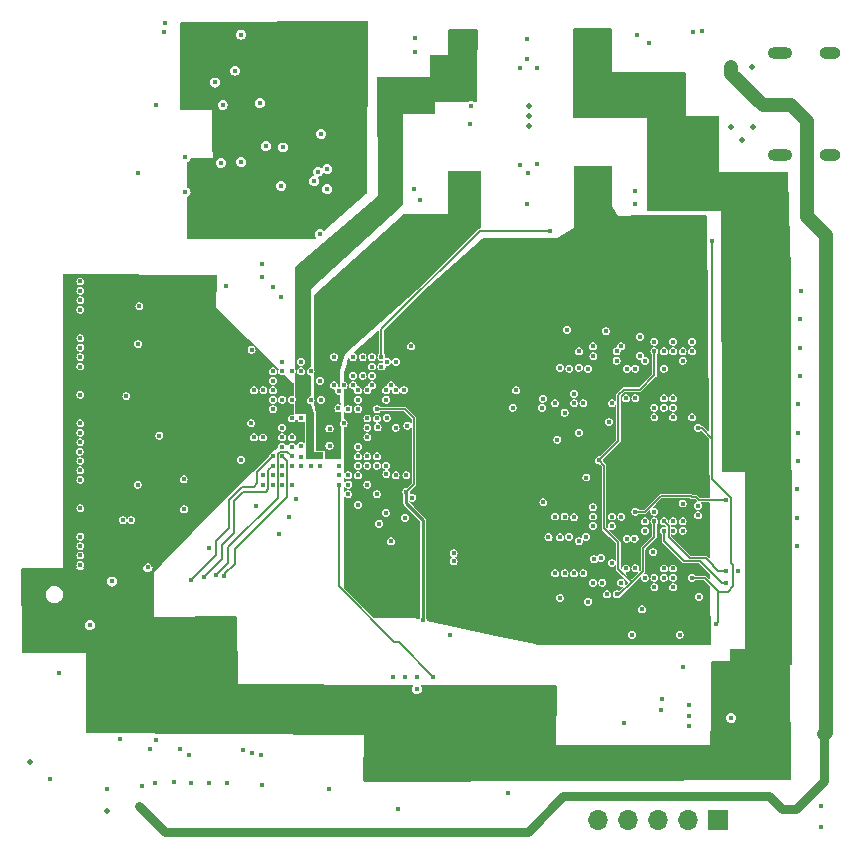
<source format=gbr>
%TF.GenerationSoftware,KiCad,Pcbnew,8.0.6*%
%TF.CreationDate,2025-01-06T00:07:22+08:00*%
%TF.ProjectId,ECP5_DEV_BOARD,45435035-5f44-4455-965f-424f4152442e,rev?*%
%TF.SameCoordinates,Original*%
%TF.FileFunction,Copper,L4,Inr*%
%TF.FilePolarity,Positive*%
%FSLAX46Y46*%
G04 Gerber Fmt 4.6, Leading zero omitted, Abs format (unit mm)*
G04 Created by KiCad (PCBNEW 8.0.6) date 2025-01-06 00:07:22*
%MOMM*%
%LPD*%
G01*
G04 APERTURE LIST*
%TA.AperFunction,ComponentPad*%
%ADD10O,2.100000X1.000000*%
%TD*%
%TA.AperFunction,ComponentPad*%
%ADD11O,1.800000X1.000000*%
%TD*%
%TA.AperFunction,ComponentPad*%
%ADD12R,1.700000X1.700000*%
%TD*%
%TA.AperFunction,ComponentPad*%
%ADD13O,1.700000X1.700000*%
%TD*%
%TA.AperFunction,ViaPad*%
%ADD14C,0.450000*%
%TD*%
%TA.AperFunction,ViaPad*%
%ADD15C,0.500000*%
%TD*%
%TA.AperFunction,Conductor*%
%ADD16C,0.127000*%
%TD*%
%TA.AperFunction,Conductor*%
%ADD17C,0.156000*%
%TD*%
%TA.AperFunction,Conductor*%
%ADD18C,0.254000*%
%TD*%
%TA.AperFunction,Conductor*%
%ADD19C,1.200000*%
%TD*%
%TA.AperFunction,Conductor*%
%ADD20C,0.800000*%
%TD*%
G04 APERTURE END LIST*
D10*
%TO.N,GND*%
%TO.C,J1*%
X155475000Y-79820000D03*
D11*
X159675000Y-79820000D03*
D10*
X155475000Y-71180000D03*
D11*
X159675000Y-71180000D03*
%TD*%
D12*
%TO.N,TMS*%
%TO.C,J4*%
X150220000Y-136100000D03*
D13*
%TO.N,TCK*%
X147680000Y-136100000D03*
%TO.N,TDO*%
X145140000Y-136100000D03*
%TO.N,TDI*%
X142600000Y-136100000D03*
%TO.N,GND*%
X140060000Y-136100000D03*
%TD*%
D14*
%TO.N,GND*%
X143750000Y-118260000D03*
%TO.N,DDR_#RST*%
X149700000Y-87100000D03*
X135950000Y-86200000D03*
X121700000Y-96900000D03*
X148500000Y-102900000D03*
X148000000Y-115600000D03*
X150000000Y-119500000D03*
%TO.N,DDR_A6*%
X118500000Y-99300000D03*
X147200000Y-110800000D03*
X147200000Y-96400000D03*
%TO.N,DDR1_D1*%
X141200000Y-100800000D03*
X120500000Y-103700000D03*
%TO.N,VREF_MEM*%
X141600000Y-117000000D03*
X144800000Y-96400000D03*
X144800000Y-110800000D03*
X140100000Y-105650000D03*
%TO.N,GND*%
X109300000Y-72650000D03*
X147255000Y-123100000D03*
X122500000Y-99300000D03*
X98500000Y-133500000D03*
X143150000Y-83900000D03*
X140700000Y-94700000D03*
X147700000Y-126350000D03*
X105000000Y-109800000D03*
X137420000Y-94600000D03*
X118500000Y-102500000D03*
X117300000Y-102950000D03*
X96200000Y-92900000D03*
X158935000Y-136650000D03*
X157000000Y-103300000D03*
X109825000Y-69600000D03*
X143150000Y-82850000D03*
X136600000Y-103900000D03*
X105100000Y-82950000D03*
X116600000Y-78000000D03*
X118050000Y-101250000D03*
X117300000Y-104420000D03*
X96200000Y-100100000D03*
X156900000Y-108100000D03*
X142000000Y-116000000D03*
X118100000Y-99750000D03*
X157000000Y-100900000D03*
X117270000Y-133500000D03*
X138000001Y-110452000D03*
X112500000Y-99700000D03*
X100100000Y-100200000D03*
X96200000Y-97700000D03*
X142250000Y-127885000D03*
X111100000Y-109500000D03*
X96200000Y-114500000D03*
X146400000Y-116400000D03*
X119700000Y-109400000D03*
X101075000Y-81300000D03*
X139600000Y-109600000D03*
X135400000Y-109200000D03*
X101200000Y-92600000D03*
X147188500Y-109300000D03*
X134050000Y-70000000D03*
X105100000Y-80000000D03*
X108250000Y-75550000D03*
X124450000Y-82650000D03*
X144800000Y-116400000D03*
X151300000Y-127450000D03*
X123900000Y-102700000D03*
X101900000Y-114700000D03*
X113200000Y-82400000D03*
X143350000Y-69600000D03*
X102900000Y-103550000D03*
X157000000Y-105700000D03*
X122109602Y-106807202D03*
X142011500Y-110420002D03*
X142000000Y-96000000D03*
X140950000Y-102400000D03*
X124690000Y-125010000D03*
X147700000Y-128100000D03*
X148580000Y-117200000D03*
X156900000Y-112900000D03*
X96200000Y-102500000D03*
X144700000Y-113409999D03*
X146400000Y-95600000D03*
X102650000Y-75600000D03*
X111700000Y-106900000D03*
X114900000Y-104420000D03*
X146400000Y-102000000D03*
X96200000Y-90500000D03*
X144350000Y-70350000D03*
X109794585Y-105594585D03*
X98900000Y-115900000D03*
X108500000Y-90900000D03*
X96200000Y-107300000D03*
X93662500Y-132600000D03*
X109825000Y-80400000D03*
X140800000Y-117000000D03*
X124550000Y-69900000D03*
X136400000Y-100800000D03*
X124200000Y-96000000D03*
X96200000Y-112100000D03*
X110675597Y-102491721D03*
X148500000Y-109500000D03*
X138400000Y-96400000D03*
X138400000Y-103300000D03*
X97000000Y-119600000D03*
D15*
X134150000Y-77300000D03*
D14*
X147700000Y-127250000D03*
X134050000Y-83900000D03*
X144800000Y-110000000D03*
X139200000Y-117600000D03*
X101050000Y-107700000D03*
X157100000Y-96100000D03*
X156900000Y-110500000D03*
X144800000Y-102000000D03*
X144800000Y-95600000D03*
X114500000Y-108900000D03*
X116580000Y-100500000D03*
X136400000Y-115200000D03*
X157100000Y-98500000D03*
X96200000Y-109700000D03*
X125000000Y-83600000D03*
X127500000Y-120400000D03*
X124500000Y-71050000D03*
X101100000Y-95800000D03*
X157100000Y-93700000D03*
X139050000Y-107100000D03*
X113300000Y-102900000D03*
X104950000Y-107250000D03*
X96200000Y-95300000D03*
X129212500Y-77150000D03*
X148000000Y-95600000D03*
D15*
X134168750Y-76481250D03*
D14*
X110700000Y-96300000D03*
X157200000Y-91300000D03*
X136800000Y-117300000D03*
X148000000Y-102000000D03*
X96150000Y-104900000D03*
X124300000Y-108800000D03*
X94357500Y-123612500D03*
D15*
X134150000Y-75650000D03*
D14*
%TO.N,+1V5*%
X136000000Y-117400000D03*
X140000000Y-83100000D03*
X135800000Y-103400000D03*
X119300000Y-102500000D03*
X141200000Y-116000000D03*
X139200000Y-82250000D03*
X138400000Y-94600000D03*
X145600000Y-95600000D03*
X138600000Y-81250000D03*
X140800000Y-112600000D03*
X145600000Y-102000000D03*
X147200000Y-103300000D03*
X147200000Y-95600000D03*
X143600000Y-96000000D03*
X143200000Y-110800000D03*
X138375000Y-82700000D03*
X147200000Y-110000000D03*
X143200000Y-101200000D03*
X140450000Y-120700000D03*
X137620000Y-107100000D03*
X141100000Y-108050000D03*
X140000000Y-103400000D03*
X143600000Y-116000000D03*
X137600000Y-103200000D03*
X134700000Y-110600000D03*
X145600000Y-116400000D03*
X145600000Y-109500000D03*
X145400000Y-126750000D03*
X134800000Y-96230000D03*
X122900000Y-118650000D03*
X140080000Y-117600000D03*
X118900000Y-100500000D03*
X139950000Y-81425000D03*
X141200000Y-101600000D03*
X140800000Y-97900000D03*
X147620000Y-117200000D03*
X141660000Y-94700000D03*
X119300000Y-103300000D03*
%TO.N,DDR_A1*%
X146400000Y-111600000D03*
%TO.N,DDR_CKE*%
X143200000Y-110000000D03*
X120900000Y-97700000D03*
X150890000Y-109000000D03*
X143600000Y-95200000D03*
%TO.N,DDR1_D3*%
X119695944Y-101304056D03*
X141600000Y-96400000D03*
%TO.N,VREF_FPGA*%
X123800000Y-108300000D03*
X125213440Y-119196778D03*
X121300000Y-101300000D03*
%TO.N,DDR1_D4*%
X121368268Y-102836586D03*
X141600000Y-97200000D03*
%TO.N,DDR1_D6*%
X139636917Y-96821640D03*
X133100000Y-99700000D03*
%TO.N,Net-(U1-ZQ)*%
X143600000Y-96800000D03*
%TO.N,DDR0_D1*%
X120500000Y-106100000D03*
X137200000Y-115200000D03*
%TO.N,DDR_#CS*%
X144000000Y-115600000D03*
%TO.N,Net-(U2-ZQ)*%
X144000000Y-110800000D03*
%TO.N,DDR_BA1*%
X145600000Y-96400000D03*
X119700000Y-99700000D03*
X145600000Y-110800000D03*
X150890000Y-115000000D03*
%TO.N,DDR_A4*%
X146400000Y-110800000D03*
X119300000Y-98500000D03*
X146400000Y-96400000D03*
%TO.N,DDR_A10*%
X120900000Y-99300000D03*
X144000000Y-97200000D03*
X144000000Y-111600000D03*
%TO.N,DDR_BA0*%
X144800000Y-101200000D03*
X120900000Y-96900000D03*
X144800000Y-115600000D03*
%TO.N,DDR_A11*%
X147200000Y-111600000D03*
X147200000Y-97200000D03*
X117700000Y-96900000D03*
%TO.N,DDR_#CAS*%
X143200000Y-100400000D03*
X143200000Y-114787366D03*
X121700000Y-97700000D03*
%TO.N,DDR_#RAS*%
X120900000Y-98500000D03*
X142400000Y-100400000D03*
X142400000Y-114800000D03*
%TO.N,DDR_A8*%
X117700000Y-99300000D03*
X148500000Y-110300000D03*
X148000000Y-96400000D03*
%TO.N,DDR_A2*%
X146400000Y-100400000D03*
X146400000Y-114800000D03*
X119300000Y-99300000D03*
%TO.N,DDR0_D4*%
X136400000Y-110400000D03*
X120500000Y-105300000D03*
%TO.N,DDR1_D5*%
X122150000Y-102050000D03*
X139600000Y-96000000D03*
%TO.N,DDR0_D5*%
X121300000Y-105300000D03*
X138420000Y-112480000D03*
%TO.N,DDR1_DM*%
X139200000Y-97900000D03*
X122900000Y-102900000D03*
%TO.N,DDR_A5*%
X146400000Y-115600000D03*
X146400000Y-101200000D03*
X119300000Y-96900000D03*
%TO.N,DDR_A12*%
X145600000Y-111600000D03*
X150890000Y-116000000D03*
X120500000Y-99700000D03*
X145600000Y-97900000D03*
%TO.N,DDR1_D2*%
X138800000Y-100800000D03*
X120500000Y-102900000D03*
%TO.N,DDR0_D0*%
X138000000Y-115200000D03*
X121300000Y-106100000D03*
%TO.N,DDR_A3*%
X145600000Y-115600000D03*
X145600000Y-101200000D03*
X120100000Y-98500000D03*
%TO.N,DDR_A0*%
X145600000Y-114800000D03*
X120100000Y-96900000D03*
X145600000Y-100400000D03*
%TO.N,DDR0_D3*%
X122100000Y-106100000D03*
X135840000Y-112160000D03*
%TO.N,DDR0_D6*%
X137200000Y-110400000D03*
X119700000Y-104500000D03*
%TO.N,DDR3_D1*%
X119700000Y-106100000D03*
X139600000Y-110400000D03*
%TO.N,+2V5*%
X116500000Y-105300000D03*
X115700000Y-102900000D03*
X129487500Y-70875000D03*
X118900000Y-101300000D03*
X128012500Y-72050000D03*
X128012500Y-70275000D03*
X114900000Y-99650000D03*
X128650000Y-71200000D03*
%TO.N,DDR3_D3*%
X138800000Y-115200000D03*
X122070000Y-110100000D03*
%TO.N,DDR3_D2*%
X140400000Y-116000000D03*
X121500000Y-111000000D03*
%TO.N,DDR2_D4*%
X135300000Y-101200000D03*
X119700000Y-100500000D03*
%TO.N,+1V1*%
X129687500Y-82600000D03*
X128212500Y-81675000D03*
X117340000Y-102070000D03*
X128162500Y-83500000D03*
X117300000Y-105300000D03*
X129500000Y-84050000D03*
X128900000Y-82550000D03*
X116500000Y-102100000D03*
%TO.N,DDR3_D4*%
X139600000Y-111200000D03*
X120500000Y-107700000D03*
%TO.N,DDR3_D7*%
X141200000Y-111200000D03*
X121300000Y-108500000D03*
%TO.N,+3V3*%
X152810000Y-125150000D03*
X151300000Y-125150000D03*
X97600000Y-125900000D03*
X140162500Y-69875000D03*
X139450000Y-70700000D03*
X114900000Y-105380000D03*
X114900000Y-103700000D03*
X115700000Y-100550000D03*
X138537500Y-70875000D03*
X132200000Y-132430000D03*
X121197500Y-132150000D03*
X121710000Y-125000000D03*
X113300000Y-99700000D03*
X92592500Y-121600000D03*
X138950000Y-69700000D03*
X106600000Y-90900000D03*
%TO.N,DDR2_D1*%
X132800000Y-101200000D03*
X138400000Y-97800000D03*
%TO.N,DDR3_D6*%
X141200000Y-114335973D03*
X123700000Y-110500000D03*
%TO.N,DDR3_D5*%
X139600000Y-116000000D03*
X122495486Y-112495486D03*
%TO.N,DDR2_D5*%
X122100000Y-100500000D03*
X135355094Y-100421640D03*
%TO.N,DDR3_DM*%
X139000000Y-112100000D03*
X119700000Y-106900000D03*
%TO.N,DDR2_D2*%
X138019597Y-100800001D03*
X121300000Y-102100000D03*
%TO.N,DDR2_DM*%
X122100000Y-99700000D03*
X138000000Y-100000000D03*
%TO.N,DDR2_D3*%
X120500000Y-102100000D03*
X137200000Y-101600000D03*
%TO.N,DDR3_D0*%
X119700000Y-105300000D03*
X141200001Y-110400001D03*
%TO.N,DDR_CKP*%
X122930000Y-97300000D03*
X142500000Y-97900000D03*
X142467527Y-112300000D03*
%TO.N,DDR_CKN*%
X122192798Y-97309602D03*
X143200000Y-97900000D03*
X143120000Y-112280000D03*
%TO.N,DDR0_DQSN*%
X136810000Y-112150000D03*
X122900000Y-106900000D03*
%TO.N,DDR0_DQSP*%
X137580000Y-112110000D03*
X123800000Y-106900000D03*
%TO.N,DDR3_DQSN*%
X140300000Y-113900000D03*
X127800000Y-113500000D03*
%TO.N,DDR3_DQSP*%
X127800000Y-114200000D03*
X139700000Y-114000000D03*
%TO.N,DDR2_DQSP*%
X123607202Y-99690398D03*
X137600000Y-97900000D03*
%TO.N,DDR2_DQSN*%
X136800000Y-97800000D03*
X122899760Y-99716081D03*
%TO.N,VTT*%
X146950000Y-120410000D03*
X151910000Y-115000000D03*
X142900000Y-120410000D03*
%TO.N,VCC*%
X159400000Y-109300000D03*
X159400000Y-106900000D03*
X159400000Y-114000000D03*
X159400000Y-102100000D03*
X111900000Y-79050000D03*
X159400000Y-94800000D03*
D15*
X151300000Y-72350000D03*
X151250000Y-77450000D03*
D14*
X134050000Y-71700000D03*
X133387500Y-80600000D03*
X159400000Y-92500000D03*
X159400000Y-99700000D03*
X129281250Y-75668750D03*
D15*
X152200000Y-78500000D03*
D14*
X159400000Y-111700000D03*
D15*
X152150000Y-73750000D03*
D14*
X133387500Y-72450000D03*
X159400000Y-104500000D03*
D15*
X153050000Y-72300000D03*
D14*
X134887500Y-72450000D03*
X159400000Y-97300000D03*
D15*
X101200000Y-134900000D03*
D14*
X134100000Y-81350000D03*
D15*
X153150000Y-77400000D03*
D14*
X134887500Y-80550000D03*
%TO.N,DONE*%
X118100000Y-107700000D03*
X126100000Y-123950000D03*
X158935000Y-134900000D03*
%TO.N,CFG_0*%
X118100000Y-106900000D03*
X124700000Y-124000000D03*
%TO.N,CFG_1*%
X122700000Y-124000000D03*
X118900000Y-106900000D03*
%TO.N,CFG_2*%
X118900000Y-107700000D03*
X123700000Y-124000000D03*
%TO.N,SD_IO2*%
X123100000Y-135200000D03*
X115700000Y-106100000D03*
%TO.N,SD_IO3*%
X132400000Y-133800000D03*
X116500000Y-106100000D03*
%TO.N,Net-(U9-REFIN)*%
X145450000Y-125850000D03*
%TO.N,Net-(U11-VCCCORE)*%
X113350000Y-79150000D03*
%TO.N,+3V3_FT232*%
X111562500Y-71687500D03*
X114950000Y-73650000D03*
X108150000Y-83650000D03*
X113400000Y-84000000D03*
X108250000Y-78900000D03*
X118725000Y-81050000D03*
%TO.N,Net-(U11-REF)*%
X108100000Y-80450000D03*
%TO.N,EEDAT*%
X107625000Y-73650000D03*
X111400000Y-75400000D03*
%TO.N,FT232_DP*%
X148795563Y-69326619D03*
X103350000Y-68600000D03*
%TO.N,Net-(U11-ACBUS4)*%
X117100000Y-82700000D03*
%TO.N,Net-(U11-ACBUS7)*%
X117100000Y-81000000D03*
%TO.N,FT232_CLKOUT*%
X115700000Y-98100000D03*
X116000000Y-82000000D03*
%TO.N,FT232_D4*%
X113300000Y-98100000D03*
X111600000Y-89000000D03*
%TO.N,FT232_D5*%
X111600000Y-90100000D03*
X113300000Y-97300000D03*
%TO.N,FT232_D7*%
X114900000Y-97300000D03*
X113200000Y-91800000D03*
%TO.N,FT232_D6*%
X114100000Y-98100000D03*
X112500000Y-91000000D03*
%TO.N,FT232_#WR*%
X116500000Y-86500000D03*
X116500000Y-98900000D03*
%TO.N,FT232_#OE*%
X114900000Y-98100000D03*
X116300000Y-81200000D03*
%TO.N,LVDS_CLKP*%
X110900000Y-103700000D03*
%TO.N,LVDS_CLKN*%
X111675370Y-103711076D03*
%TO.N,LVDS_D7N*%
X100500000Y-110700000D03*
%TO.N,LVDS_D8N*%
X96200000Y-113700000D03*
X113300000Y-104500000D03*
%TO.N,LVDS_D8P*%
X96200000Y-112900000D03*
X113300000Y-103700000D03*
%TO.N,LVDS_D0N*%
X96200000Y-92100000D03*
%TO.N,LVDS_D2N*%
X96200000Y-96900000D03*
%TO.N,LVDS_D1P*%
X112500000Y-98100000D03*
%TO.N,LVDS_D7P*%
X99800000Y-110700000D03*
%TO.N,LVDS_D1N*%
X112500000Y-98900000D03*
%TO.N,LVDS_D0P*%
X96200000Y-91300000D03*
%TO.N,LVDS_D4N*%
X111700000Y-99700000D03*
X96200000Y-104100000D03*
%TO.N,LVDS_D6P*%
X114900000Y-102100000D03*
%TO.N,LVDS_D3N*%
X112500000Y-101300000D03*
%TO.N,LVDS_D3P*%
X112500000Y-100500000D03*
%TO.N,LVDS_D2P*%
X96200000Y-96100000D03*
%TO.N,LVDS_D5N*%
X96200000Y-106500000D03*
X114100000Y-100500000D03*
%TO.N,LVDS_D5P*%
X113300000Y-100500000D03*
X96200000Y-105700000D03*
%TO.N,LVDS_D6N*%
X114100000Y-102100000D03*
%TO.N,LVDS_D4P*%
X96200000Y-103300000D03*
X110900000Y-99700000D03*
%TO.N,LCD_R3*%
X99600000Y-129200000D03*
X114100000Y-104500000D03*
%TO.N,LCD_G1*%
X106700000Y-115500000D03*
X102600000Y-129300000D03*
X112500000Y-106100000D03*
%TO.N,LCD_G7*%
X105600000Y-133000000D03*
X112500000Y-107700000D03*
%TO.N,LCD_R2*%
X114100000Y-103700000D03*
X107100000Y-113100000D03*
%TO.N,LCD_G0*%
X112500000Y-105300000D03*
X102100000Y-130100000D03*
X105600000Y-115800000D03*
%TO.N,LCD_B2*%
X113300000Y-107700000D03*
X107100000Y-133000000D03*
%TO.N,LCD_G5*%
X104600000Y-130100000D03*
X112500000Y-106900000D03*
%TO.N,LCD_R4*%
X108400000Y-115400000D03*
X113300000Y-105300000D03*
%TO.N,LCD_R7*%
X102500000Y-133000000D03*
X111700000Y-107700000D03*
%TO.N,LCD_B5*%
X113000000Y-111900000D03*
X108600000Y-133000000D03*
%TO.N,LCD_R5*%
X101400000Y-133200000D03*
X114100000Y-105300000D03*
X107650000Y-115350000D03*
%TO.N,LCD_DISP*%
X111500000Y-130600000D03*
X114100000Y-107700000D03*
D15*
%TO.N,LCD_BACKLIGHT_PWR*%
X98455000Y-135365000D03*
D14*
%TO.N,LCD_HSYNC*%
X111600000Y-133100000D03*
X114900000Y-106100000D03*
%TO.N,LCD_B7*%
X110000000Y-130200000D03*
X113900000Y-110400000D03*
%TO.N,LCD_G4*%
X113300000Y-106100000D03*
X104100000Y-132900000D03*
%TO.N,LCD_DCLK*%
X114100000Y-106100000D03*
X110700000Y-130400000D03*
%TO.N,LCD_G6*%
X113300000Y-106900000D03*
X105400000Y-130600000D03*
%TO.N,TDI*%
X118888500Y-108500000D03*
%TO.N,TDO*%
X118100000Y-106100000D03*
%TO.N,FT232_DN*%
X103300000Y-69350000D03*
X148100000Y-69350000D03*
D15*
%TO.N,LCD_BACKLIGHT_GND*%
X91955000Y-131190000D03*
%TD*%
D16*
%TO.N,DDR_#RST*%
X150175000Y-116675000D02*
X150175000Y-119325000D01*
X150175000Y-116675000D02*
X150300000Y-116800000D01*
X151300000Y-111100000D02*
X151278500Y-111078500D01*
X149700000Y-107250000D02*
X151278500Y-108828500D01*
X149700000Y-103950000D02*
X149700000Y-107250000D01*
X149100000Y-115600000D02*
X150175000Y-116675000D01*
X148000000Y-115600000D02*
X149100000Y-115600000D01*
D17*
X135950000Y-86200000D02*
X130050000Y-86200000D01*
X121700000Y-94550000D02*
X121700000Y-96900000D01*
D16*
X149700000Y-87100000D02*
X149700000Y-103950000D01*
X151000000Y-116800000D02*
X151500000Y-116300000D01*
X151300000Y-114300000D02*
X151300000Y-111100000D01*
X151500000Y-116300000D02*
X151500000Y-114500000D01*
X148800000Y-102900000D02*
X149700000Y-103800000D01*
X151278500Y-111078500D02*
X151278500Y-108828500D01*
X150300000Y-116800000D02*
X151000000Y-116800000D01*
X148500000Y-102900000D02*
X148800000Y-102900000D01*
X151500000Y-114500000D02*
X151300000Y-114300000D01*
X150175000Y-119325000D02*
X150000000Y-119500000D01*
X149700000Y-103800000D02*
X149700000Y-103950000D01*
D17*
X130050000Y-86200000D02*
X121700000Y-94550000D01*
%TO.N,VREF_MEM*%
X143600000Y-99650000D02*
X142200000Y-99650000D01*
X140550000Y-111400000D02*
X140550000Y-106100000D01*
X143850000Y-113100000D02*
X144800000Y-112150000D01*
X140550000Y-106100000D02*
X140100000Y-105650000D01*
X142200000Y-99650000D02*
X141750000Y-100100000D01*
X141750000Y-103950000D02*
X141750000Y-104000000D01*
X142875000Y-115975000D02*
X141750000Y-114850000D01*
X143600000Y-99650000D02*
X144800000Y-98450000D01*
X141750000Y-112600000D02*
X140550000Y-111400000D01*
X141850000Y-117000000D02*
X142875000Y-115975000D01*
X143850000Y-115000000D02*
X143850000Y-113100000D01*
X144800000Y-112150000D02*
X144800000Y-110800000D01*
X142875000Y-115975000D02*
X143850000Y-115000000D01*
X141750000Y-104000000D02*
X140100000Y-105650000D01*
X141750000Y-114850000D02*
X141750000Y-112600000D01*
X141750000Y-100100000D02*
X141750000Y-103950000D01*
X144800000Y-96400000D02*
X144800000Y-98450000D01*
X141600000Y-117000000D02*
X141850000Y-117000000D01*
D16*
%TO.N,DDR_CKE*%
X143200000Y-110000000D02*
X144000000Y-110000000D01*
X148350000Y-108750000D02*
X148600000Y-109000000D01*
X147900000Y-108650000D02*
X148000000Y-108750000D01*
X148000000Y-108750000D02*
X148350000Y-108750000D01*
X144000000Y-110000000D02*
X145350000Y-108650000D01*
X145350000Y-108650000D02*
X147900000Y-108650000D01*
X148600000Y-109000000D02*
X150890000Y-109000000D01*
D17*
%TO.N,VREF_FPGA*%
X123700000Y-101300000D02*
X124450000Y-102050000D01*
X124450000Y-107650000D02*
X123800000Y-108300000D01*
D18*
X123800000Y-109250000D02*
X123800000Y-108300000D01*
X125213440Y-110663440D02*
X123800000Y-109250000D01*
X125213440Y-119196778D02*
X125213440Y-110663440D01*
D17*
X124450000Y-102050000D02*
X124450000Y-107650000D01*
X121300000Y-101300000D02*
X123700000Y-101300000D01*
D16*
%TO.N,DDR_BA1*%
X149200000Y-113900000D02*
X147800000Y-113900000D01*
X149800000Y-114500000D02*
X149200000Y-113900000D01*
X150890000Y-115000000D02*
X150200000Y-115000000D01*
X146011500Y-111211500D02*
X145600000Y-110800000D01*
X149800000Y-114600000D02*
X149800000Y-114500000D01*
X150200000Y-115000000D02*
X149800000Y-114600000D01*
X147800000Y-113900000D02*
X146011500Y-112111500D01*
X146011500Y-112111500D02*
X146011500Y-111211500D01*
%TO.N,DDR_A12*%
X150500000Y-116000000D02*
X150890000Y-116000000D01*
X145600000Y-112500000D02*
X147300000Y-114200000D01*
X145600000Y-111600000D02*
X145600000Y-112500000D01*
X148700000Y-114200000D02*
X150500000Y-116000000D01*
X147300000Y-114200000D02*
X148700000Y-114200000D01*
D19*
%TO.N,VCC*%
X159300000Y-128700000D02*
X159200000Y-128800000D01*
D20*
X134100000Y-137100000D02*
X137100000Y-134100000D01*
D19*
X154000000Y-75600000D02*
X156400000Y-75600000D01*
X157700000Y-76900000D02*
X157700000Y-85000000D01*
D20*
X155600000Y-135200000D02*
X156800000Y-135200000D01*
X159200000Y-132800000D02*
X159200000Y-128800000D01*
D19*
X159300000Y-86600000D02*
X159300000Y-128700000D01*
X156400000Y-75600000D02*
X157700000Y-76900000D01*
D20*
X156800000Y-135200000D02*
X159200000Y-132800000D01*
D19*
X151300000Y-72900000D02*
X154000000Y-75600000D01*
X157700000Y-85000000D02*
X159300000Y-86600000D01*
X151300000Y-72350000D02*
X151300000Y-72900000D01*
D20*
X101200000Y-134900000D02*
X103400000Y-137100000D01*
X154500000Y-134100000D02*
X155600000Y-135200000D01*
X103400000Y-137100000D02*
X134100000Y-137100000D01*
X137100000Y-134100000D02*
X154500000Y-134100000D01*
D16*
%TO.N,DONE*%
X123150000Y-121000000D02*
X126100000Y-123950000D01*
X118100000Y-107700000D02*
X118100000Y-116300000D01*
X122800000Y-121000000D02*
X123150000Y-121000000D01*
X118100000Y-116300000D02*
X122800000Y-121000000D01*
%TO.N,LCD_G1*%
X112100000Y-108100000D02*
X111900000Y-108300000D01*
X112500000Y-106100000D02*
X112100000Y-106500000D01*
X112100000Y-106500000D02*
X112100000Y-108100000D01*
X109200000Y-109100000D02*
X109200000Y-111800000D01*
X106700000Y-115500000D02*
X108200000Y-114000000D01*
X108200000Y-112800000D02*
X108200000Y-114000000D01*
X109200000Y-109100000D02*
X110000000Y-108300000D01*
X109200000Y-111800000D02*
X108200000Y-112800000D01*
X111900000Y-108300000D02*
X110000000Y-108300000D01*
%TO.N,LCD_G0*%
X108800000Y-109000000D02*
X109900000Y-107900000D01*
X111200000Y-106600000D02*
X112500000Y-105300000D01*
X107700000Y-112500000D02*
X108800000Y-111400000D01*
X108800000Y-111400000D02*
X108800000Y-109000000D01*
X111200000Y-107600000D02*
X111200000Y-106600000D01*
X110900000Y-107900000D02*
X111200000Y-107600000D01*
X109900000Y-107900000D02*
X110900000Y-107900000D01*
X107700000Y-113700000D02*
X107700000Y-112500000D01*
X105600000Y-115800000D02*
X107700000Y-113700000D01*
%TO.N,LCD_R4*%
X109300000Y-113149422D02*
X113688500Y-108760922D01*
X113688500Y-105688500D02*
X113688500Y-108760922D01*
X108400000Y-115400000D02*
X108400000Y-115300000D01*
X113300000Y-105300000D02*
X113688500Y-105688500D01*
X109300000Y-114400000D02*
X109300000Y-113149422D01*
X108400000Y-115300000D02*
X109300000Y-114400000D01*
%TO.N,LCD_R5*%
X108700000Y-114300000D02*
X108700000Y-113000000D01*
X107650000Y-115350000D02*
X108700000Y-114300000D01*
X112900000Y-108800000D02*
X112900000Y-105100000D01*
X108700000Y-113000000D02*
X112900000Y-108800000D01*
X113100000Y-104900000D02*
X113700000Y-104900000D01*
X113700000Y-104900000D02*
X114100000Y-105300000D01*
X112900000Y-105100000D02*
X113100000Y-104900000D01*
%TD*%
%TA.AperFunction,Conductor*%
%TO.N,+3V3_FT232*%
G36*
X120557644Y-68469180D02*
G01*
X120593926Y-68518447D01*
X120598965Y-68550662D01*
X120450451Y-83006028D01*
X120430947Y-83064021D01*
X120417069Y-83079145D01*
X116913361Y-86180127D01*
X116857255Y-86204535D01*
X116797518Y-86191304D01*
X116777748Y-86176000D01*
X116753220Y-86151472D01*
X116753217Y-86151470D01*
X116633129Y-86090282D01*
X116633127Y-86090281D01*
X116500000Y-86069196D01*
X116366872Y-86090281D01*
X116366870Y-86090282D01*
X116246782Y-86151470D01*
X116151470Y-86246782D01*
X116090282Y-86366870D01*
X116090281Y-86366872D01*
X116090281Y-86366874D01*
X116069196Y-86500000D01*
X116090281Y-86633126D01*
X116151472Y-86753220D01*
X116152225Y-86754697D01*
X116161796Y-86815129D01*
X116134019Y-86869645D01*
X116129661Y-86873747D01*
X116128128Y-86875105D01*
X116072033Y-86899538D01*
X116062482Y-86900000D01*
X105299000Y-86900000D01*
X105240809Y-86881093D01*
X105204845Y-86831593D01*
X105200000Y-86801000D01*
X105200000Y-83437264D01*
X105218907Y-83379073D01*
X105254051Y-83349056D01*
X105353220Y-83298528D01*
X105448528Y-83203220D01*
X105509719Y-83083126D01*
X105530804Y-82950000D01*
X105509719Y-82816874D01*
X105448528Y-82696780D01*
X105353220Y-82601472D01*
X105285310Y-82566870D01*
X105254054Y-82550944D01*
X105210790Y-82507680D01*
X105200000Y-82462735D01*
X105200000Y-82399999D01*
X112769196Y-82399999D01*
X112769196Y-82400000D01*
X112790281Y-82533127D01*
X112790282Y-82533129D01*
X112825105Y-82601472D01*
X112851472Y-82653220D01*
X112946780Y-82748528D01*
X113066874Y-82809719D01*
X113200000Y-82830804D01*
X113333126Y-82809719D01*
X113453220Y-82748528D01*
X113501749Y-82699999D01*
X116669196Y-82699999D01*
X116669196Y-82700000D01*
X116690281Y-82833127D01*
X116690282Y-82833129D01*
X116749831Y-82950000D01*
X116751472Y-82953220D01*
X116846780Y-83048528D01*
X116966874Y-83109719D01*
X117100000Y-83130804D01*
X117233126Y-83109719D01*
X117353220Y-83048528D01*
X117448528Y-82953220D01*
X117509719Y-82833126D01*
X117530804Y-82700000D01*
X117509719Y-82566874D01*
X117448528Y-82446780D01*
X117353220Y-82351472D01*
X117353217Y-82351470D01*
X117233129Y-82290282D01*
X117233127Y-82290281D01*
X117100000Y-82269196D01*
X116966872Y-82290281D01*
X116966870Y-82290282D01*
X116846782Y-82351470D01*
X116751470Y-82446782D01*
X116690282Y-82566870D01*
X116690281Y-82566872D01*
X116669196Y-82699999D01*
X113501749Y-82699999D01*
X113548528Y-82653220D01*
X113609719Y-82533126D01*
X113630804Y-82400000D01*
X113609719Y-82266874D01*
X113548528Y-82146780D01*
X113453220Y-82051472D01*
X113453217Y-82051470D01*
X113352200Y-81999999D01*
X115569196Y-81999999D01*
X115569196Y-82000000D01*
X115590281Y-82133127D01*
X115590282Y-82133129D01*
X115597238Y-82146780D01*
X115651472Y-82253220D01*
X115746780Y-82348528D01*
X115866874Y-82409719D01*
X116000000Y-82430804D01*
X116133126Y-82409719D01*
X116253220Y-82348528D01*
X116348528Y-82253220D01*
X116409719Y-82133126D01*
X116430804Y-82000000D01*
X116409719Y-81866874D01*
X116352084Y-81753760D01*
X116342513Y-81693331D01*
X116370290Y-81638814D01*
X116424803Y-81611037D01*
X116433126Y-81609719D01*
X116553220Y-81548528D01*
X116648528Y-81453220D01*
X116688923Y-81373939D01*
X116732185Y-81330677D01*
X116792617Y-81321105D01*
X116839657Y-81345072D01*
X116840475Y-81343947D01*
X116846778Y-81348526D01*
X116846780Y-81348528D01*
X116966874Y-81409719D01*
X117100000Y-81430804D01*
X117233126Y-81409719D01*
X117353220Y-81348528D01*
X117448528Y-81253220D01*
X117509719Y-81133126D01*
X117530804Y-81000000D01*
X117509719Y-80866874D01*
X117448528Y-80746780D01*
X117353220Y-80651472D01*
X117353217Y-80651470D01*
X117233129Y-80590282D01*
X117233127Y-80590281D01*
X117100000Y-80569196D01*
X116966872Y-80590281D01*
X116966870Y-80590282D01*
X116846782Y-80651470D01*
X116751471Y-80746781D01*
X116711077Y-80826059D01*
X116667812Y-80869323D01*
X116607380Y-80878894D01*
X116560342Y-80854927D01*
X116559525Y-80856053D01*
X116553217Y-80851470D01*
X116433129Y-80790282D01*
X116433127Y-80790281D01*
X116300000Y-80769196D01*
X116166872Y-80790281D01*
X116166870Y-80790282D01*
X116046782Y-80851470D01*
X115951470Y-80946782D01*
X115890282Y-81066870D01*
X115890281Y-81066872D01*
X115869196Y-81199999D01*
X115869196Y-81200000D01*
X115890281Y-81333127D01*
X115898129Y-81348529D01*
X115947914Y-81446237D01*
X115957486Y-81506668D01*
X115929709Y-81561185D01*
X115875196Y-81588963D01*
X115866870Y-81590281D01*
X115866870Y-81590282D01*
X115746782Y-81651470D01*
X115651470Y-81746782D01*
X115590282Y-81866870D01*
X115590281Y-81866872D01*
X115569196Y-81999999D01*
X113352200Y-81999999D01*
X113333129Y-81990282D01*
X113333127Y-81990281D01*
X113200000Y-81969196D01*
X113066872Y-81990281D01*
X113066870Y-81990282D01*
X112946782Y-82051470D01*
X112851470Y-82146782D01*
X112790282Y-82266870D01*
X112790281Y-82266872D01*
X112769196Y-82399999D01*
X105200000Y-82399999D01*
X105200000Y-80487264D01*
X105212108Y-80449999D01*
X107669196Y-80449999D01*
X107669196Y-80450000D01*
X107690281Y-80583127D01*
X107690282Y-80583129D01*
X107751470Y-80703217D01*
X107751472Y-80703220D01*
X107846780Y-80798528D01*
X107966874Y-80859719D01*
X108100000Y-80880804D01*
X108233126Y-80859719D01*
X108353220Y-80798528D01*
X108448528Y-80703220D01*
X108509719Y-80583126D01*
X108530804Y-80450000D01*
X108522885Y-80399999D01*
X109394196Y-80399999D01*
X109394196Y-80400000D01*
X109415281Y-80533127D01*
X109415282Y-80533129D01*
X109444403Y-80590282D01*
X109476472Y-80653220D01*
X109571780Y-80748528D01*
X109691874Y-80809719D01*
X109825000Y-80830804D01*
X109958126Y-80809719D01*
X110078220Y-80748528D01*
X110173528Y-80653220D01*
X110234719Y-80533126D01*
X110255804Y-80400000D01*
X110234719Y-80266874D01*
X110173528Y-80146780D01*
X110078220Y-80051472D01*
X110078217Y-80051470D01*
X109958129Y-79990282D01*
X109958127Y-79990281D01*
X109825000Y-79969196D01*
X109691872Y-79990281D01*
X109691870Y-79990282D01*
X109571782Y-80051470D01*
X109476470Y-80146782D01*
X109415282Y-80266870D01*
X109415281Y-80266872D01*
X109394196Y-80399999D01*
X108522885Y-80399999D01*
X108509719Y-80316874D01*
X108448528Y-80196780D01*
X108353220Y-80101472D01*
X108353217Y-80101470D01*
X108233129Y-80040282D01*
X108233127Y-80040281D01*
X108100000Y-80019196D01*
X107966872Y-80040281D01*
X107966870Y-80040282D01*
X107846782Y-80101470D01*
X107751470Y-80196782D01*
X107690282Y-80316870D01*
X107690281Y-80316872D01*
X107669196Y-80449999D01*
X105212108Y-80449999D01*
X105218907Y-80429073D01*
X105254051Y-80399056D01*
X105353220Y-80348528D01*
X105448528Y-80253220D01*
X105509719Y-80133126D01*
X105509719Y-80133119D01*
X105512126Y-80125718D01*
X105513415Y-80126136D01*
X105537439Y-80078993D01*
X105591957Y-80051218D01*
X105607439Y-80050000D01*
X107400000Y-80050000D01*
X107387805Y-79049999D01*
X111469196Y-79049999D01*
X111469196Y-79050000D01*
X111490281Y-79183127D01*
X111490282Y-79183129D01*
X111541234Y-79283127D01*
X111551472Y-79303220D01*
X111646780Y-79398528D01*
X111766874Y-79459719D01*
X111900000Y-79480804D01*
X112033126Y-79459719D01*
X112153220Y-79398528D01*
X112248528Y-79303220D01*
X112309719Y-79183126D01*
X112314966Y-79149999D01*
X112919196Y-79149999D01*
X112919196Y-79150000D01*
X112940281Y-79283127D01*
X112940282Y-79283129D01*
X113001470Y-79403217D01*
X113001472Y-79403220D01*
X113096780Y-79498528D01*
X113216874Y-79559719D01*
X113350000Y-79580804D01*
X113483126Y-79559719D01*
X113603220Y-79498528D01*
X113698528Y-79403220D01*
X113759719Y-79283126D01*
X113780804Y-79150000D01*
X113759719Y-79016874D01*
X113698528Y-78896780D01*
X113603220Y-78801472D01*
X113603217Y-78801470D01*
X113483129Y-78740282D01*
X113483127Y-78740281D01*
X113350000Y-78719196D01*
X113216872Y-78740281D01*
X113216870Y-78740282D01*
X113096782Y-78801470D01*
X113001470Y-78896782D01*
X112940282Y-79016870D01*
X112940281Y-79016872D01*
X112919196Y-79149999D01*
X112314966Y-79149999D01*
X112330804Y-79050000D01*
X112309719Y-78916874D01*
X112248528Y-78796780D01*
X112153220Y-78701472D01*
X112153217Y-78701470D01*
X112033129Y-78640282D01*
X112033127Y-78640281D01*
X111900000Y-78619196D01*
X111766872Y-78640281D01*
X111766870Y-78640282D01*
X111646782Y-78701470D01*
X111551470Y-78796782D01*
X111490282Y-78916870D01*
X111490281Y-78916872D01*
X111469196Y-79049999D01*
X107387805Y-79049999D01*
X107375000Y-77999999D01*
X116169196Y-77999999D01*
X116169196Y-78000000D01*
X116190281Y-78133127D01*
X116190282Y-78133129D01*
X116251470Y-78253217D01*
X116251472Y-78253220D01*
X116346780Y-78348528D01*
X116466874Y-78409719D01*
X116600000Y-78430804D01*
X116733126Y-78409719D01*
X116853220Y-78348528D01*
X116948528Y-78253220D01*
X117009719Y-78133126D01*
X117030804Y-78000000D01*
X117009719Y-77866874D01*
X116948528Y-77746780D01*
X116853220Y-77651472D01*
X116853217Y-77651470D01*
X116733129Y-77590282D01*
X116733127Y-77590281D01*
X116600000Y-77569196D01*
X116466872Y-77590281D01*
X116466870Y-77590282D01*
X116346782Y-77651470D01*
X116251470Y-77746782D01*
X116190282Y-77866870D01*
X116190281Y-77866872D01*
X116169196Y-77999999D01*
X107375000Y-77999999D01*
X107350000Y-75950000D01*
X107349999Y-75950000D01*
X104699671Y-75950000D01*
X104641480Y-75931093D01*
X104605516Y-75881593D01*
X104600673Y-75850331D01*
X104600948Y-75809718D01*
X104602703Y-75549999D01*
X107819196Y-75549999D01*
X107819196Y-75550000D01*
X107840281Y-75683127D01*
X107840282Y-75683129D01*
X107901470Y-75803217D01*
X107901472Y-75803220D01*
X107996780Y-75898528D01*
X108116874Y-75959719D01*
X108250000Y-75980804D01*
X108383126Y-75959719D01*
X108503220Y-75898528D01*
X108598528Y-75803220D01*
X108659719Y-75683126D01*
X108680804Y-75550000D01*
X108659719Y-75416874D01*
X108651121Y-75399999D01*
X110969196Y-75399999D01*
X110969196Y-75400000D01*
X110990281Y-75533127D01*
X110990282Y-75533129D01*
X111051470Y-75653217D01*
X111051472Y-75653220D01*
X111146780Y-75748528D01*
X111266874Y-75809719D01*
X111400000Y-75830804D01*
X111533126Y-75809719D01*
X111653220Y-75748528D01*
X111748528Y-75653220D01*
X111809719Y-75533126D01*
X111830804Y-75400000D01*
X111809719Y-75266874D01*
X111748528Y-75146780D01*
X111653220Y-75051472D01*
X111653217Y-75051470D01*
X111533129Y-74990282D01*
X111533127Y-74990281D01*
X111400000Y-74969196D01*
X111266872Y-74990281D01*
X111266870Y-74990282D01*
X111146782Y-75051470D01*
X111051470Y-75146782D01*
X110990282Y-75266870D01*
X110990281Y-75266872D01*
X110969196Y-75399999D01*
X108651121Y-75399999D01*
X108598528Y-75296780D01*
X108503220Y-75201472D01*
X108503217Y-75201470D01*
X108383129Y-75140282D01*
X108383127Y-75140281D01*
X108250000Y-75119196D01*
X108116872Y-75140281D01*
X108116870Y-75140282D01*
X107996782Y-75201470D01*
X107901470Y-75296782D01*
X107840282Y-75416870D01*
X107840281Y-75416872D01*
X107819196Y-75549999D01*
X104602703Y-75549999D01*
X104615541Y-73649999D01*
X107194196Y-73649999D01*
X107194196Y-73650000D01*
X107215281Y-73783127D01*
X107215282Y-73783129D01*
X107276470Y-73903217D01*
X107276472Y-73903220D01*
X107371780Y-73998528D01*
X107491874Y-74059719D01*
X107625000Y-74080804D01*
X107758126Y-74059719D01*
X107878220Y-73998528D01*
X107973528Y-73903220D01*
X108034719Y-73783126D01*
X108055804Y-73650000D01*
X108034719Y-73516874D01*
X107973528Y-73396780D01*
X107878220Y-73301472D01*
X107878217Y-73301470D01*
X107758129Y-73240282D01*
X107758127Y-73240281D01*
X107625000Y-73219196D01*
X107491872Y-73240281D01*
X107491870Y-73240282D01*
X107371782Y-73301470D01*
X107276470Y-73396782D01*
X107215282Y-73516870D01*
X107215281Y-73516872D01*
X107194196Y-73649999D01*
X104615541Y-73649999D01*
X104622298Y-72649999D01*
X108869196Y-72649999D01*
X108869196Y-72650000D01*
X108890281Y-72783127D01*
X108890282Y-72783129D01*
X108951470Y-72903217D01*
X108951472Y-72903220D01*
X109046780Y-72998528D01*
X109166874Y-73059719D01*
X109300000Y-73080804D01*
X109433126Y-73059719D01*
X109553220Y-72998528D01*
X109648528Y-72903220D01*
X109709719Y-72783126D01*
X109730804Y-72650000D01*
X109709719Y-72516874D01*
X109648528Y-72396780D01*
X109553220Y-72301472D01*
X109553217Y-72301470D01*
X109433129Y-72240282D01*
X109433127Y-72240281D01*
X109300000Y-72219196D01*
X109166872Y-72240281D01*
X109166870Y-72240282D01*
X109046782Y-72301470D01*
X108951470Y-72396782D01*
X108890282Y-72516870D01*
X108890281Y-72516872D01*
X108869196Y-72649999D01*
X104622298Y-72649999D01*
X104640137Y-70009717D01*
X104642905Y-69599999D01*
X109394196Y-69599999D01*
X109394196Y-69600000D01*
X109415281Y-69733127D01*
X109415282Y-69733129D01*
X109476470Y-69853217D01*
X109476472Y-69853220D01*
X109571780Y-69948528D01*
X109691874Y-70009719D01*
X109825000Y-70030804D01*
X109958126Y-70009719D01*
X110078220Y-69948528D01*
X110173528Y-69853220D01*
X110234719Y-69733126D01*
X110255804Y-69600000D01*
X110234719Y-69466874D01*
X110173528Y-69346780D01*
X110078220Y-69251472D01*
X110078217Y-69251470D01*
X109958129Y-69190282D01*
X109958127Y-69190281D01*
X109825000Y-69169196D01*
X109691872Y-69190281D01*
X109691870Y-69190282D01*
X109571782Y-69251470D01*
X109476470Y-69346782D01*
X109415282Y-69466870D01*
X109415281Y-69466872D01*
X109394196Y-69599999D01*
X104642905Y-69599999D01*
X104649336Y-68648331D01*
X104668636Y-68590269D01*
X104718378Y-68554641D01*
X104748334Y-68550000D01*
X105049992Y-68550000D01*
X105050000Y-68550000D01*
X120499334Y-68450647D01*
X120557644Y-68469180D01*
G37*
%TD.AperFunction*%
%TD*%
%TA.AperFunction,Conductor*%
%TO.N,+1V1*%
G36*
X118202828Y-100752828D02*
G01*
X118234184Y-100765816D01*
X118250000Y-100804000D01*
X118250000Y-100888642D01*
X118234184Y-100926826D01*
X118196000Y-100942642D01*
X118177531Y-100939385D01*
X118109163Y-100914501D01*
X118109159Y-100914500D01*
X118109158Y-100914500D01*
X117990842Y-100914500D01*
X117990841Y-100914500D01*
X117879663Y-100954965D01*
X117789027Y-101031016D01*
X117789025Y-101031019D01*
X117729871Y-101133476D01*
X117729869Y-101133480D01*
X117709324Y-101250000D01*
X117729869Y-101366519D01*
X117729871Y-101366523D01*
X117789025Y-101468980D01*
X117789027Y-101468983D01*
X117838309Y-101510335D01*
X117879662Y-101545034D01*
X117990842Y-101585500D01*
X117990846Y-101585500D01*
X118109154Y-101585500D01*
X118109158Y-101585500D01*
X118124804Y-101579805D01*
X118177531Y-101560615D01*
X118218822Y-101562417D01*
X118246743Y-101592889D01*
X118250000Y-101611358D01*
X118250000Y-102248287D01*
X118239891Y-102276062D01*
X118241389Y-102276927D01*
X118179871Y-102383476D01*
X118179869Y-102383480D01*
X118159324Y-102500000D01*
X118179869Y-102616519D01*
X118179871Y-102616523D01*
X118241389Y-102723074D01*
X118239888Y-102723940D01*
X118250000Y-102751713D01*
X118250000Y-105496000D01*
X118234184Y-105534184D01*
X118196000Y-105550000D01*
X116954000Y-105550000D01*
X116915816Y-105534184D01*
X116900000Y-105496000D01*
X116900000Y-104850000D01*
X116767136Y-104850000D01*
X116746472Y-104845890D01*
X116740199Y-104843292D01*
X116740194Y-104843290D01*
X116696004Y-104834500D01*
X116696000Y-104834500D01*
X116204000Y-104834500D01*
X116165816Y-104818684D01*
X116150000Y-104780500D01*
X116150000Y-104420000D01*
X116959324Y-104420000D01*
X116979869Y-104536519D01*
X116979871Y-104536523D01*
X117039025Y-104638980D01*
X117039027Y-104638983D01*
X117088309Y-104680335D01*
X117129662Y-104715034D01*
X117240842Y-104755500D01*
X117240846Y-104755500D01*
X117359154Y-104755500D01*
X117359158Y-104755500D01*
X117470338Y-104715034D01*
X117560973Y-104638982D01*
X117620131Y-104536518D01*
X117640676Y-104420000D01*
X117620131Y-104303482D01*
X117560973Y-104201018D01*
X117560972Y-104201016D01*
X117495268Y-104145885D01*
X117470338Y-104124966D01*
X117470336Y-104124965D01*
X117359158Y-104084500D01*
X117240842Y-104084500D01*
X117240841Y-104084500D01*
X117129663Y-104124965D01*
X117039027Y-104201016D01*
X117039025Y-104201019D01*
X116979871Y-104303476D01*
X116979869Y-104303480D01*
X116959324Y-104420000D01*
X116150000Y-104420000D01*
X116150000Y-102950000D01*
X116959324Y-102950000D01*
X116979869Y-103066519D01*
X116979871Y-103066523D01*
X117039025Y-103168980D01*
X117039027Y-103168983D01*
X117088309Y-103210335D01*
X117129662Y-103245034D01*
X117240842Y-103285500D01*
X117240846Y-103285500D01*
X117359154Y-103285500D01*
X117359158Y-103285500D01*
X117470338Y-103245034D01*
X117560973Y-103168982D01*
X117620131Y-103066518D01*
X117640676Y-102950000D01*
X117620131Y-102833482D01*
X117572921Y-102751713D01*
X117560974Y-102731019D01*
X117560972Y-102731016D01*
X117503759Y-102683010D01*
X117470338Y-102654966D01*
X117470336Y-102654965D01*
X117359158Y-102614500D01*
X117240842Y-102614500D01*
X117240841Y-102614500D01*
X117129663Y-102654965D01*
X117039027Y-102731016D01*
X117039025Y-102731019D01*
X116979871Y-102833476D01*
X116979869Y-102833480D01*
X116959324Y-102950000D01*
X116150000Y-102950000D01*
X116150000Y-101650000D01*
X116008333Y-100800000D01*
X116423306Y-100800000D01*
X116520842Y-100835500D01*
X116520846Y-100835500D01*
X116639154Y-100835500D01*
X116639158Y-100835500D01*
X116736694Y-100800000D01*
X118200000Y-100800000D01*
X118200000Y-100750000D01*
X118202828Y-100752828D01*
G37*
%TD.AperFunction*%
%TD*%
%TA.AperFunction,Conductor*%
%TO.N,+3V3*%
G36*
X107695450Y-89949580D02*
G01*
X107733511Y-89965689D01*
X107749033Y-90003993D01*
X107749026Y-90004542D01*
X107699999Y-92749999D01*
X107700000Y-92749999D01*
X107700000Y-92750000D01*
X112992144Y-97880552D01*
X113008551Y-97918485D01*
X113001323Y-97946321D01*
X112979870Y-97983478D01*
X112979869Y-97983481D01*
X112959324Y-98100000D01*
X112979869Y-98216519D01*
X112979871Y-98216523D01*
X113039025Y-98318980D01*
X113039027Y-98318983D01*
X113088309Y-98360335D01*
X113129662Y-98395034D01*
X113240842Y-98435500D01*
X113240846Y-98435500D01*
X113359154Y-98435500D01*
X113359158Y-98435500D01*
X113470338Y-98395034D01*
X113470338Y-98395033D01*
X113474778Y-98393418D01*
X113475510Y-98395431D01*
X113508888Y-98391028D01*
X113532513Y-98404421D01*
X114233948Y-99084438D01*
X114250354Y-99122352D01*
X114266277Y-100125513D01*
X114251069Y-100163943D01*
X114213141Y-100180363D01*
X114193816Y-100177114D01*
X114172888Y-100169497D01*
X114159158Y-100164500D01*
X114040842Y-100164500D01*
X114040841Y-100164500D01*
X113929663Y-100204965D01*
X113839027Y-100281016D01*
X113839025Y-100281019D01*
X113779871Y-100383476D01*
X113779869Y-100383480D01*
X113759324Y-100500000D01*
X113779869Y-100616519D01*
X113779871Y-100616523D01*
X113839025Y-100718980D01*
X113839027Y-100718983D01*
X113888309Y-100760335D01*
X113929662Y-100795034D01*
X114040842Y-100835500D01*
X114040846Y-100835500D01*
X114159154Y-100835500D01*
X114159158Y-100835500D01*
X114205609Y-100818593D01*
X114246898Y-100820395D01*
X114274820Y-100850866D01*
X114278070Y-100868479D01*
X114291822Y-101734811D01*
X114276614Y-101773241D01*
X114238686Y-101789661D01*
X114219361Y-101786412D01*
X114159158Y-101764500D01*
X114040842Y-101764500D01*
X114040841Y-101764500D01*
X113929663Y-101804965D01*
X113839027Y-101881016D01*
X113839025Y-101881019D01*
X113779871Y-101983476D01*
X113779869Y-101983480D01*
X113759324Y-102100000D01*
X113779869Y-102216519D01*
X113779871Y-102216523D01*
X113839025Y-102318980D01*
X113839027Y-102318983D01*
X113888309Y-102360335D01*
X113929662Y-102395034D01*
X114040842Y-102435500D01*
X114040846Y-102435500D01*
X114159154Y-102435500D01*
X114159158Y-102435500D01*
X114270338Y-102395034D01*
X114360973Y-102318982D01*
X114366495Y-102309417D01*
X114385212Y-102277000D01*
X114418001Y-102251840D01*
X114431977Y-102250000D01*
X114568023Y-102250000D01*
X114606207Y-102265816D01*
X114614788Y-102277000D01*
X114639025Y-102318980D01*
X114639027Y-102318983D01*
X114688309Y-102360335D01*
X114729662Y-102395034D01*
X114840842Y-102435500D01*
X114840846Y-102435500D01*
X114959154Y-102435500D01*
X114959158Y-102435500D01*
X115070338Y-102395034D01*
X115111290Y-102360670D01*
X115150706Y-102348242D01*
X115187366Y-102367326D01*
X115200000Y-102402037D01*
X115200000Y-104117962D01*
X115184184Y-104156146D01*
X115146000Y-104171962D01*
X115111290Y-104159329D01*
X115107497Y-104156146D01*
X115070338Y-104124966D01*
X115070336Y-104124965D01*
X114959158Y-104084500D01*
X114840842Y-104084500D01*
X114840841Y-104084500D01*
X114729663Y-104124965D01*
X114639027Y-104201016D01*
X114639025Y-104201019D01*
X114579870Y-104303478D01*
X114579869Y-104303481D01*
X114579869Y-104303482D01*
X114579535Y-104305375D01*
X114578706Y-104306676D01*
X114578255Y-104307917D01*
X114577979Y-104307816D01*
X114557332Y-104340232D01*
X114526356Y-104350000D01*
X114431977Y-104350000D01*
X114393793Y-104334184D01*
X114385212Y-104323000D01*
X114360974Y-104281019D01*
X114360972Y-104281016D01*
X114284105Y-104216518D01*
X114270338Y-104204966D01*
X114270336Y-104204965D01*
X114159158Y-104164500D01*
X114040842Y-104164500D01*
X114040841Y-104164500D01*
X113929663Y-104204965D01*
X113839027Y-104281016D01*
X113839025Y-104281019D01*
X113814788Y-104323000D01*
X113781999Y-104348160D01*
X113768023Y-104350000D01*
X113631977Y-104350000D01*
X113593793Y-104334184D01*
X113585212Y-104323000D01*
X113560974Y-104281019D01*
X113560972Y-104281016D01*
X113484105Y-104216518D01*
X113470338Y-104204966D01*
X113470336Y-104204965D01*
X113359158Y-104164500D01*
X113240842Y-104164500D01*
X113240841Y-104164500D01*
X113129663Y-104204965D01*
X113039027Y-104281016D01*
X113039025Y-104281019D01*
X112979871Y-104383476D01*
X112979869Y-104383480D01*
X112959324Y-104500000D01*
X112960836Y-104508575D01*
X112951890Y-104548925D01*
X112941708Y-104559861D01*
X112453053Y-104956893D01*
X112437470Y-104965726D01*
X112329668Y-105004962D01*
X112329663Y-105004965D01*
X112239027Y-105081016D01*
X112239025Y-105081019D01*
X112179870Y-105183479D01*
X112179867Y-105183486D01*
X112173312Y-105220662D01*
X112158918Y-105248857D01*
X110850486Y-106599497D01*
X110849505Y-106600484D01*
X108299993Y-109100006D01*
X103100208Y-114399787D01*
X103099846Y-114400153D01*
X102400000Y-115099999D01*
X102400000Y-114700000D01*
X102240424Y-114701424D01*
X102240676Y-114700000D01*
X102220131Y-114583482D01*
X102171932Y-114500000D01*
X102160974Y-114481019D01*
X102160972Y-114481016D01*
X102103759Y-114433010D01*
X102070338Y-114404966D01*
X102070336Y-114404965D01*
X101959158Y-114364500D01*
X101840842Y-114364500D01*
X101840841Y-114364500D01*
X101729663Y-114404965D01*
X101639027Y-114481016D01*
X101639025Y-114481019D01*
X101579871Y-114583476D01*
X101579869Y-114583480D01*
X101559324Y-114700000D01*
X101560645Y-114707494D01*
X96419963Y-114753393D01*
X96460973Y-114718982D01*
X96520131Y-114616518D01*
X96540676Y-114500000D01*
X96520131Y-114383482D01*
X96491915Y-114334611D01*
X96460974Y-114281019D01*
X96460972Y-114281016D01*
X96397702Y-114227927D01*
X96370338Y-114204966D01*
X96370336Y-114204965D01*
X96259158Y-114164500D01*
X96140842Y-114164500D01*
X96140841Y-114164500D01*
X96029663Y-114204965D01*
X95939027Y-114281016D01*
X95939025Y-114281019D01*
X95879871Y-114383476D01*
X95879869Y-114383480D01*
X95859324Y-114500000D01*
X95879869Y-114616519D01*
X95879871Y-114616523D01*
X95939025Y-114718980D01*
X95939027Y-114718983D01*
X95984667Y-114757279D01*
X94700558Y-114768745D01*
X94702679Y-113700000D01*
X95859324Y-113700000D01*
X95879869Y-113816519D01*
X95879871Y-113816523D01*
X95939025Y-113918980D01*
X95939027Y-113918983D01*
X95988309Y-113960335D01*
X96029662Y-113995034D01*
X96140842Y-114035500D01*
X96140846Y-114035500D01*
X96259154Y-114035500D01*
X96259158Y-114035500D01*
X96370338Y-113995034D01*
X96460973Y-113918982D01*
X96520131Y-113816518D01*
X96540676Y-113700000D01*
X96520131Y-113583482D01*
X96460973Y-113481018D01*
X96460972Y-113481016D01*
X96403759Y-113433010D01*
X96370338Y-113404966D01*
X96370336Y-113404965D01*
X96259158Y-113364500D01*
X96140842Y-113364500D01*
X96140841Y-113364500D01*
X96029663Y-113404965D01*
X95939027Y-113481016D01*
X95939025Y-113481019D01*
X95879871Y-113583476D01*
X95879869Y-113583480D01*
X95859324Y-113700000D01*
X94702679Y-113700000D01*
X94704266Y-112900000D01*
X95859324Y-112900000D01*
X95879869Y-113016519D01*
X95879871Y-113016523D01*
X95939025Y-113118980D01*
X95939027Y-113118983D01*
X95988309Y-113160335D01*
X96029662Y-113195034D01*
X96140842Y-113235500D01*
X96140846Y-113235500D01*
X96259154Y-113235500D01*
X96259158Y-113235500D01*
X96370338Y-113195034D01*
X96460973Y-113118982D01*
X96520131Y-113016518D01*
X96540676Y-112900000D01*
X96520131Y-112783482D01*
X96460973Y-112681018D01*
X96460972Y-112681016D01*
X96403759Y-112633010D01*
X96370338Y-112604966D01*
X96370336Y-112604965D01*
X96259158Y-112564500D01*
X96140842Y-112564500D01*
X96140841Y-112564500D01*
X96029663Y-112604965D01*
X95939027Y-112681016D01*
X95939025Y-112681019D01*
X95879871Y-112783476D01*
X95879869Y-112783480D01*
X95859324Y-112900000D01*
X94704266Y-112900000D01*
X94705854Y-112100000D01*
X95859324Y-112100000D01*
X95879869Y-112216519D01*
X95879871Y-112216523D01*
X95939025Y-112318980D01*
X95939027Y-112318983D01*
X95978960Y-112352490D01*
X96029662Y-112395034D01*
X96140842Y-112435500D01*
X96140846Y-112435500D01*
X96259154Y-112435500D01*
X96259158Y-112435500D01*
X96370338Y-112395034D01*
X96460973Y-112318982D01*
X96520131Y-112216518D01*
X96540676Y-112100000D01*
X96520131Y-111983482D01*
X96471932Y-111900000D01*
X96460974Y-111881019D01*
X96460972Y-111881016D01*
X96403759Y-111833010D01*
X96370338Y-111804966D01*
X96370336Y-111804965D01*
X96259158Y-111764500D01*
X96140842Y-111764500D01*
X96140841Y-111764500D01*
X96029663Y-111804965D01*
X95939027Y-111881016D01*
X95939025Y-111881019D01*
X95879871Y-111983476D01*
X95879869Y-111983480D01*
X95859324Y-112100000D01*
X94705854Y-112100000D01*
X94708632Y-110700000D01*
X99459324Y-110700000D01*
X99479869Y-110816519D01*
X99479871Y-110816523D01*
X99539025Y-110918980D01*
X99539027Y-110918983D01*
X99588309Y-110960335D01*
X99629662Y-110995034D01*
X99740842Y-111035500D01*
X99740846Y-111035500D01*
X99859154Y-111035500D01*
X99859158Y-111035500D01*
X99970338Y-110995034D01*
X100060973Y-110918982D01*
X100067533Y-110907619D01*
X100103235Y-110845784D01*
X100136024Y-110820624D01*
X100177000Y-110826019D01*
X100196765Y-110845784D01*
X100239025Y-110918980D01*
X100239027Y-110918983D01*
X100288309Y-110960335D01*
X100329662Y-110995034D01*
X100440842Y-111035500D01*
X100440846Y-111035500D01*
X100559154Y-111035500D01*
X100559158Y-111035500D01*
X100670338Y-110995034D01*
X100760973Y-110918982D01*
X100820131Y-110816518D01*
X100840676Y-110700000D01*
X100820131Y-110583482D01*
X100803234Y-110554216D01*
X100760974Y-110481019D01*
X100760972Y-110481016D01*
X100703759Y-110433010D01*
X100670338Y-110404966D01*
X100670336Y-110404965D01*
X100559158Y-110364500D01*
X100440842Y-110364500D01*
X100440841Y-110364500D01*
X100329663Y-110404965D01*
X100239027Y-110481016D01*
X100239027Y-110481017D01*
X100196765Y-110554216D01*
X100163976Y-110579375D01*
X100122999Y-110573980D01*
X100103235Y-110554216D01*
X100075095Y-110505478D01*
X100060973Y-110481018D01*
X100060972Y-110481017D01*
X100060972Y-110481016D01*
X100003759Y-110433010D01*
X99970338Y-110404966D01*
X99970336Y-110404965D01*
X99859158Y-110364500D01*
X99740842Y-110364500D01*
X99740841Y-110364500D01*
X99629663Y-110404965D01*
X99539027Y-110481016D01*
X99539025Y-110481019D01*
X99479871Y-110583476D01*
X99479869Y-110583480D01*
X99459324Y-110700000D01*
X94708632Y-110700000D01*
X94710616Y-109700000D01*
X95859324Y-109700000D01*
X95879869Y-109816519D01*
X95879871Y-109816523D01*
X95939025Y-109918980D01*
X95939027Y-109918983D01*
X95988309Y-109960335D01*
X96029662Y-109995034D01*
X96140842Y-110035500D01*
X96140846Y-110035500D01*
X96259154Y-110035500D01*
X96259158Y-110035500D01*
X96370338Y-109995034D01*
X96460973Y-109918982D01*
X96520131Y-109816518D01*
X96523044Y-109800000D01*
X104659324Y-109800000D01*
X104679869Y-109916519D01*
X104679871Y-109916523D01*
X104739025Y-110018980D01*
X104739027Y-110018983D01*
X104758712Y-110035500D01*
X104829662Y-110095034D01*
X104940842Y-110135500D01*
X104940846Y-110135500D01*
X105059154Y-110135500D01*
X105059158Y-110135500D01*
X105170338Y-110095034D01*
X105260973Y-110018982D01*
X105320131Y-109916518D01*
X105340676Y-109800000D01*
X105320131Y-109683482D01*
X105281469Y-109616518D01*
X105260974Y-109581019D01*
X105260972Y-109581016D01*
X105203759Y-109533010D01*
X105170338Y-109504966D01*
X105170336Y-109504965D01*
X105059158Y-109464500D01*
X104940842Y-109464500D01*
X104940841Y-109464500D01*
X104829663Y-109504965D01*
X104739027Y-109581016D01*
X104739025Y-109581019D01*
X104679871Y-109683476D01*
X104679869Y-109683480D01*
X104659324Y-109800000D01*
X96523044Y-109800000D01*
X96540676Y-109700000D01*
X96520131Y-109583482D01*
X96518708Y-109581018D01*
X96460974Y-109481019D01*
X96460972Y-109481016D01*
X96403759Y-109433010D01*
X96370338Y-109404966D01*
X96370336Y-109404965D01*
X96259158Y-109364500D01*
X96140842Y-109364500D01*
X96140841Y-109364500D01*
X96029663Y-109404965D01*
X95939027Y-109481016D01*
X95939025Y-109481019D01*
X95879871Y-109583476D01*
X95879869Y-109583480D01*
X95859324Y-109700000D01*
X94710616Y-109700000D01*
X94714584Y-107700000D01*
X100709324Y-107700000D01*
X100729869Y-107816519D01*
X100729871Y-107816523D01*
X100789025Y-107918980D01*
X100789027Y-107918983D01*
X100823999Y-107948327D01*
X100879662Y-107995034D01*
X100990842Y-108035500D01*
X100990846Y-108035500D01*
X101109154Y-108035500D01*
X101109158Y-108035500D01*
X101220338Y-107995034D01*
X101310973Y-107918982D01*
X101370131Y-107816518D01*
X101390676Y-107700000D01*
X101370131Y-107583482D01*
X101338056Y-107527927D01*
X101310974Y-107481019D01*
X101310972Y-107481016D01*
X101234105Y-107416518D01*
X101220338Y-107404966D01*
X101220336Y-107404965D01*
X101109158Y-107364500D01*
X100990842Y-107364500D01*
X100990841Y-107364500D01*
X100879663Y-107404965D01*
X100789027Y-107481016D01*
X100789025Y-107481019D01*
X100729871Y-107583476D01*
X100729869Y-107583480D01*
X100709324Y-107700000D01*
X94714584Y-107700000D01*
X94715378Y-107300000D01*
X95859324Y-107300000D01*
X95879869Y-107416519D01*
X95879871Y-107416523D01*
X95939025Y-107518980D01*
X95939027Y-107518983D01*
X95970074Y-107545034D01*
X96029662Y-107595034D01*
X96140842Y-107635500D01*
X96140846Y-107635500D01*
X96259154Y-107635500D01*
X96259158Y-107635500D01*
X96370338Y-107595034D01*
X96460973Y-107518982D01*
X96520131Y-107416518D01*
X96540676Y-107300000D01*
X96531860Y-107250000D01*
X104609324Y-107250000D01*
X104629869Y-107366519D01*
X104629871Y-107366523D01*
X104689025Y-107468980D01*
X104689027Y-107468983D01*
X104738309Y-107510335D01*
X104779662Y-107545034D01*
X104890842Y-107585500D01*
X104890846Y-107585500D01*
X105009154Y-107585500D01*
X105009158Y-107585500D01*
X105120338Y-107545034D01*
X105210973Y-107468982D01*
X105270131Y-107366518D01*
X105290676Y-107250000D01*
X105270131Y-107133482D01*
X105261759Y-107118982D01*
X105210974Y-107031019D01*
X105210972Y-107031016D01*
X105131700Y-106964500D01*
X105120338Y-106954966D01*
X105120336Y-106954965D01*
X105009158Y-106914500D01*
X104890842Y-106914500D01*
X104890841Y-106914500D01*
X104779663Y-106954965D01*
X104689027Y-107031016D01*
X104689025Y-107031019D01*
X104629871Y-107133476D01*
X104629869Y-107133480D01*
X104609324Y-107250000D01*
X96531860Y-107250000D01*
X96520131Y-107183482D01*
X96499834Y-107148327D01*
X96460974Y-107081019D01*
X96460972Y-107081016D01*
X96384105Y-107016518D01*
X96370338Y-107004966D01*
X96370336Y-107004965D01*
X96259158Y-106964500D01*
X96140842Y-106964500D01*
X96140841Y-106964500D01*
X96029663Y-107004965D01*
X95939027Y-107081016D01*
X95939025Y-107081019D01*
X95879871Y-107183476D01*
X95879869Y-107183480D01*
X95859324Y-107300000D01*
X94715378Y-107300000D01*
X94716965Y-106500000D01*
X95859324Y-106500000D01*
X95879869Y-106616519D01*
X95879871Y-106616523D01*
X95939025Y-106718980D01*
X95939027Y-106718983D01*
X95988309Y-106760335D01*
X96029662Y-106795034D01*
X96140842Y-106835500D01*
X96140846Y-106835500D01*
X96259154Y-106835500D01*
X96259158Y-106835500D01*
X96370338Y-106795034D01*
X96460973Y-106718982D01*
X96520131Y-106616518D01*
X96540676Y-106500000D01*
X96520131Y-106383482D01*
X96499834Y-106348327D01*
X96460974Y-106281019D01*
X96460972Y-106281016D01*
X96384105Y-106216518D01*
X96370338Y-106204966D01*
X96370336Y-106204965D01*
X96259158Y-106164500D01*
X96140842Y-106164500D01*
X96140841Y-106164500D01*
X96029663Y-106204965D01*
X95939027Y-106281016D01*
X95939025Y-106281019D01*
X95879871Y-106383476D01*
X95879869Y-106383480D01*
X95859324Y-106500000D01*
X94716965Y-106500000D01*
X94718552Y-105700000D01*
X95859324Y-105700000D01*
X95879869Y-105816519D01*
X95879871Y-105816523D01*
X95939025Y-105918980D01*
X95939027Y-105918983D01*
X95988309Y-105960335D01*
X96029662Y-105995034D01*
X96140842Y-106035500D01*
X96140846Y-106035500D01*
X96259154Y-106035500D01*
X96259158Y-106035500D01*
X96370338Y-105995034D01*
X96460973Y-105918982D01*
X96520131Y-105816518D01*
X96540676Y-105700000D01*
X96522089Y-105594585D01*
X109453909Y-105594585D01*
X109474454Y-105711104D01*
X109474456Y-105711108D01*
X109533610Y-105813565D01*
X109533612Y-105813568D01*
X109567523Y-105842022D01*
X109624247Y-105889619D01*
X109735427Y-105930085D01*
X109735431Y-105930085D01*
X109853739Y-105930085D01*
X109853743Y-105930085D01*
X109964923Y-105889619D01*
X110055558Y-105813567D01*
X110114716Y-105711103D01*
X110135261Y-105594585D01*
X110114716Y-105478067D01*
X110079180Y-105416518D01*
X110055559Y-105375604D01*
X110055557Y-105375601D01*
X109998344Y-105327595D01*
X109964923Y-105299551D01*
X109964921Y-105299550D01*
X109853743Y-105259085D01*
X109735427Y-105259085D01*
X109735426Y-105259085D01*
X109624248Y-105299550D01*
X109533612Y-105375601D01*
X109533610Y-105375604D01*
X109474456Y-105478061D01*
X109474454Y-105478065D01*
X109453909Y-105594585D01*
X96522089Y-105594585D01*
X96520131Y-105583482D01*
X96499834Y-105548327D01*
X96460974Y-105481019D01*
X96460972Y-105481016D01*
X96384105Y-105416518D01*
X96370338Y-105404966D01*
X96370336Y-105404965D01*
X96259158Y-105364500D01*
X96140842Y-105364500D01*
X96140841Y-105364500D01*
X96029663Y-105404965D01*
X95939027Y-105481016D01*
X95939025Y-105481019D01*
X95879871Y-105583476D01*
X95879869Y-105583480D01*
X95859324Y-105700000D01*
X94718552Y-105700000D01*
X94720139Y-104900000D01*
X95809324Y-104900000D01*
X95829869Y-105016519D01*
X95829871Y-105016523D01*
X95889025Y-105118980D01*
X95889027Y-105118983D01*
X95938309Y-105160335D01*
X95979662Y-105195034D01*
X96090842Y-105235500D01*
X96090846Y-105235500D01*
X96209154Y-105235500D01*
X96209158Y-105235500D01*
X96320338Y-105195034D01*
X96410973Y-105118982D01*
X96470131Y-105016518D01*
X96490676Y-104900000D01*
X96470131Y-104783482D01*
X96453975Y-104755500D01*
X96410974Y-104681019D01*
X96410972Y-104681016D01*
X96334105Y-104616518D01*
X96320338Y-104604966D01*
X96320336Y-104604965D01*
X96209158Y-104564500D01*
X96090842Y-104564500D01*
X96090841Y-104564500D01*
X95979663Y-104604965D01*
X95889027Y-104681016D01*
X95889025Y-104681019D01*
X95829871Y-104783476D01*
X95829869Y-104783480D01*
X95809324Y-104900000D01*
X94720139Y-104900000D01*
X94721727Y-104100000D01*
X95859324Y-104100000D01*
X95879869Y-104216519D01*
X95879871Y-104216523D01*
X95939025Y-104318980D01*
X95939027Y-104318983D01*
X95988309Y-104360335D01*
X96029662Y-104395034D01*
X96140842Y-104435500D01*
X96140846Y-104435500D01*
X96259154Y-104435500D01*
X96259158Y-104435500D01*
X96370338Y-104395034D01*
X96460973Y-104318982D01*
X96520131Y-104216518D01*
X96540676Y-104100000D01*
X96520131Y-103983482D01*
X96489286Y-103930058D01*
X96460974Y-103881019D01*
X96460972Y-103881016D01*
X96384105Y-103816518D01*
X96370338Y-103804966D01*
X96370336Y-103804965D01*
X96259158Y-103764500D01*
X96140842Y-103764500D01*
X96140841Y-103764500D01*
X96029663Y-103804965D01*
X95939027Y-103881016D01*
X95939025Y-103881019D01*
X95879871Y-103983476D01*
X95879869Y-103983480D01*
X95859324Y-104100000D01*
X94721727Y-104100000D01*
X94723314Y-103300000D01*
X95859324Y-103300000D01*
X95879869Y-103416519D01*
X95879871Y-103416523D01*
X95939025Y-103518980D01*
X95939027Y-103518983D01*
X95988309Y-103560335D01*
X96029662Y-103595034D01*
X96140842Y-103635500D01*
X96140846Y-103635500D01*
X96259154Y-103635500D01*
X96259158Y-103635500D01*
X96370338Y-103595034D01*
X96424007Y-103550000D01*
X102559324Y-103550000D01*
X102579869Y-103666519D01*
X102579871Y-103666523D01*
X102639025Y-103768980D01*
X102639027Y-103768983D01*
X102681910Y-103804965D01*
X102729662Y-103845034D01*
X102840842Y-103885500D01*
X102840846Y-103885500D01*
X102959154Y-103885500D01*
X102959158Y-103885500D01*
X103070338Y-103845034D01*
X103160973Y-103768982D01*
X103200800Y-103700000D01*
X110559324Y-103700000D01*
X110579869Y-103816519D01*
X110579871Y-103816523D01*
X110639025Y-103918980D01*
X110639027Y-103918983D01*
X110688309Y-103960335D01*
X110729662Y-103995034D01*
X110840842Y-104035500D01*
X110840846Y-104035500D01*
X110959154Y-104035500D01*
X110959158Y-104035500D01*
X111070338Y-103995034D01*
X111160973Y-103918982D01*
X111220131Y-103816518D01*
X111233529Y-103740530D01*
X111254870Y-103707034D01*
X111312258Y-103707034D01*
X111330942Y-103718937D01*
X111339888Y-103740533D01*
X111355239Y-103827595D01*
X111355241Y-103827599D01*
X111414395Y-103930056D01*
X111414397Y-103930059D01*
X111463679Y-103971411D01*
X111505032Y-104006110D01*
X111616212Y-104046576D01*
X111616216Y-104046576D01*
X111734524Y-104046576D01*
X111734528Y-104046576D01*
X111845708Y-104006110D01*
X111936343Y-103930058D01*
X111995501Y-103827594D01*
X112016046Y-103711076D01*
X112014093Y-103700000D01*
X112959324Y-103700000D01*
X112979869Y-103816519D01*
X112979871Y-103816523D01*
X113039025Y-103918980D01*
X113039027Y-103918983D01*
X113088309Y-103960335D01*
X113129662Y-103995034D01*
X113240842Y-104035500D01*
X113240846Y-104035500D01*
X113359154Y-104035500D01*
X113359158Y-104035500D01*
X113470338Y-103995034D01*
X113560973Y-103918982D01*
X113620131Y-103816518D01*
X113640676Y-103700000D01*
X113759324Y-103700000D01*
X113779869Y-103816519D01*
X113779871Y-103816523D01*
X113839025Y-103918980D01*
X113839027Y-103918983D01*
X113888309Y-103960335D01*
X113929662Y-103995034D01*
X114040842Y-104035500D01*
X114040846Y-104035500D01*
X114159154Y-104035500D01*
X114159158Y-104035500D01*
X114270338Y-103995034D01*
X114360973Y-103918982D01*
X114420131Y-103816518D01*
X114440676Y-103700000D01*
X114420131Y-103583482D01*
X114382892Y-103518983D01*
X114360974Y-103481019D01*
X114360972Y-103481016D01*
X114284105Y-103416518D01*
X114270338Y-103404966D01*
X114270336Y-103404965D01*
X114159158Y-103364500D01*
X114040842Y-103364500D01*
X114040841Y-103364500D01*
X113929663Y-103404965D01*
X113839027Y-103481016D01*
X113839025Y-103481019D01*
X113779871Y-103583476D01*
X113779869Y-103583480D01*
X113759324Y-103700000D01*
X113640676Y-103700000D01*
X113620131Y-103583482D01*
X113582892Y-103518983D01*
X113560974Y-103481019D01*
X113560972Y-103481016D01*
X113484105Y-103416518D01*
X113470338Y-103404966D01*
X113470336Y-103404965D01*
X113359158Y-103364500D01*
X113240842Y-103364500D01*
X113240841Y-103364500D01*
X113129663Y-103404965D01*
X113039027Y-103481016D01*
X113039025Y-103481019D01*
X112979871Y-103583476D01*
X112979869Y-103583480D01*
X112959324Y-103700000D01*
X112014093Y-103700000D01*
X111995501Y-103594558D01*
X111989106Y-103583482D01*
X111936344Y-103492095D01*
X111936342Y-103492092D01*
X111866492Y-103433482D01*
X111845708Y-103416042D01*
X111845706Y-103416041D01*
X111734528Y-103375576D01*
X111616212Y-103375576D01*
X111616211Y-103375576D01*
X111505033Y-103416041D01*
X111414397Y-103492092D01*
X111414395Y-103492095D01*
X111355241Y-103594552D01*
X111355239Y-103594556D01*
X111341841Y-103670542D01*
X111319634Y-103705399D01*
X111312258Y-103707034D01*
X111254870Y-103707034D01*
X111255735Y-103705676D01*
X111263110Y-103704040D01*
X111244427Y-103692138D01*
X111235482Y-103670545D01*
X111220131Y-103583482D01*
X111182892Y-103518983D01*
X111160974Y-103481019D01*
X111160972Y-103481016D01*
X111084105Y-103416518D01*
X111070338Y-103404966D01*
X111070336Y-103404965D01*
X110959158Y-103364500D01*
X110840842Y-103364500D01*
X110840841Y-103364500D01*
X110729663Y-103404965D01*
X110639027Y-103481016D01*
X110639025Y-103481019D01*
X110579871Y-103583476D01*
X110579869Y-103583480D01*
X110559324Y-103700000D01*
X103200800Y-103700000D01*
X103220131Y-103666518D01*
X103240676Y-103550000D01*
X103220131Y-103433482D01*
X103210337Y-103416519D01*
X103160974Y-103331019D01*
X103160972Y-103331016D01*
X103103759Y-103283010D01*
X103070338Y-103254966D01*
X103070336Y-103254965D01*
X102959158Y-103214500D01*
X102840842Y-103214500D01*
X102840841Y-103214500D01*
X102729663Y-103254965D01*
X102639027Y-103331016D01*
X102639025Y-103331019D01*
X102579871Y-103433476D01*
X102579869Y-103433480D01*
X102559324Y-103550000D01*
X96424007Y-103550000D01*
X96460973Y-103518982D01*
X96520131Y-103416518D01*
X96540676Y-103300000D01*
X96520131Y-103183482D01*
X96482892Y-103118983D01*
X96460974Y-103081019D01*
X96460972Y-103081016D01*
X96384105Y-103016518D01*
X96370338Y-103004966D01*
X96370336Y-103004965D01*
X96259158Y-102964500D01*
X96140842Y-102964500D01*
X96140841Y-102964500D01*
X96029663Y-103004965D01*
X95939027Y-103081016D01*
X95939025Y-103081019D01*
X95879871Y-103183476D01*
X95879869Y-103183480D01*
X95859324Y-103300000D01*
X94723314Y-103300000D01*
X94724108Y-102900000D01*
X112959324Y-102900000D01*
X112979869Y-103016519D01*
X112979871Y-103016523D01*
X113039025Y-103118980D01*
X113039027Y-103118983D01*
X113088309Y-103160335D01*
X113129662Y-103195034D01*
X113240842Y-103235500D01*
X113240846Y-103235500D01*
X113359154Y-103235500D01*
X113359158Y-103235500D01*
X113470338Y-103195034D01*
X113560973Y-103118982D01*
X113620131Y-103016518D01*
X113640676Y-102900000D01*
X113620131Y-102783482D01*
X113582892Y-102718983D01*
X113560974Y-102681019D01*
X113560972Y-102681016D01*
X113484105Y-102616518D01*
X113470338Y-102604966D01*
X113470336Y-102604965D01*
X113359158Y-102564500D01*
X113240842Y-102564500D01*
X113240841Y-102564500D01*
X113129663Y-102604965D01*
X113039027Y-102681016D01*
X113039025Y-102681019D01*
X112979871Y-102783476D01*
X112979869Y-102783480D01*
X112959324Y-102900000D01*
X94724108Y-102900000D01*
X94724902Y-102500000D01*
X95859324Y-102500000D01*
X95879869Y-102616519D01*
X95879871Y-102616523D01*
X95939025Y-102718980D01*
X95939027Y-102718983D01*
X95988309Y-102760335D01*
X96029662Y-102795034D01*
X96140842Y-102835500D01*
X96140846Y-102835500D01*
X96259154Y-102835500D01*
X96259158Y-102835500D01*
X96370338Y-102795034D01*
X96460973Y-102718982D01*
X96520131Y-102616518D01*
X96540676Y-102500000D01*
X96539216Y-102491721D01*
X110334921Y-102491721D01*
X110355466Y-102608240D01*
X110355468Y-102608244D01*
X110414622Y-102710701D01*
X110414624Y-102710704D01*
X110463906Y-102752056D01*
X110505259Y-102786755D01*
X110616439Y-102827221D01*
X110616443Y-102827221D01*
X110734751Y-102827221D01*
X110734755Y-102827221D01*
X110845935Y-102786755D01*
X110936570Y-102710703D01*
X110995728Y-102608239D01*
X111016273Y-102491721D01*
X110995728Y-102375203D01*
X110991180Y-102367326D01*
X110936571Y-102272740D01*
X110936569Y-102272737D01*
X110879356Y-102224731D01*
X110845935Y-102196687D01*
X110845933Y-102196686D01*
X110734755Y-102156221D01*
X110616439Y-102156221D01*
X110616438Y-102156221D01*
X110505260Y-102196686D01*
X110414624Y-102272737D01*
X110414622Y-102272740D01*
X110355468Y-102375197D01*
X110355466Y-102375201D01*
X110334921Y-102491721D01*
X96539216Y-102491721D01*
X96520131Y-102383482D01*
X96515351Y-102375203D01*
X96460974Y-102281019D01*
X96460972Y-102281016D01*
X96384105Y-102216518D01*
X96370338Y-102204966D01*
X96370336Y-102204965D01*
X96259158Y-102164500D01*
X96140842Y-102164500D01*
X96140841Y-102164500D01*
X96029663Y-102204965D01*
X95939027Y-102281016D01*
X95939025Y-102281019D01*
X95879871Y-102383476D01*
X95879869Y-102383480D01*
X95859324Y-102500000D01*
X94724902Y-102500000D01*
X94727283Y-101300000D01*
X112159324Y-101300000D01*
X112179869Y-101416519D01*
X112179871Y-101416523D01*
X112239025Y-101518980D01*
X112239027Y-101518983D01*
X112288309Y-101560335D01*
X112329662Y-101595034D01*
X112440842Y-101635500D01*
X112440846Y-101635500D01*
X112559154Y-101635500D01*
X112559158Y-101635500D01*
X112670338Y-101595034D01*
X112760973Y-101518982D01*
X112820131Y-101416518D01*
X112840676Y-101300000D01*
X112820131Y-101183482D01*
X112760973Y-101081018D01*
X112760972Y-101081016D01*
X112703759Y-101033010D01*
X112670338Y-101004966D01*
X112670336Y-101004965D01*
X112559158Y-100964500D01*
X112440842Y-100964500D01*
X112440841Y-100964500D01*
X112329663Y-101004965D01*
X112239027Y-101081016D01*
X112239025Y-101081019D01*
X112179871Y-101183476D01*
X112179869Y-101183480D01*
X112159324Y-101300000D01*
X94727283Y-101300000D01*
X94729664Y-100100000D01*
X95859324Y-100100000D01*
X95879869Y-100216519D01*
X95879871Y-100216523D01*
X95939025Y-100318980D01*
X95939027Y-100318983D01*
X95988309Y-100360335D01*
X96029662Y-100395034D01*
X96140842Y-100435500D01*
X96140846Y-100435500D01*
X96259154Y-100435500D01*
X96259158Y-100435500D01*
X96370338Y-100395034D01*
X96460973Y-100318982D01*
X96520131Y-100216518D01*
X96523044Y-100200000D01*
X99759324Y-100200000D01*
X99779869Y-100316519D01*
X99779871Y-100316523D01*
X99839025Y-100418980D01*
X99839027Y-100418983D01*
X99858712Y-100435500D01*
X99929662Y-100495034D01*
X100040842Y-100535500D01*
X100040846Y-100535500D01*
X100159154Y-100535500D01*
X100159158Y-100535500D01*
X100256694Y-100500000D01*
X112159324Y-100500000D01*
X112179869Y-100616519D01*
X112179871Y-100616523D01*
X112239025Y-100718980D01*
X112239027Y-100718983D01*
X112288309Y-100760335D01*
X112329662Y-100795034D01*
X112440842Y-100835500D01*
X112440846Y-100835500D01*
X112559154Y-100835500D01*
X112559158Y-100835500D01*
X112670338Y-100795034D01*
X112760973Y-100718982D01*
X112820131Y-100616518D01*
X112840676Y-100500000D01*
X112959324Y-100500000D01*
X112979869Y-100616519D01*
X112979871Y-100616523D01*
X113039025Y-100718980D01*
X113039027Y-100718983D01*
X113088309Y-100760335D01*
X113129662Y-100795034D01*
X113240842Y-100835500D01*
X113240846Y-100835500D01*
X113359154Y-100835500D01*
X113359158Y-100835500D01*
X113470338Y-100795034D01*
X113560973Y-100718982D01*
X113620131Y-100616518D01*
X113640676Y-100500000D01*
X113620131Y-100383482D01*
X113582892Y-100318983D01*
X113560974Y-100281019D01*
X113560972Y-100281016D01*
X113484105Y-100216518D01*
X113470338Y-100204966D01*
X113470336Y-100204965D01*
X113359158Y-100164500D01*
X113240842Y-100164500D01*
X113240841Y-100164500D01*
X113129663Y-100204965D01*
X113039027Y-100281016D01*
X113039025Y-100281019D01*
X112979871Y-100383476D01*
X112979869Y-100383480D01*
X112959324Y-100500000D01*
X112840676Y-100500000D01*
X112820131Y-100383482D01*
X112782892Y-100318983D01*
X112760974Y-100281019D01*
X112760972Y-100281016D01*
X112684105Y-100216518D01*
X112670338Y-100204966D01*
X112670336Y-100204965D01*
X112559158Y-100164500D01*
X112440842Y-100164500D01*
X112440841Y-100164500D01*
X112329663Y-100204965D01*
X112239027Y-100281016D01*
X112239025Y-100281019D01*
X112179871Y-100383476D01*
X112179869Y-100383480D01*
X112159324Y-100500000D01*
X100256694Y-100500000D01*
X100270338Y-100495034D01*
X100360973Y-100418982D01*
X100420131Y-100316518D01*
X100440676Y-100200000D01*
X100420131Y-100083482D01*
X100392428Y-100035500D01*
X100360974Y-99981019D01*
X100360972Y-99981016D01*
X100303759Y-99933010D01*
X100270338Y-99904966D01*
X100270336Y-99904965D01*
X100159158Y-99864500D01*
X100040842Y-99864500D01*
X100040841Y-99864500D01*
X99929663Y-99904965D01*
X99839027Y-99981016D01*
X99839025Y-99981019D01*
X99779871Y-100083476D01*
X99779869Y-100083480D01*
X99759324Y-100200000D01*
X96523044Y-100200000D01*
X96540676Y-100100000D01*
X96520131Y-99983482D01*
X96518708Y-99981018D01*
X96460974Y-99881019D01*
X96460972Y-99881016D01*
X96384105Y-99816518D01*
X96370338Y-99804966D01*
X96370336Y-99804965D01*
X96259158Y-99764500D01*
X96140842Y-99764500D01*
X96140841Y-99764500D01*
X96029663Y-99804965D01*
X95939027Y-99881016D01*
X95939025Y-99881019D01*
X95879871Y-99983476D01*
X95879869Y-99983480D01*
X95859324Y-100100000D01*
X94729664Y-100100000D01*
X94730458Y-99700000D01*
X110559324Y-99700000D01*
X110579869Y-99816519D01*
X110579871Y-99816523D01*
X110639025Y-99918980D01*
X110639027Y-99918983D01*
X110670074Y-99945034D01*
X110729662Y-99995034D01*
X110840842Y-100035500D01*
X110840846Y-100035500D01*
X110959154Y-100035500D01*
X110959158Y-100035500D01*
X111070338Y-99995034D01*
X111160973Y-99918982D01*
X111220131Y-99816518D01*
X111240676Y-99700000D01*
X111359324Y-99700000D01*
X111379869Y-99816519D01*
X111379871Y-99816523D01*
X111439025Y-99918980D01*
X111439027Y-99918983D01*
X111470074Y-99945034D01*
X111529662Y-99995034D01*
X111640842Y-100035500D01*
X111640846Y-100035500D01*
X111759154Y-100035500D01*
X111759158Y-100035500D01*
X111870338Y-99995034D01*
X111960973Y-99918982D01*
X112020131Y-99816518D01*
X112040676Y-99700000D01*
X112159324Y-99700000D01*
X112179869Y-99816519D01*
X112179871Y-99816523D01*
X112239025Y-99918980D01*
X112239027Y-99918983D01*
X112270074Y-99945034D01*
X112329662Y-99995034D01*
X112440842Y-100035500D01*
X112440846Y-100035500D01*
X112559154Y-100035500D01*
X112559158Y-100035500D01*
X112670338Y-99995034D01*
X112760973Y-99918982D01*
X112820131Y-99816518D01*
X112840676Y-99700000D01*
X112820131Y-99583482D01*
X112791263Y-99533482D01*
X112760974Y-99481019D01*
X112760972Y-99481016D01*
X112701385Y-99431018D01*
X112670338Y-99404966D01*
X112670336Y-99404965D01*
X112559158Y-99364500D01*
X112440842Y-99364500D01*
X112440841Y-99364500D01*
X112329663Y-99404965D01*
X112239027Y-99481016D01*
X112239025Y-99481019D01*
X112179871Y-99583476D01*
X112179869Y-99583480D01*
X112159324Y-99700000D01*
X112040676Y-99700000D01*
X112020131Y-99583482D01*
X111991263Y-99533482D01*
X111960974Y-99481019D01*
X111960972Y-99481016D01*
X111901385Y-99431018D01*
X111870338Y-99404966D01*
X111870336Y-99404965D01*
X111759158Y-99364500D01*
X111640842Y-99364500D01*
X111640841Y-99364500D01*
X111529663Y-99404965D01*
X111439027Y-99481016D01*
X111439025Y-99481019D01*
X111379871Y-99583476D01*
X111379869Y-99583480D01*
X111359324Y-99700000D01*
X111240676Y-99700000D01*
X111220131Y-99583482D01*
X111191263Y-99533482D01*
X111160974Y-99481019D01*
X111160972Y-99481016D01*
X111101385Y-99431018D01*
X111070338Y-99404966D01*
X111070336Y-99404965D01*
X110959158Y-99364500D01*
X110840842Y-99364500D01*
X110840841Y-99364500D01*
X110729663Y-99404965D01*
X110639027Y-99481016D01*
X110639025Y-99481019D01*
X110579871Y-99583476D01*
X110579869Y-99583480D01*
X110559324Y-99700000D01*
X94730458Y-99700000D01*
X94732045Y-98900000D01*
X112159324Y-98900000D01*
X112179869Y-99016519D01*
X112179871Y-99016523D01*
X112239025Y-99118980D01*
X112239027Y-99118983D01*
X112288309Y-99160335D01*
X112329662Y-99195034D01*
X112440842Y-99235500D01*
X112440846Y-99235500D01*
X112559154Y-99235500D01*
X112559158Y-99235500D01*
X112670338Y-99195034D01*
X112760973Y-99118982D01*
X112820131Y-99016518D01*
X112840676Y-98900000D01*
X112820131Y-98783482D01*
X112760973Y-98681018D01*
X112760972Y-98681016D01*
X112703759Y-98633010D01*
X112670338Y-98604966D01*
X112670336Y-98604965D01*
X112559158Y-98564500D01*
X112440842Y-98564500D01*
X112440841Y-98564500D01*
X112329663Y-98604965D01*
X112239027Y-98681016D01*
X112239025Y-98681019D01*
X112179871Y-98783476D01*
X112179869Y-98783480D01*
X112159324Y-98900000D01*
X94732045Y-98900000D01*
X94733632Y-98100000D01*
X112159324Y-98100000D01*
X112179869Y-98216519D01*
X112179871Y-98216523D01*
X112239025Y-98318980D01*
X112239027Y-98318983D01*
X112288309Y-98360335D01*
X112329662Y-98395034D01*
X112440842Y-98435500D01*
X112440846Y-98435500D01*
X112559154Y-98435500D01*
X112559158Y-98435500D01*
X112670338Y-98395034D01*
X112760973Y-98318982D01*
X112820131Y-98216518D01*
X112840676Y-98100000D01*
X112820131Y-97983482D01*
X112782892Y-97918983D01*
X112760974Y-97881019D01*
X112760972Y-97881016D01*
X112684105Y-97816518D01*
X112670338Y-97804966D01*
X112670336Y-97804965D01*
X112559158Y-97764500D01*
X112440842Y-97764500D01*
X112440841Y-97764500D01*
X112329663Y-97804965D01*
X112239027Y-97881016D01*
X112239025Y-97881019D01*
X112179871Y-97983476D01*
X112179869Y-97983480D01*
X112159324Y-98100000D01*
X94733632Y-98100000D01*
X94734426Y-97700000D01*
X95859324Y-97700000D01*
X95879869Y-97816519D01*
X95879871Y-97816523D01*
X95939025Y-97918980D01*
X95939027Y-97918983D01*
X95971608Y-97946321D01*
X96029662Y-97995034D01*
X96140842Y-98035500D01*
X96140846Y-98035500D01*
X96259154Y-98035500D01*
X96259158Y-98035500D01*
X96370338Y-97995034D01*
X96460973Y-97918982D01*
X96520131Y-97816518D01*
X96540676Y-97700000D01*
X96520131Y-97583482D01*
X96460973Y-97481018D01*
X96460972Y-97481016D01*
X96384105Y-97416518D01*
X96370338Y-97404966D01*
X96370336Y-97404965D01*
X96259158Y-97364500D01*
X96140842Y-97364500D01*
X96140841Y-97364500D01*
X96029663Y-97404965D01*
X95939027Y-97481016D01*
X95939025Y-97481019D01*
X95879871Y-97583476D01*
X95879869Y-97583480D01*
X95859324Y-97700000D01*
X94734426Y-97700000D01*
X94736013Y-96900000D01*
X95859324Y-96900000D01*
X95879869Y-97016519D01*
X95879871Y-97016523D01*
X95939025Y-97118980D01*
X95939027Y-97118983D01*
X95988309Y-97160335D01*
X96029662Y-97195034D01*
X96140842Y-97235500D01*
X96140846Y-97235500D01*
X96259154Y-97235500D01*
X96259158Y-97235500D01*
X96370338Y-97195034D01*
X96460973Y-97118982D01*
X96520131Y-97016518D01*
X96540676Y-96900000D01*
X96520131Y-96783482D01*
X96460973Y-96681018D01*
X96460972Y-96681016D01*
X96403759Y-96633010D01*
X96370338Y-96604966D01*
X96370336Y-96604965D01*
X96259158Y-96564500D01*
X96140842Y-96564500D01*
X96140841Y-96564500D01*
X96029663Y-96604965D01*
X95939027Y-96681016D01*
X95939025Y-96681019D01*
X95879871Y-96783476D01*
X95879869Y-96783480D01*
X95859324Y-96900000D01*
X94736013Y-96900000D01*
X94737600Y-96100000D01*
X95859324Y-96100000D01*
X95879869Y-96216519D01*
X95879871Y-96216523D01*
X95939025Y-96318980D01*
X95939027Y-96318983D01*
X95988309Y-96360335D01*
X96029662Y-96395034D01*
X96140842Y-96435500D01*
X96140846Y-96435500D01*
X96259154Y-96435500D01*
X96259158Y-96435500D01*
X96370338Y-96395034D01*
X96460973Y-96318982D01*
X96471932Y-96300000D01*
X110359324Y-96300000D01*
X110379869Y-96416519D01*
X110379871Y-96416523D01*
X110439025Y-96518980D01*
X110439027Y-96518983D01*
X110488309Y-96560335D01*
X110529662Y-96595034D01*
X110640842Y-96635500D01*
X110640846Y-96635500D01*
X110759154Y-96635500D01*
X110759158Y-96635500D01*
X110870338Y-96595034D01*
X110960973Y-96518982D01*
X111020131Y-96416518D01*
X111040676Y-96300000D01*
X111020131Y-96183482D01*
X110992428Y-96135500D01*
X110960974Y-96081019D01*
X110960972Y-96081016D01*
X110903759Y-96033010D01*
X110870338Y-96004966D01*
X110870336Y-96004965D01*
X110759158Y-95964500D01*
X110640842Y-95964500D01*
X110640841Y-95964500D01*
X110529663Y-96004965D01*
X110439027Y-96081016D01*
X110439025Y-96081019D01*
X110379871Y-96183476D01*
X110379869Y-96183480D01*
X110359324Y-96300000D01*
X96471932Y-96300000D01*
X96520131Y-96216518D01*
X96540676Y-96100000D01*
X96520131Y-95983482D01*
X96481469Y-95916518D01*
X96460974Y-95881019D01*
X96460972Y-95881016D01*
X96403759Y-95833010D01*
X96370338Y-95804966D01*
X96370336Y-95804965D01*
X96356695Y-95800000D01*
X100759324Y-95800000D01*
X100779869Y-95916519D01*
X100779871Y-95916523D01*
X100839025Y-96018980D01*
X100839027Y-96018983D01*
X100888309Y-96060335D01*
X100929662Y-96095034D01*
X101040842Y-96135500D01*
X101040846Y-96135500D01*
X101159154Y-96135500D01*
X101159158Y-96135500D01*
X101270338Y-96095034D01*
X101360973Y-96018982D01*
X101420131Y-95916518D01*
X101440676Y-95800000D01*
X101420131Y-95683482D01*
X101392428Y-95635500D01*
X101360974Y-95581019D01*
X101360972Y-95581016D01*
X101303759Y-95533010D01*
X101270338Y-95504966D01*
X101270336Y-95504965D01*
X101159158Y-95464500D01*
X101040842Y-95464500D01*
X101040841Y-95464500D01*
X100929663Y-95504965D01*
X100839027Y-95581016D01*
X100839025Y-95581019D01*
X100779871Y-95683476D01*
X100779869Y-95683480D01*
X100759324Y-95800000D01*
X96356695Y-95800000D01*
X96259158Y-95764500D01*
X96140842Y-95764500D01*
X96140841Y-95764500D01*
X96029663Y-95804965D01*
X95939027Y-95881016D01*
X95939025Y-95881019D01*
X95879871Y-95983476D01*
X95879869Y-95983480D01*
X95859324Y-96100000D01*
X94737600Y-96100000D01*
X94739187Y-95300000D01*
X95859324Y-95300000D01*
X95879869Y-95416519D01*
X95879871Y-95416523D01*
X95939025Y-95518980D01*
X95939027Y-95518983D01*
X95988309Y-95560335D01*
X96029662Y-95595034D01*
X96140842Y-95635500D01*
X96140846Y-95635500D01*
X96259154Y-95635500D01*
X96259158Y-95635500D01*
X96370338Y-95595034D01*
X96460973Y-95518982D01*
X96520131Y-95416518D01*
X96540676Y-95300000D01*
X96520131Y-95183482D01*
X96460973Y-95081018D01*
X96460972Y-95081016D01*
X96403759Y-95033010D01*
X96370338Y-95004966D01*
X96370336Y-95004965D01*
X96259158Y-94964500D01*
X96140842Y-94964500D01*
X96140841Y-94964500D01*
X96029663Y-95004965D01*
X95939027Y-95081016D01*
X95939025Y-95081019D01*
X95879871Y-95183476D01*
X95879869Y-95183480D01*
X95859324Y-95300000D01*
X94739187Y-95300000D01*
X94743949Y-92900000D01*
X95859324Y-92900000D01*
X95879869Y-93016519D01*
X95879871Y-93016523D01*
X95939025Y-93118980D01*
X95939027Y-93118983D01*
X95988309Y-93160335D01*
X96029662Y-93195034D01*
X96140842Y-93235500D01*
X96140846Y-93235500D01*
X96259154Y-93235500D01*
X96259158Y-93235500D01*
X96370338Y-93195034D01*
X96460973Y-93118982D01*
X96520131Y-93016518D01*
X96540676Y-92900000D01*
X96520131Y-92783482D01*
X96500799Y-92749999D01*
X96460974Y-92681019D01*
X96460972Y-92681016D01*
X96403759Y-92633010D01*
X96370338Y-92604966D01*
X96370336Y-92604965D01*
X96356695Y-92600000D01*
X100859324Y-92600000D01*
X100879869Y-92716519D01*
X100879871Y-92716523D01*
X100939025Y-92818980D01*
X100939027Y-92818983D01*
X100988309Y-92860335D01*
X101029662Y-92895034D01*
X101140842Y-92935500D01*
X101140846Y-92935500D01*
X101259154Y-92935500D01*
X101259158Y-92935500D01*
X101370338Y-92895034D01*
X101460973Y-92818982D01*
X101520131Y-92716518D01*
X101540676Y-92600000D01*
X101520131Y-92483482D01*
X101492428Y-92435500D01*
X101460974Y-92381019D01*
X101460972Y-92381016D01*
X101403759Y-92333010D01*
X101370338Y-92304966D01*
X101370336Y-92304965D01*
X101259158Y-92264500D01*
X101140842Y-92264500D01*
X101140841Y-92264500D01*
X101029663Y-92304965D01*
X100939027Y-92381016D01*
X100939025Y-92381019D01*
X100879871Y-92483476D01*
X100879869Y-92483480D01*
X100859324Y-92600000D01*
X96356695Y-92600000D01*
X96259158Y-92564500D01*
X96140842Y-92564500D01*
X96140841Y-92564500D01*
X96029663Y-92604965D01*
X95939027Y-92681016D01*
X95939025Y-92681019D01*
X95879871Y-92783476D01*
X95879869Y-92783480D01*
X95859324Y-92900000D01*
X94743949Y-92900000D01*
X94745536Y-92100000D01*
X95859324Y-92100000D01*
X95879869Y-92216519D01*
X95879871Y-92216523D01*
X95939025Y-92318980D01*
X95939027Y-92318983D01*
X95988309Y-92360335D01*
X96029662Y-92395034D01*
X96140842Y-92435500D01*
X96140846Y-92435500D01*
X96259154Y-92435500D01*
X96259158Y-92435500D01*
X96370338Y-92395034D01*
X96460973Y-92318982D01*
X96520131Y-92216518D01*
X96540676Y-92100000D01*
X96520131Y-91983482D01*
X96481469Y-91916518D01*
X96460974Y-91881019D01*
X96460972Y-91881016D01*
X96403759Y-91833010D01*
X96370338Y-91804966D01*
X96370336Y-91804965D01*
X96259158Y-91764500D01*
X96140842Y-91764500D01*
X96140841Y-91764500D01*
X96029663Y-91804965D01*
X95939027Y-91881016D01*
X95939025Y-91881019D01*
X95879871Y-91983476D01*
X95879869Y-91983480D01*
X95859324Y-92100000D01*
X94745536Y-92100000D01*
X94747123Y-91300000D01*
X95859324Y-91300000D01*
X95879869Y-91416519D01*
X95879871Y-91416523D01*
X95939025Y-91518980D01*
X95939027Y-91518983D01*
X95988309Y-91560335D01*
X96029662Y-91595034D01*
X96140842Y-91635500D01*
X96140846Y-91635500D01*
X96259154Y-91635500D01*
X96259158Y-91635500D01*
X96370338Y-91595034D01*
X96460973Y-91518982D01*
X96520131Y-91416518D01*
X96540676Y-91300000D01*
X96520131Y-91183482D01*
X96481469Y-91116518D01*
X96460974Y-91081019D01*
X96460972Y-91081016D01*
X96384105Y-91016518D01*
X96370338Y-91004966D01*
X96370336Y-91004965D01*
X96259158Y-90964500D01*
X96140842Y-90964500D01*
X96140841Y-90964500D01*
X96029663Y-91004965D01*
X95939027Y-91081016D01*
X95939025Y-91081019D01*
X95879871Y-91183476D01*
X95879869Y-91183480D01*
X95859324Y-91300000D01*
X94747123Y-91300000D01*
X94748710Y-90500000D01*
X95859324Y-90500000D01*
X95879869Y-90616519D01*
X95879871Y-90616523D01*
X95939025Y-90718980D01*
X95939027Y-90718983D01*
X95988309Y-90760335D01*
X96029662Y-90795034D01*
X96140842Y-90835500D01*
X96140846Y-90835500D01*
X96259154Y-90835500D01*
X96259158Y-90835500D01*
X96370338Y-90795034D01*
X96460973Y-90718982D01*
X96520131Y-90616518D01*
X96540676Y-90500000D01*
X96520131Y-90383482D01*
X96460973Y-90281018D01*
X96460972Y-90281016D01*
X96384105Y-90216518D01*
X96370338Y-90204966D01*
X96370336Y-90204965D01*
X96259158Y-90164500D01*
X96140842Y-90164500D01*
X96140841Y-90164500D01*
X96029663Y-90204965D01*
X95939027Y-90281016D01*
X95939025Y-90281019D01*
X95879871Y-90383476D01*
X95879869Y-90383480D01*
X95859324Y-90500000D01*
X94748710Y-90500000D01*
X94749892Y-89904307D01*
X94765784Y-89866156D01*
X94803998Y-89850415D01*
X107695450Y-89949580D01*
G37*
%TD.AperFunction*%
%TD*%
%TA.AperFunction,Conductor*%
%TO.N,+1V5*%
G36*
X141184184Y-80765816D02*
G01*
X141200000Y-80804000D01*
X141200000Y-84100000D01*
X141750000Y-84950000D01*
X143799344Y-84900016D01*
X143800661Y-84900000D01*
X149196516Y-84900000D01*
X149234700Y-84915816D01*
X149250514Y-84953481D01*
X149425466Y-103148508D01*
X149410017Y-103186842D01*
X149371987Y-103203025D01*
X149333653Y-103187576D01*
X149333284Y-103187211D01*
X148898562Y-102752489D01*
X148834612Y-102726000D01*
X148834611Y-102726000D01*
X148818120Y-102726000D01*
X148779936Y-102710184D01*
X148771356Y-102699002D01*
X148760973Y-102681018D01*
X148760972Y-102681017D01*
X148760972Y-102681016D01*
X148703759Y-102633010D01*
X148670338Y-102604966D01*
X148670336Y-102604965D01*
X148559158Y-102564500D01*
X148440842Y-102564500D01*
X148440841Y-102564500D01*
X148329663Y-102604965D01*
X148239027Y-102681016D01*
X148239025Y-102681019D01*
X148179871Y-102783476D01*
X148179869Y-102783480D01*
X148159324Y-102900000D01*
X148179869Y-103016519D01*
X148179871Y-103016523D01*
X148239025Y-103118980D01*
X148239027Y-103118983D01*
X148288309Y-103160335D01*
X148329662Y-103195034D01*
X148440842Y-103235500D01*
X148440846Y-103235500D01*
X148559154Y-103235500D01*
X148559158Y-103235500D01*
X148670338Y-103195034D01*
X148729559Y-103145340D01*
X148768973Y-103132913D01*
X148802451Y-103148524D01*
X149415913Y-103761986D01*
X149431727Y-103799651D01*
X149442928Y-104964500D01*
X149479533Y-108771482D01*
X149464085Y-108809815D01*
X149426055Y-108825998D01*
X149425536Y-108826000D01*
X148694441Y-108826000D01*
X148656257Y-108810184D01*
X148448562Y-108602489D01*
X148384612Y-108576000D01*
X148384611Y-108576000D01*
X148094441Y-108576000D01*
X148056257Y-108560184D01*
X147998562Y-108502489D01*
X147934612Y-108476000D01*
X147934611Y-108476000D01*
X145384611Y-108476000D01*
X145315389Y-108476000D01*
X145315388Y-108476000D01*
X145251437Y-108502489D01*
X143943743Y-109810184D01*
X143905559Y-109826000D01*
X143518120Y-109826000D01*
X143479936Y-109810184D01*
X143471356Y-109799002D01*
X143460973Y-109781018D01*
X143460972Y-109781017D01*
X143460972Y-109781016D01*
X143403759Y-109733010D01*
X143370338Y-109704966D01*
X143370336Y-109704965D01*
X143259158Y-109664500D01*
X143140842Y-109664500D01*
X143140841Y-109664500D01*
X143029663Y-109704965D01*
X142939027Y-109781016D01*
X142939025Y-109781019D01*
X142879871Y-109883476D01*
X142879869Y-109883480D01*
X142859324Y-110000000D01*
X142879869Y-110116519D01*
X142879871Y-110116523D01*
X142939025Y-110218980D01*
X142939027Y-110218983D01*
X142988309Y-110260335D01*
X143029662Y-110295034D01*
X143140842Y-110335500D01*
X143140846Y-110335500D01*
X143259154Y-110335500D01*
X143259158Y-110335500D01*
X143370338Y-110295034D01*
X143460973Y-110218982D01*
X143471355Y-110201000D01*
X143504143Y-110175840D01*
X143518120Y-110174000D01*
X144034612Y-110174000D01*
X144075737Y-110156965D01*
X144098563Y-110147510D01*
X144383872Y-109862200D01*
X144422055Y-109846385D01*
X144460239Y-109862201D01*
X144476055Y-109900385D01*
X144475235Y-109909762D01*
X144459324Y-109999999D01*
X144459324Y-110000000D01*
X144460200Y-110004966D01*
X144479869Y-110116519D01*
X144479871Y-110116523D01*
X144539025Y-110218980D01*
X144539027Y-110218983D01*
X144588309Y-110260335D01*
X144629662Y-110295034D01*
X144740842Y-110335500D01*
X144740846Y-110335500D01*
X144859154Y-110335500D01*
X144859158Y-110335500D01*
X144956694Y-110300000D01*
X148159324Y-110300000D01*
X148179869Y-110416519D01*
X148179871Y-110416523D01*
X148239025Y-110518980D01*
X148239027Y-110518983D01*
X148288309Y-110560335D01*
X148329662Y-110595034D01*
X148440842Y-110635500D01*
X148440846Y-110635500D01*
X148559154Y-110635500D01*
X148559158Y-110635500D01*
X148670338Y-110595034D01*
X148760973Y-110518982D01*
X148820131Y-110416518D01*
X148840676Y-110300000D01*
X148820131Y-110183482D01*
X148818708Y-110181018D01*
X148760974Y-110081019D01*
X148760972Y-110081016D01*
X148703759Y-110033010D01*
X148670338Y-110004966D01*
X148670336Y-110004965D01*
X148559158Y-109964500D01*
X148440842Y-109964500D01*
X148440841Y-109964500D01*
X148329663Y-110004965D01*
X148239027Y-110081016D01*
X148239025Y-110081019D01*
X148179871Y-110183476D01*
X148179869Y-110183480D01*
X148159324Y-110300000D01*
X144956694Y-110300000D01*
X144970338Y-110295034D01*
X145060973Y-110218982D01*
X145120131Y-110116518D01*
X145140676Y-110000000D01*
X145120131Y-109883482D01*
X145118708Y-109881018D01*
X145060974Y-109781019D01*
X145060972Y-109781016D01*
X145003759Y-109733010D01*
X144970338Y-109704966D01*
X144970336Y-109704965D01*
X144859158Y-109664500D01*
X144740842Y-109664500D01*
X144740840Y-109664500D01*
X144740837Y-109664501D01*
X144719318Y-109672333D01*
X144678028Y-109670529D01*
X144650107Y-109640056D01*
X144651911Y-109598766D01*
X144662664Y-109583408D01*
X144946072Y-109300000D01*
X146847824Y-109300000D01*
X146868369Y-109416519D01*
X146868371Y-109416523D01*
X146927525Y-109518980D01*
X146927527Y-109518983D01*
X146947212Y-109535500D01*
X147018162Y-109595034D01*
X147129342Y-109635500D01*
X147129346Y-109635500D01*
X147247654Y-109635500D01*
X147247658Y-109635500D01*
X147358838Y-109595034D01*
X147449473Y-109518982D01*
X147508631Y-109416518D01*
X147529176Y-109300000D01*
X147508631Y-109183482D01*
X147507208Y-109181018D01*
X147449474Y-109081019D01*
X147449472Y-109081016D01*
X147392259Y-109033010D01*
X147358838Y-109004966D01*
X147358836Y-109004965D01*
X147247658Y-108964500D01*
X147129342Y-108964500D01*
X147129341Y-108964500D01*
X147018163Y-109004965D01*
X146927527Y-109081016D01*
X146927525Y-109081019D01*
X146868371Y-109183476D01*
X146868369Y-109183480D01*
X146847824Y-109300000D01*
X144946072Y-109300000D01*
X145406257Y-108839816D01*
X145444441Y-108824000D01*
X147805559Y-108824000D01*
X147843743Y-108839816D01*
X147901437Y-108897510D01*
X147965388Y-108924000D01*
X147965389Y-108924000D01*
X148255559Y-108924000D01*
X148293743Y-108939816D01*
X148437787Y-109083860D01*
X148453603Y-109122044D01*
X148437787Y-109160228D01*
X148418073Y-109172786D01*
X148388706Y-109183476D01*
X148329663Y-109204965D01*
X148239027Y-109281016D01*
X148239025Y-109281019D01*
X148179871Y-109383476D01*
X148179869Y-109383480D01*
X148159324Y-109500000D01*
X148179869Y-109616519D01*
X148179871Y-109616523D01*
X148239025Y-109718980D01*
X148239027Y-109718983D01*
X148258712Y-109735500D01*
X148329662Y-109795034D01*
X148440842Y-109835500D01*
X148440846Y-109835500D01*
X148559154Y-109835500D01*
X148559158Y-109835500D01*
X148670338Y-109795034D01*
X148760973Y-109718982D01*
X148820131Y-109616518D01*
X148840676Y-109500000D01*
X148820131Y-109383482D01*
X148818708Y-109381018D01*
X148760974Y-109281019D01*
X148760972Y-109281016D01*
X148747088Y-109269367D01*
X148728004Y-109232707D01*
X148740431Y-109193290D01*
X148777091Y-109174206D01*
X148781798Y-109174000D01*
X149429920Y-109174000D01*
X149468104Y-109189816D01*
X149483918Y-109227481D01*
X149528378Y-113851420D01*
X149512929Y-113889754D01*
X149474899Y-113905937D01*
X149436565Y-113890488D01*
X149436196Y-113890123D01*
X149298562Y-113752489D01*
X149234612Y-113726000D01*
X149234611Y-113726000D01*
X147894441Y-113726000D01*
X147856257Y-113710184D01*
X146201316Y-112055243D01*
X146185500Y-112017059D01*
X146185500Y-111956080D01*
X146201316Y-111917896D01*
X146239500Y-111902080D01*
X146257969Y-111905337D01*
X146340836Y-111935498D01*
X146340837Y-111935498D01*
X146340842Y-111935500D01*
X146340846Y-111935500D01*
X146459154Y-111935500D01*
X146459158Y-111935500D01*
X146570338Y-111895034D01*
X146660973Y-111818982D01*
X146720131Y-111716518D01*
X146740676Y-111600000D01*
X146859324Y-111600000D01*
X146879869Y-111716519D01*
X146879871Y-111716523D01*
X146939025Y-111818980D01*
X146939027Y-111818983D01*
X146981910Y-111854965D01*
X147029662Y-111895034D01*
X147140842Y-111935500D01*
X147140846Y-111935500D01*
X147259154Y-111935500D01*
X147259158Y-111935500D01*
X147370338Y-111895034D01*
X147460973Y-111818982D01*
X147520131Y-111716518D01*
X147540676Y-111600000D01*
X147520131Y-111483482D01*
X147493580Y-111437495D01*
X147460974Y-111381019D01*
X147460972Y-111381016D01*
X147388239Y-111319987D01*
X147370338Y-111304966D01*
X147370336Y-111304965D01*
X147259158Y-111264500D01*
X147140842Y-111264500D01*
X147140841Y-111264500D01*
X147029663Y-111304965D01*
X146939027Y-111381016D01*
X146939025Y-111381019D01*
X146879871Y-111483476D01*
X146879869Y-111483480D01*
X146859324Y-111600000D01*
X146740676Y-111600000D01*
X146720131Y-111483482D01*
X146693580Y-111437495D01*
X146660974Y-111381019D01*
X146660972Y-111381016D01*
X146588239Y-111319987D01*
X146570338Y-111304966D01*
X146570336Y-111304965D01*
X146459158Y-111264500D01*
X146340842Y-111264500D01*
X146340841Y-111264500D01*
X146257969Y-111294663D01*
X146216678Y-111292859D01*
X146188756Y-111262388D01*
X146185500Y-111243919D01*
X146185500Y-111176890D01*
X146185500Y-111176889D01*
X146184700Y-111174960D01*
X146184700Y-111172868D01*
X146184463Y-111171673D01*
X146184700Y-111171625D01*
X146184698Y-111133633D01*
X146213920Y-111104405D01*
X146253058Y-111103550D01*
X146340836Y-111135498D01*
X146340837Y-111135498D01*
X146340842Y-111135500D01*
X146340846Y-111135500D01*
X146459154Y-111135500D01*
X146459158Y-111135500D01*
X146570338Y-111095034D01*
X146660973Y-111018982D01*
X146720131Y-110916518D01*
X146740676Y-110800000D01*
X146859324Y-110800000D01*
X146879869Y-110916519D01*
X146879871Y-110916523D01*
X146939025Y-111018980D01*
X146939027Y-111018983D01*
X146988309Y-111060335D01*
X147029662Y-111095034D01*
X147140842Y-111135500D01*
X147140846Y-111135500D01*
X147259154Y-111135500D01*
X147259158Y-111135500D01*
X147370338Y-111095034D01*
X147460973Y-111018982D01*
X147520131Y-110916518D01*
X147540676Y-110800000D01*
X147520131Y-110683482D01*
X147512914Y-110670982D01*
X147460974Y-110581019D01*
X147460972Y-110581016D01*
X147398870Y-110528907D01*
X147370338Y-110504966D01*
X147370336Y-110504965D01*
X147259158Y-110464500D01*
X147140842Y-110464500D01*
X147140841Y-110464500D01*
X147029663Y-110504965D01*
X146939027Y-110581016D01*
X146939025Y-110581019D01*
X146879871Y-110683476D01*
X146879869Y-110683480D01*
X146859324Y-110800000D01*
X146740676Y-110800000D01*
X146720131Y-110683482D01*
X146712914Y-110670982D01*
X146660974Y-110581019D01*
X146660972Y-110581016D01*
X146598870Y-110528907D01*
X146570338Y-110504966D01*
X146570336Y-110504965D01*
X146459158Y-110464500D01*
X146340842Y-110464500D01*
X146340841Y-110464500D01*
X146229663Y-110504965D01*
X146139027Y-110581016D01*
X146139025Y-110581019D01*
X146079871Y-110683476D01*
X146079869Y-110683480D01*
X146059324Y-110800000D01*
X146075235Y-110890237D01*
X146066289Y-110930587D01*
X146031432Y-110952794D01*
X145991082Y-110943848D01*
X145983871Y-110937798D01*
X145946372Y-110900299D01*
X145930556Y-110862115D01*
X145931375Y-110852745D01*
X145940676Y-110800000D01*
X145920131Y-110683482D01*
X145912914Y-110670982D01*
X145860974Y-110581019D01*
X145860972Y-110581016D01*
X145798870Y-110528907D01*
X145770338Y-110504966D01*
X145770336Y-110504965D01*
X145659158Y-110464500D01*
X145540842Y-110464500D01*
X145540841Y-110464500D01*
X145429663Y-110504965D01*
X145339027Y-110581016D01*
X145339025Y-110581019D01*
X145279871Y-110683476D01*
X145279869Y-110683480D01*
X145259324Y-110800000D01*
X145279869Y-110916519D01*
X145279871Y-110916523D01*
X145339025Y-111018980D01*
X145339027Y-111018983D01*
X145388309Y-111060335D01*
X145429662Y-111095034D01*
X145540842Y-111135500D01*
X145540846Y-111135500D01*
X145663883Y-111135500D01*
X145663883Y-111137329D01*
X145697538Y-111144777D01*
X145704766Y-111150839D01*
X145737332Y-111183405D01*
X145753148Y-111221589D01*
X145737332Y-111259773D01*
X145699148Y-111275589D01*
X145680680Y-111272333D01*
X145668939Y-111268060D01*
X145659158Y-111264500D01*
X145540842Y-111264500D01*
X145540841Y-111264500D01*
X145429663Y-111304965D01*
X145339027Y-111381016D01*
X145339025Y-111381019D01*
X145279871Y-111483476D01*
X145279869Y-111483480D01*
X145259324Y-111600000D01*
X145279869Y-111716519D01*
X145279871Y-111716523D01*
X145339025Y-111818980D01*
X145339027Y-111818983D01*
X145377248Y-111851053D01*
X145406710Y-111875775D01*
X145425794Y-111912434D01*
X145426000Y-111917141D01*
X145426000Y-112534612D01*
X145452489Y-112598562D01*
X147201437Y-114347510D01*
X147265388Y-114374000D01*
X147265389Y-114374000D01*
X148605559Y-114374000D01*
X148643743Y-114389816D01*
X149526592Y-115272665D01*
X149542406Y-115310330D01*
X149545854Y-115668896D01*
X149530405Y-115707230D01*
X149492375Y-115723413D01*
X149454041Y-115707964D01*
X149453672Y-115707599D01*
X149198562Y-115452489D01*
X149134612Y-115426000D01*
X149134611Y-115426000D01*
X148318120Y-115426000D01*
X148279936Y-115410184D01*
X148271356Y-115399002D01*
X148260973Y-115381018D01*
X148260972Y-115381017D01*
X148260972Y-115381016D01*
X148184105Y-115316518D01*
X148170338Y-115304966D01*
X148170336Y-115304965D01*
X148059158Y-115264500D01*
X147940842Y-115264500D01*
X147940841Y-115264500D01*
X147829663Y-115304965D01*
X147739027Y-115381016D01*
X147739025Y-115381019D01*
X147679871Y-115483476D01*
X147679869Y-115483480D01*
X147659324Y-115600000D01*
X147679869Y-115716519D01*
X147679871Y-115716523D01*
X147739025Y-115818980D01*
X147739027Y-115818983D01*
X147788309Y-115860335D01*
X147829662Y-115895034D01*
X147940842Y-115935500D01*
X147940846Y-115935500D01*
X148059154Y-115935500D01*
X148059158Y-115935500D01*
X148170338Y-115895034D01*
X148260973Y-115818982D01*
X148271355Y-115801000D01*
X148304143Y-115775840D01*
X148318120Y-115774000D01*
X149005559Y-115774000D01*
X149043743Y-115789816D01*
X149536301Y-116282375D01*
X149552115Y-116320040D01*
X149599473Y-121245294D01*
X149584024Y-121283628D01*
X149545994Y-121299811D01*
X149545291Y-121299813D01*
X134955572Y-121250019D01*
X134944545Y-121248842D01*
X134342974Y-121121150D01*
X130992670Y-120410000D01*
X142559324Y-120410000D01*
X142579869Y-120526519D01*
X142579871Y-120526523D01*
X142639025Y-120628980D01*
X142639027Y-120628983D01*
X142688309Y-120670335D01*
X142729662Y-120705034D01*
X142840842Y-120745500D01*
X142840846Y-120745500D01*
X142959154Y-120745500D01*
X142959158Y-120745500D01*
X143070338Y-120705034D01*
X143160973Y-120628982D01*
X143220131Y-120526518D01*
X143240676Y-120410000D01*
X146609324Y-120410000D01*
X146629869Y-120526519D01*
X146629871Y-120526523D01*
X146689025Y-120628980D01*
X146689027Y-120628983D01*
X146738309Y-120670335D01*
X146779662Y-120705034D01*
X146890842Y-120745500D01*
X146890846Y-120745500D01*
X147009154Y-120745500D01*
X147009158Y-120745500D01*
X147120338Y-120705034D01*
X147210973Y-120628982D01*
X147270131Y-120526518D01*
X147290676Y-120410000D01*
X147270131Y-120293482D01*
X147264357Y-120283482D01*
X147210974Y-120191019D01*
X147210972Y-120191016D01*
X147153759Y-120143010D01*
X147120338Y-120114966D01*
X147120336Y-120114965D01*
X147009158Y-120074500D01*
X146890842Y-120074500D01*
X146890841Y-120074500D01*
X146779663Y-120114965D01*
X146689027Y-120191016D01*
X146689025Y-120191019D01*
X146629871Y-120293476D01*
X146629869Y-120293480D01*
X146609324Y-120410000D01*
X143240676Y-120410000D01*
X143220131Y-120293482D01*
X143214357Y-120283482D01*
X143160974Y-120191019D01*
X143160972Y-120191016D01*
X143103759Y-120143010D01*
X143070338Y-120114966D01*
X143070336Y-120114965D01*
X142959158Y-120074500D01*
X142840842Y-120074500D01*
X142840841Y-120074500D01*
X142729663Y-120114965D01*
X142639027Y-120191016D01*
X142639025Y-120191019D01*
X142579871Y-120293476D01*
X142579869Y-120293480D01*
X142559324Y-120410000D01*
X130992670Y-120410000D01*
X125595145Y-119264298D01*
X125561077Y-119240898D01*
X125553178Y-119202095D01*
X125554116Y-119196778D01*
X125533571Y-119080260D01*
X125531994Y-119077529D01*
X125474414Y-118977798D01*
X125474413Y-118977796D01*
X125474411Y-118977794D01*
X125474410Y-118977793D01*
X125470228Y-118974284D01*
X125451145Y-118937623D01*
X125450940Y-118932919D01*
X125450940Y-118260000D01*
X143409324Y-118260000D01*
X143429869Y-118376519D01*
X143429871Y-118376523D01*
X143489025Y-118478980D01*
X143489027Y-118478983D01*
X143538309Y-118520335D01*
X143579662Y-118555034D01*
X143690842Y-118595500D01*
X143690846Y-118595500D01*
X143809154Y-118595500D01*
X143809158Y-118595500D01*
X143920338Y-118555034D01*
X144010973Y-118478982D01*
X144070131Y-118376518D01*
X144090676Y-118260000D01*
X144070131Y-118143482D01*
X144010973Y-118041018D01*
X144010972Y-118041016D01*
X143953759Y-117993010D01*
X143920338Y-117964966D01*
X143920336Y-117964965D01*
X143809158Y-117924500D01*
X143690842Y-117924500D01*
X143690841Y-117924500D01*
X143579663Y-117964965D01*
X143489027Y-118041016D01*
X143489025Y-118041019D01*
X143429871Y-118143476D01*
X143429869Y-118143480D01*
X143409324Y-118260000D01*
X125450940Y-118260000D01*
X125450940Y-117300000D01*
X136459324Y-117300000D01*
X136479869Y-117416519D01*
X136479871Y-117416523D01*
X136539025Y-117518980D01*
X136539027Y-117518983D01*
X136588309Y-117560335D01*
X136629662Y-117595034D01*
X136740842Y-117635500D01*
X136740846Y-117635500D01*
X136859154Y-117635500D01*
X136859158Y-117635500D01*
X136956694Y-117600000D01*
X138859324Y-117600000D01*
X138879869Y-117716519D01*
X138879871Y-117716523D01*
X138939025Y-117818980D01*
X138939027Y-117818983D01*
X138988309Y-117860335D01*
X139029662Y-117895034D01*
X139140842Y-117935500D01*
X139140846Y-117935500D01*
X139259154Y-117935500D01*
X139259158Y-117935500D01*
X139370338Y-117895034D01*
X139460973Y-117818982D01*
X139520131Y-117716518D01*
X139540676Y-117600000D01*
X139520131Y-117483482D01*
X139482892Y-117418983D01*
X139460974Y-117381019D01*
X139460972Y-117381016D01*
X139384105Y-117316518D01*
X139370338Y-117304966D01*
X139370336Y-117304965D01*
X139259158Y-117264500D01*
X139140842Y-117264500D01*
X139140841Y-117264500D01*
X139029663Y-117304965D01*
X138939027Y-117381016D01*
X138939025Y-117381019D01*
X138879871Y-117483476D01*
X138879869Y-117483480D01*
X138859324Y-117600000D01*
X136956694Y-117600000D01*
X136970338Y-117595034D01*
X137060973Y-117518982D01*
X137120131Y-117416518D01*
X137140676Y-117300000D01*
X137120131Y-117183482D01*
X137106459Y-117159802D01*
X137060974Y-117081019D01*
X137060972Y-117081016D01*
X137003759Y-117033010D01*
X136970338Y-117004966D01*
X136970336Y-117004965D01*
X136956695Y-117000000D01*
X140459324Y-117000000D01*
X140479869Y-117116519D01*
X140479871Y-117116523D01*
X140539025Y-117218980D01*
X140539027Y-117218983D01*
X140581195Y-117254365D01*
X140629662Y-117295034D01*
X140740842Y-117335500D01*
X140740846Y-117335500D01*
X140859154Y-117335500D01*
X140859158Y-117335500D01*
X140970338Y-117295034D01*
X141060973Y-117218982D01*
X141120131Y-117116518D01*
X141140676Y-117000000D01*
X141120131Y-116883482D01*
X141084929Y-116822511D01*
X141060974Y-116781019D01*
X141060972Y-116781016D01*
X141003759Y-116733010D01*
X140970338Y-116704966D01*
X140970336Y-116704965D01*
X140859158Y-116664500D01*
X140740842Y-116664500D01*
X140740841Y-116664500D01*
X140629663Y-116704965D01*
X140539027Y-116781016D01*
X140539025Y-116781019D01*
X140479871Y-116883476D01*
X140479869Y-116883480D01*
X140459324Y-117000000D01*
X136956695Y-117000000D01*
X136859158Y-116964500D01*
X136740842Y-116964500D01*
X136740841Y-116964500D01*
X136629663Y-117004965D01*
X136539027Y-117081016D01*
X136539025Y-117081019D01*
X136479871Y-117183476D01*
X136479869Y-117183480D01*
X136459324Y-117300000D01*
X125450940Y-117300000D01*
X125450940Y-116000000D01*
X139259324Y-116000000D01*
X139279869Y-116116519D01*
X139279871Y-116116523D01*
X139339025Y-116218980D01*
X139339027Y-116218983D01*
X139388309Y-116260335D01*
X139429662Y-116295034D01*
X139540842Y-116335500D01*
X139540846Y-116335500D01*
X139659154Y-116335500D01*
X139659158Y-116335500D01*
X139770338Y-116295034D01*
X139860973Y-116218982D01*
X139920131Y-116116518D01*
X139940676Y-116000000D01*
X140059324Y-116000000D01*
X140079869Y-116116519D01*
X140079871Y-116116523D01*
X140139025Y-116218980D01*
X140139027Y-116218983D01*
X140188309Y-116260335D01*
X140229662Y-116295034D01*
X140340842Y-116335500D01*
X140340846Y-116335500D01*
X140459154Y-116335500D01*
X140459158Y-116335500D01*
X140570338Y-116295034D01*
X140660973Y-116218982D01*
X140720131Y-116116518D01*
X140740676Y-116000000D01*
X140720131Y-115883482D01*
X140689927Y-115831168D01*
X140660974Y-115781019D01*
X140660972Y-115781016D01*
X140592322Y-115723413D01*
X140570338Y-115704966D01*
X140570336Y-115704965D01*
X140459158Y-115664500D01*
X140340842Y-115664500D01*
X140340841Y-115664500D01*
X140229663Y-115704965D01*
X140139027Y-115781016D01*
X140139025Y-115781019D01*
X140079871Y-115883476D01*
X140079869Y-115883480D01*
X140059324Y-116000000D01*
X139940676Y-116000000D01*
X139920131Y-115883482D01*
X139889927Y-115831168D01*
X139860974Y-115781019D01*
X139860972Y-115781016D01*
X139792322Y-115723413D01*
X139770338Y-115704966D01*
X139770336Y-115704965D01*
X139659158Y-115664500D01*
X139540842Y-115664500D01*
X139540841Y-115664500D01*
X139429663Y-115704965D01*
X139339027Y-115781016D01*
X139339025Y-115781019D01*
X139279871Y-115883476D01*
X139279869Y-115883480D01*
X139259324Y-116000000D01*
X125450940Y-116000000D01*
X125450940Y-115200000D01*
X136059324Y-115200000D01*
X136079869Y-115316519D01*
X136079871Y-115316523D01*
X136139025Y-115418980D01*
X136139027Y-115418983D01*
X136178959Y-115452489D01*
X136229662Y-115495034D01*
X136340842Y-115535500D01*
X136340846Y-115535500D01*
X136459154Y-115535500D01*
X136459158Y-115535500D01*
X136570338Y-115495034D01*
X136660973Y-115418982D01*
X136720131Y-115316518D01*
X136740676Y-115200000D01*
X136859324Y-115200000D01*
X136879869Y-115316519D01*
X136879871Y-115316523D01*
X136939025Y-115418980D01*
X136939027Y-115418983D01*
X136978959Y-115452489D01*
X137029662Y-115495034D01*
X137140842Y-115535500D01*
X137140846Y-115535500D01*
X137259154Y-115535500D01*
X137259158Y-115535500D01*
X137370338Y-115495034D01*
X137460973Y-115418982D01*
X137520131Y-115316518D01*
X137540676Y-115200000D01*
X137659324Y-115200000D01*
X137679869Y-115316519D01*
X137679871Y-115316523D01*
X137739025Y-115418980D01*
X137739027Y-115418983D01*
X137778959Y-115452489D01*
X137829662Y-115495034D01*
X137940842Y-115535500D01*
X137940846Y-115535500D01*
X138059154Y-115535500D01*
X138059158Y-115535500D01*
X138170338Y-115495034D01*
X138260973Y-115418982D01*
X138320131Y-115316518D01*
X138340676Y-115200000D01*
X138459324Y-115200000D01*
X138479869Y-115316519D01*
X138479871Y-115316523D01*
X138539025Y-115418980D01*
X138539027Y-115418983D01*
X138578959Y-115452489D01*
X138629662Y-115495034D01*
X138740842Y-115535500D01*
X138740846Y-115535500D01*
X138859154Y-115535500D01*
X138859158Y-115535500D01*
X138970338Y-115495034D01*
X139060973Y-115418982D01*
X139120131Y-115316518D01*
X139140676Y-115200000D01*
X139120131Y-115083482D01*
X139119506Y-115082400D01*
X139060974Y-114981019D01*
X139060972Y-114981016D01*
X138995188Y-114925818D01*
X138970338Y-114904966D01*
X138970336Y-114904965D01*
X138859158Y-114864500D01*
X138740842Y-114864500D01*
X138740841Y-114864500D01*
X138629663Y-114904965D01*
X138539027Y-114981016D01*
X138539025Y-114981019D01*
X138479871Y-115083476D01*
X138479869Y-115083480D01*
X138459324Y-115200000D01*
X138340676Y-115200000D01*
X138320131Y-115083482D01*
X138319506Y-115082400D01*
X138260974Y-114981019D01*
X138260972Y-114981016D01*
X138195188Y-114925818D01*
X138170338Y-114904966D01*
X138170336Y-114904965D01*
X138059158Y-114864500D01*
X137940842Y-114864500D01*
X137940841Y-114864500D01*
X137829663Y-114904965D01*
X137739027Y-114981016D01*
X137739025Y-114981019D01*
X137679871Y-115083476D01*
X137679869Y-115083480D01*
X137659324Y-115200000D01*
X137540676Y-115200000D01*
X137520131Y-115083482D01*
X137519506Y-115082400D01*
X137460974Y-114981019D01*
X137460972Y-114981016D01*
X137395188Y-114925818D01*
X137370338Y-114904966D01*
X137370336Y-114904965D01*
X137259158Y-114864500D01*
X137140842Y-114864500D01*
X137140841Y-114864500D01*
X137029663Y-114904965D01*
X136939027Y-114981016D01*
X136939025Y-114981019D01*
X136879871Y-115083476D01*
X136879869Y-115083480D01*
X136859324Y-115200000D01*
X136740676Y-115200000D01*
X136720131Y-115083482D01*
X136719506Y-115082400D01*
X136660974Y-114981019D01*
X136660972Y-114981016D01*
X136595188Y-114925818D01*
X136570338Y-114904966D01*
X136570336Y-114904965D01*
X136459158Y-114864500D01*
X136340842Y-114864500D01*
X136340841Y-114864500D01*
X136229663Y-114904965D01*
X136139027Y-114981016D01*
X136139025Y-114981019D01*
X136079871Y-115083476D01*
X136079869Y-115083480D01*
X136059324Y-115200000D01*
X125450940Y-115200000D01*
X125450940Y-113500000D01*
X127459324Y-113500000D01*
X127479869Y-113616519D01*
X127479871Y-113616523D01*
X127539025Y-113718980D01*
X127539027Y-113718983D01*
X127578959Y-113752489D01*
X127629662Y-113795034D01*
X127629664Y-113795034D01*
X127629668Y-113795037D01*
X127641262Y-113799257D01*
X127671734Y-113827178D01*
X127673536Y-113868469D01*
X127645615Y-113898941D01*
X127641262Y-113900743D01*
X127629668Y-113904962D01*
X127629663Y-113904965D01*
X127539027Y-113981016D01*
X127539025Y-113981019D01*
X127479871Y-114083476D01*
X127479869Y-114083480D01*
X127459324Y-114200000D01*
X127479869Y-114316519D01*
X127479871Y-114316523D01*
X127539025Y-114418980D01*
X127539027Y-114418983D01*
X127578967Y-114452496D01*
X127629662Y-114495034D01*
X127740842Y-114535500D01*
X127740846Y-114535500D01*
X127859154Y-114535500D01*
X127859158Y-114535500D01*
X127970338Y-114495034D01*
X128060973Y-114418982D01*
X128120131Y-114316518D01*
X128140676Y-114200000D01*
X128120131Y-114083482D01*
X128081469Y-114016518D01*
X128071932Y-114000000D01*
X139359324Y-114000000D01*
X139379869Y-114116519D01*
X139379871Y-114116523D01*
X139439025Y-114218980D01*
X139439027Y-114218983D01*
X139458712Y-114235500D01*
X139529662Y-114295034D01*
X139640842Y-114335500D01*
X139640846Y-114335500D01*
X139759154Y-114335500D01*
X139759158Y-114335500D01*
X139870338Y-114295034D01*
X139960973Y-114218982D01*
X139993163Y-114163227D01*
X140025950Y-114138069D01*
X140066927Y-114143463D01*
X140074637Y-114148863D01*
X140129659Y-114195032D01*
X140129660Y-114195032D01*
X140129662Y-114195034D01*
X140240842Y-114235500D01*
X140240846Y-114235500D01*
X140359154Y-114235500D01*
X140359158Y-114235500D01*
X140470338Y-114195034D01*
X140560973Y-114118982D01*
X140620131Y-114016518D01*
X140640676Y-113900000D01*
X140620131Y-113783482D01*
X140618708Y-113781018D01*
X140560974Y-113681019D01*
X140560972Y-113681016D01*
X140498958Y-113628981D01*
X140470338Y-113604966D01*
X140470336Y-113604965D01*
X140359158Y-113564500D01*
X140240842Y-113564500D01*
X140240841Y-113564500D01*
X140129663Y-113604965D01*
X140039027Y-113681016D01*
X140039027Y-113681017D01*
X140006837Y-113736771D01*
X139974048Y-113761930D01*
X139933071Y-113756535D01*
X139925362Y-113751137D01*
X139918642Y-113745498D01*
X139870338Y-113704966D01*
X139870336Y-113704965D01*
X139759158Y-113664500D01*
X139640842Y-113664500D01*
X139640841Y-113664500D01*
X139529663Y-113704965D01*
X139439027Y-113781016D01*
X139439025Y-113781019D01*
X139379871Y-113883476D01*
X139379869Y-113883480D01*
X139359324Y-114000000D01*
X128071932Y-114000000D01*
X128060974Y-113981019D01*
X128060972Y-113981016D01*
X128003759Y-113933010D01*
X127970338Y-113904966D01*
X127970336Y-113904965D01*
X127970334Y-113904964D01*
X127958738Y-113900744D01*
X127928266Y-113872823D01*
X127926462Y-113831532D01*
X127954383Y-113801060D01*
X127958738Y-113799256D01*
X127970338Y-113795034D01*
X128060973Y-113718982D01*
X128120131Y-113616518D01*
X128140676Y-113500000D01*
X128120131Y-113383482D01*
X128068167Y-113293479D01*
X128060974Y-113281019D01*
X128060972Y-113281016D01*
X128003759Y-113233010D01*
X127970338Y-113204966D01*
X127970336Y-113204965D01*
X127859158Y-113164500D01*
X127740842Y-113164500D01*
X127740841Y-113164500D01*
X127629663Y-113204965D01*
X127539027Y-113281016D01*
X127539025Y-113281019D01*
X127479871Y-113383476D01*
X127479869Y-113383480D01*
X127459324Y-113500000D01*
X125450940Y-113500000D01*
X125450940Y-112160000D01*
X135499324Y-112160000D01*
X135519869Y-112276519D01*
X135519871Y-112276523D01*
X135579025Y-112378980D01*
X135579027Y-112378983D01*
X135628309Y-112420335D01*
X135669662Y-112455034D01*
X135780842Y-112495500D01*
X135780846Y-112495500D01*
X135899154Y-112495500D01*
X135899158Y-112495500D01*
X136010338Y-112455034D01*
X136100973Y-112378982D01*
X136160131Y-112276518D01*
X136180676Y-112160000D01*
X136178913Y-112150000D01*
X136469324Y-112150000D01*
X136489869Y-112266519D01*
X136489871Y-112266523D01*
X136549025Y-112368980D01*
X136549027Y-112368983D01*
X136576375Y-112391930D01*
X136639662Y-112445034D01*
X136750842Y-112485500D01*
X136750846Y-112485500D01*
X136869154Y-112485500D01*
X136869158Y-112485500D01*
X136884269Y-112480000D01*
X138079324Y-112480000D01*
X138099869Y-112596519D01*
X138099871Y-112596523D01*
X138159025Y-112698980D01*
X138159027Y-112698983D01*
X138208309Y-112740335D01*
X138249662Y-112775034D01*
X138360842Y-112815500D01*
X138360846Y-112815500D01*
X138479154Y-112815500D01*
X138479158Y-112815500D01*
X138590338Y-112775034D01*
X138680973Y-112698982D01*
X138740131Y-112596518D01*
X138760676Y-112480000D01*
X138756177Y-112454485D01*
X138765121Y-112414137D01*
X138799978Y-112391930D01*
X138827825Y-112394366D01*
X138940836Y-112435498D01*
X138940837Y-112435498D01*
X138940842Y-112435500D01*
X138940846Y-112435500D01*
X139059154Y-112435500D01*
X139059158Y-112435500D01*
X139170338Y-112395034D01*
X139260973Y-112318982D01*
X139320131Y-112216518D01*
X139340676Y-112100000D01*
X139320131Y-111983482D01*
X139304310Y-111956080D01*
X139260974Y-111881019D01*
X139260972Y-111881016D01*
X139203759Y-111833010D01*
X139170338Y-111804966D01*
X139170336Y-111804965D01*
X139059158Y-111764500D01*
X138940842Y-111764500D01*
X138940841Y-111764500D01*
X138829663Y-111804965D01*
X138739027Y-111881016D01*
X138739025Y-111881019D01*
X138679871Y-111983476D01*
X138679869Y-111983480D01*
X138668219Y-112049552D01*
X138659324Y-112100000D01*
X138661904Y-112114634D01*
X138663823Y-112125513D01*
X138654877Y-112165863D01*
X138620020Y-112188070D01*
X138592174Y-112185634D01*
X138479158Y-112144500D01*
X138360842Y-112144500D01*
X138360841Y-112144500D01*
X138249663Y-112184965D01*
X138159027Y-112261016D01*
X138159025Y-112261019D01*
X138099871Y-112363476D01*
X138099869Y-112363480D01*
X138079324Y-112480000D01*
X136884269Y-112480000D01*
X136980338Y-112445034D01*
X137070973Y-112368982D01*
X137130131Y-112266518D01*
X137145347Y-112180219D01*
X137167553Y-112145365D01*
X137207903Y-112136419D01*
X137242760Y-112158626D01*
X137251705Y-112180221D01*
X137253090Y-112188070D01*
X137259869Y-112226519D01*
X137259871Y-112226523D01*
X137319025Y-112328980D01*
X137319027Y-112328983D01*
X137360135Y-112363476D01*
X137409662Y-112405034D01*
X137520842Y-112445500D01*
X137520846Y-112445500D01*
X137639154Y-112445500D01*
X137639158Y-112445500D01*
X137750338Y-112405034D01*
X137840973Y-112328982D01*
X137900131Y-112226518D01*
X137920676Y-112110000D01*
X137900131Y-111993482D01*
X137895214Y-111984966D01*
X137840974Y-111891019D01*
X137840972Y-111891016D01*
X137755125Y-111818983D01*
X137750338Y-111814966D01*
X137750336Y-111814965D01*
X137639158Y-111774500D01*
X137520842Y-111774500D01*
X137520841Y-111774500D01*
X137409663Y-111814965D01*
X137319027Y-111891016D01*
X137319025Y-111891019D01*
X137259871Y-111993476D01*
X137259869Y-111993480D01*
X137244653Y-112079777D01*
X137222446Y-112114634D01*
X137182096Y-112123580D01*
X137147239Y-112101373D01*
X137138294Y-112079779D01*
X137130131Y-112033482D01*
X137120649Y-112017059D01*
X137070974Y-111931019D01*
X137070972Y-111931016D01*
X137005136Y-111875774D01*
X136980338Y-111854966D01*
X136980336Y-111854965D01*
X136869158Y-111814500D01*
X136750842Y-111814500D01*
X136750841Y-111814500D01*
X136639663Y-111854965D01*
X136549027Y-111931016D01*
X136549025Y-111931019D01*
X136489871Y-112033476D01*
X136489869Y-112033480D01*
X136469324Y-112150000D01*
X136178913Y-112150000D01*
X136160131Y-112043482D01*
X136154357Y-112033482D01*
X136100974Y-111941019D01*
X136100972Y-111941016D01*
X136029468Y-111881018D01*
X136010338Y-111864966D01*
X136010336Y-111864965D01*
X135899158Y-111824500D01*
X135780842Y-111824500D01*
X135780841Y-111824500D01*
X135669663Y-111864965D01*
X135579027Y-111941016D01*
X135579025Y-111941019D01*
X135519871Y-112043476D01*
X135519869Y-112043480D01*
X135499324Y-112160000D01*
X125450940Y-112160000D01*
X125450940Y-111200000D01*
X139259324Y-111200000D01*
X139279869Y-111316519D01*
X139279871Y-111316523D01*
X139339025Y-111418980D01*
X139339027Y-111418983D01*
X139388309Y-111460335D01*
X139429662Y-111495034D01*
X139540842Y-111535500D01*
X139540846Y-111535500D01*
X139659154Y-111535500D01*
X139659158Y-111535500D01*
X139770338Y-111495034D01*
X139860973Y-111418982D01*
X139920131Y-111316518D01*
X139940676Y-111200000D01*
X139920131Y-111083482D01*
X139908877Y-111063990D01*
X139860974Y-110981019D01*
X139860972Y-110981016D01*
X139784105Y-110916518D01*
X139770338Y-110904966D01*
X139770336Y-110904965D01*
X139659158Y-110864500D01*
X139540842Y-110864500D01*
X139540841Y-110864500D01*
X139429663Y-110904965D01*
X139339027Y-110981016D01*
X139339025Y-110981019D01*
X139279871Y-111083476D01*
X139279869Y-111083480D01*
X139259324Y-111200000D01*
X125450940Y-111200000D01*
X125450940Y-110616196D01*
X125414783Y-110528907D01*
X125285876Y-110400000D01*
X136059324Y-110400000D01*
X136079869Y-110516519D01*
X136079871Y-110516523D01*
X136139025Y-110618980D01*
X136139027Y-110618983D01*
X136188309Y-110660335D01*
X136229662Y-110695034D01*
X136340842Y-110735500D01*
X136340846Y-110735500D01*
X136459154Y-110735500D01*
X136459158Y-110735500D01*
X136570338Y-110695034D01*
X136660973Y-110618982D01*
X136720131Y-110516518D01*
X136740676Y-110400000D01*
X136859324Y-110400000D01*
X136879869Y-110516519D01*
X136879871Y-110516523D01*
X136939025Y-110618980D01*
X136939027Y-110618983D01*
X136988309Y-110660335D01*
X137029662Y-110695034D01*
X137140842Y-110735500D01*
X137140846Y-110735500D01*
X137259154Y-110735500D01*
X137259158Y-110735500D01*
X137370338Y-110695034D01*
X137460973Y-110618982D01*
X137520131Y-110516518D01*
X137531507Y-110452000D01*
X137659325Y-110452000D01*
X137679870Y-110568519D01*
X137679872Y-110568523D01*
X137739026Y-110670980D01*
X137739028Y-110670983D01*
X137767693Y-110695035D01*
X137829663Y-110747034D01*
X137940843Y-110787500D01*
X137940847Y-110787500D01*
X138059155Y-110787500D01*
X138059159Y-110787500D01*
X138170339Y-110747034D01*
X138260974Y-110670982D01*
X138320132Y-110568518D01*
X138340677Y-110452000D01*
X138331508Y-110400000D01*
X139259324Y-110400000D01*
X139279869Y-110516519D01*
X139279871Y-110516523D01*
X139339025Y-110618980D01*
X139339027Y-110618983D01*
X139388309Y-110660335D01*
X139429662Y-110695034D01*
X139540842Y-110735500D01*
X139540846Y-110735500D01*
X139659154Y-110735500D01*
X139659158Y-110735500D01*
X139770338Y-110695034D01*
X139860973Y-110618982D01*
X139920131Y-110516518D01*
X139940676Y-110400000D01*
X139920131Y-110283482D01*
X139918708Y-110281018D01*
X139860974Y-110181019D01*
X139860972Y-110181016D01*
X139784105Y-110116518D01*
X139770338Y-110104966D01*
X139770336Y-110104965D01*
X139659158Y-110064500D01*
X139540842Y-110064500D01*
X139540841Y-110064500D01*
X139429663Y-110104965D01*
X139339027Y-110181016D01*
X139339025Y-110181019D01*
X139279871Y-110283476D01*
X139279869Y-110283480D01*
X139259324Y-110400000D01*
X138331508Y-110400000D01*
X138320132Y-110335482D01*
X138310606Y-110318983D01*
X138260975Y-110233019D01*
X138260973Y-110233016D01*
X138199002Y-110181017D01*
X138170339Y-110156966D01*
X138170337Y-110156965D01*
X138059159Y-110116500D01*
X137940843Y-110116500D01*
X137940842Y-110116500D01*
X137829664Y-110156965D01*
X137739028Y-110233016D01*
X137739026Y-110233019D01*
X137679872Y-110335476D01*
X137679870Y-110335480D01*
X137659325Y-110452000D01*
X137531507Y-110452000D01*
X137540676Y-110400000D01*
X137520131Y-110283482D01*
X137518708Y-110281018D01*
X137460974Y-110181019D01*
X137460972Y-110181016D01*
X137384105Y-110116518D01*
X137370338Y-110104966D01*
X137370336Y-110104965D01*
X137259158Y-110064500D01*
X137140842Y-110064500D01*
X137140841Y-110064500D01*
X137029663Y-110104965D01*
X136939027Y-110181016D01*
X136939025Y-110181019D01*
X136879871Y-110283476D01*
X136879869Y-110283480D01*
X136859324Y-110400000D01*
X136740676Y-110400000D01*
X136720131Y-110283482D01*
X136718708Y-110281018D01*
X136660974Y-110181019D01*
X136660972Y-110181016D01*
X136584105Y-110116518D01*
X136570338Y-110104966D01*
X136570336Y-110104965D01*
X136459158Y-110064500D01*
X136340842Y-110064500D01*
X136340841Y-110064500D01*
X136229663Y-110104965D01*
X136139027Y-110181016D01*
X136139025Y-110181019D01*
X136079871Y-110283476D01*
X136079869Y-110283480D01*
X136059324Y-110400000D01*
X125285876Y-110400000D01*
X124485876Y-109600000D01*
X139259324Y-109600000D01*
X139279869Y-109716519D01*
X139279871Y-109716523D01*
X139339025Y-109818980D01*
X139339027Y-109818983D01*
X139388309Y-109860335D01*
X139429662Y-109895034D01*
X139540842Y-109935500D01*
X139540846Y-109935500D01*
X139659154Y-109935500D01*
X139659158Y-109935500D01*
X139770338Y-109895034D01*
X139860973Y-109818982D01*
X139920131Y-109716518D01*
X139940676Y-109600000D01*
X139920131Y-109483482D01*
X139882892Y-109418983D01*
X139860974Y-109381019D01*
X139860972Y-109381016D01*
X139784105Y-109316518D01*
X139770338Y-109304966D01*
X139770336Y-109304965D01*
X139659158Y-109264500D01*
X139540842Y-109264500D01*
X139540841Y-109264500D01*
X139429663Y-109304965D01*
X139339027Y-109381016D01*
X139339025Y-109381019D01*
X139279871Y-109483476D01*
X139279869Y-109483480D01*
X139259324Y-109600000D01*
X124485876Y-109600000D01*
X124085876Y-109200000D01*
X135059324Y-109200000D01*
X135079869Y-109316519D01*
X135079871Y-109316523D01*
X135139025Y-109418980D01*
X135139027Y-109418983D01*
X135188309Y-109460335D01*
X135229662Y-109495034D01*
X135340842Y-109535500D01*
X135340846Y-109535500D01*
X135459154Y-109535500D01*
X135459158Y-109535500D01*
X135570338Y-109495034D01*
X135660973Y-109418982D01*
X135720131Y-109316518D01*
X135740676Y-109200000D01*
X135720131Y-109083482D01*
X135718708Y-109081018D01*
X135660974Y-108981019D01*
X135660972Y-108981016D01*
X135584105Y-108916518D01*
X135570338Y-108904966D01*
X135570336Y-108904965D01*
X135459158Y-108864500D01*
X135340842Y-108864500D01*
X135340841Y-108864500D01*
X135229663Y-108904965D01*
X135139027Y-108981016D01*
X135139025Y-108981019D01*
X135079871Y-109083476D01*
X135079869Y-109083480D01*
X135059324Y-109200000D01*
X124085876Y-109200000D01*
X124067747Y-109181871D01*
X124051931Y-109143687D01*
X124067747Y-109105503D01*
X124105931Y-109089687D01*
X124124743Y-109094731D01*
X124125222Y-109093418D01*
X124129661Y-109095033D01*
X124129662Y-109095034D01*
X124240842Y-109135500D01*
X124240846Y-109135500D01*
X124359154Y-109135500D01*
X124359158Y-109135500D01*
X124470338Y-109095034D01*
X124560973Y-109018982D01*
X124620131Y-108916518D01*
X124640676Y-108800000D01*
X124620131Y-108683482D01*
X124581469Y-108616518D01*
X124560974Y-108581019D01*
X124560972Y-108581016D01*
X124487044Y-108518984D01*
X124470338Y-108504966D01*
X124470336Y-108504965D01*
X124359158Y-108464500D01*
X124240842Y-108464500D01*
X124240839Y-108464500D01*
X124240839Y-108464501D01*
X124190385Y-108482864D01*
X124149095Y-108481060D01*
X124121173Y-108450588D01*
X124121180Y-108421500D01*
X124119310Y-108421171D01*
X124120130Y-108416519D01*
X124120131Y-108416518D01*
X124140676Y-108300000D01*
X124134450Y-108264692D01*
X124143396Y-108224343D01*
X124149440Y-108217138D01*
X124609803Y-107756777D01*
X124638501Y-107687495D01*
X124638501Y-107612505D01*
X124638501Y-107608159D01*
X124638500Y-107608145D01*
X124638500Y-107100000D01*
X138709324Y-107100000D01*
X138729869Y-107216519D01*
X138729871Y-107216523D01*
X138789025Y-107318980D01*
X138789027Y-107318983D01*
X138824280Y-107348563D01*
X138879662Y-107395034D01*
X138990842Y-107435500D01*
X138990846Y-107435500D01*
X139109154Y-107435500D01*
X139109158Y-107435500D01*
X139220338Y-107395034D01*
X139310973Y-107318982D01*
X139370131Y-107216518D01*
X139390676Y-107100000D01*
X139370131Y-106983482D01*
X139335627Y-106923720D01*
X139310974Y-106881019D01*
X139310972Y-106881016D01*
X139253759Y-106833010D01*
X139220338Y-106804966D01*
X139220336Y-106804965D01*
X139109158Y-106764500D01*
X138990842Y-106764500D01*
X138990841Y-106764500D01*
X138879663Y-106804965D01*
X138789027Y-106881016D01*
X138789025Y-106881019D01*
X138729871Y-106983476D01*
X138729869Y-106983480D01*
X138709324Y-107100000D01*
X124638500Y-107100000D01*
X124638500Y-105650000D01*
X139759324Y-105650000D01*
X139779869Y-105766519D01*
X139779871Y-105766523D01*
X139839025Y-105868980D01*
X139839027Y-105868983D01*
X139888309Y-105910335D01*
X139929662Y-105945034D01*
X140040842Y-105985500D01*
X140040846Y-105985500D01*
X140146552Y-105985500D01*
X140184736Y-106001316D01*
X140345684Y-106162264D01*
X140361500Y-106200448D01*
X140361500Y-111358145D01*
X140361499Y-111358159D01*
X140361499Y-111437496D01*
X140390195Y-111506773D01*
X140390197Y-111506777D01*
X140983421Y-112100000D01*
X141545684Y-112662263D01*
X141561500Y-112700447D01*
X141561500Y-114089577D01*
X141545684Y-114127761D01*
X141507500Y-114143577D01*
X141469316Y-114127761D01*
X141461883Y-114118075D01*
X141460972Y-114116989D01*
X141403759Y-114068983D01*
X141370338Y-114040939D01*
X141370336Y-114040938D01*
X141259158Y-114000473D01*
X141140842Y-114000473D01*
X141140841Y-114000473D01*
X141029663Y-114040938D01*
X140939027Y-114116989D01*
X140939025Y-114116992D01*
X140879871Y-114219449D01*
X140879869Y-114219453D01*
X140859324Y-114335973D01*
X140879869Y-114452492D01*
X140879871Y-114452496D01*
X140939025Y-114554953D01*
X140939027Y-114554956D01*
X140971696Y-114582368D01*
X141029662Y-114631007D01*
X141140842Y-114671473D01*
X141140846Y-114671473D01*
X141259154Y-114671473D01*
X141259158Y-114671473D01*
X141370338Y-114631007D01*
X141460973Y-114554955D01*
X141460973Y-114554954D01*
X141464008Y-114551338D01*
X141464953Y-114552131D01*
X141493523Y-114530208D01*
X141534499Y-114535602D01*
X141559660Y-114568391D01*
X141561500Y-114582368D01*
X141561500Y-114808145D01*
X141561499Y-114808159D01*
X141561499Y-114887496D01*
X141590195Y-114956773D01*
X141590197Y-114956777D01*
X142116897Y-115483476D01*
X142570236Y-115936815D01*
X142586052Y-115974999D01*
X142570236Y-116013183D01*
X142408378Y-116175040D01*
X142370194Y-116190856D01*
X142332010Y-116175040D01*
X142316194Y-116136856D01*
X142319451Y-116118386D01*
X142320127Y-116116523D01*
X142320131Y-116116518D01*
X142340676Y-116000000D01*
X142320131Y-115883482D01*
X142289927Y-115831168D01*
X142260974Y-115781019D01*
X142260972Y-115781016D01*
X142192322Y-115723413D01*
X142170338Y-115704966D01*
X142170336Y-115704965D01*
X142059158Y-115664500D01*
X141940842Y-115664500D01*
X141940841Y-115664500D01*
X141829663Y-115704965D01*
X141739027Y-115781016D01*
X141739025Y-115781019D01*
X141679871Y-115883476D01*
X141679869Y-115883480D01*
X141659324Y-116000000D01*
X141679869Y-116116519D01*
X141679871Y-116116523D01*
X141739025Y-116218980D01*
X141739027Y-116218983D01*
X141788309Y-116260335D01*
X141829662Y-116295034D01*
X141940842Y-116335500D01*
X141940846Y-116335500D01*
X142059154Y-116335500D01*
X142059158Y-116335500D01*
X142127048Y-116310790D01*
X142168338Y-116312592D01*
X142196260Y-116343064D01*
X142194458Y-116384354D01*
X142183701Y-116399717D01*
X141864113Y-116719305D01*
X141825929Y-116735121D01*
X141791219Y-116722487D01*
X141770338Y-116704966D01*
X141770336Y-116704965D01*
X141770335Y-116704964D01*
X141659163Y-116664501D01*
X141659159Y-116664500D01*
X141659158Y-116664500D01*
X141540842Y-116664500D01*
X141540841Y-116664500D01*
X141429663Y-116704965D01*
X141339027Y-116781016D01*
X141339025Y-116781019D01*
X141279871Y-116883476D01*
X141279869Y-116883480D01*
X141259324Y-117000000D01*
X141279869Y-117116519D01*
X141279871Y-117116523D01*
X141339025Y-117218980D01*
X141339027Y-117218983D01*
X141381195Y-117254365D01*
X141429662Y-117295034D01*
X141540842Y-117335500D01*
X141540846Y-117335500D01*
X141659154Y-117335500D01*
X141659158Y-117335500D01*
X141770338Y-117295034D01*
X141860973Y-117218982D01*
X141866601Y-117209232D01*
X141877127Y-117200000D01*
X148239324Y-117200000D01*
X148259869Y-117316519D01*
X148259871Y-117316523D01*
X148319025Y-117418980D01*
X148319027Y-117418983D01*
X148368309Y-117460335D01*
X148409662Y-117495034D01*
X148520842Y-117535500D01*
X148520846Y-117535500D01*
X148639154Y-117535500D01*
X148639158Y-117535500D01*
X148750338Y-117495034D01*
X148840973Y-117418982D01*
X148900131Y-117316518D01*
X148920676Y-117200000D01*
X148900131Y-117083482D01*
X148898708Y-117081018D01*
X148840974Y-116981019D01*
X148840972Y-116981016D01*
X148778151Y-116928304D01*
X148750338Y-116904966D01*
X148750336Y-116904965D01*
X148639158Y-116864500D01*
X148520842Y-116864500D01*
X148520841Y-116864500D01*
X148409663Y-116904965D01*
X148319027Y-116981016D01*
X148319025Y-116981019D01*
X148259871Y-117083476D01*
X148259869Y-117083480D01*
X148239324Y-117200000D01*
X141877127Y-117200000D01*
X141892697Y-117186345D01*
X141956777Y-117159803D01*
X142716580Y-116400000D01*
X144459324Y-116400000D01*
X144479869Y-116516519D01*
X144479871Y-116516523D01*
X144539025Y-116618980D01*
X144539027Y-116618983D01*
X144588309Y-116660335D01*
X144629662Y-116695034D01*
X144740842Y-116735500D01*
X144740846Y-116735500D01*
X144859154Y-116735500D01*
X144859158Y-116735500D01*
X144970338Y-116695034D01*
X145060973Y-116618982D01*
X145120131Y-116516518D01*
X145140676Y-116400000D01*
X146059324Y-116400000D01*
X146079869Y-116516519D01*
X146079871Y-116516523D01*
X146139025Y-116618980D01*
X146139027Y-116618983D01*
X146188309Y-116660335D01*
X146229662Y-116695034D01*
X146340842Y-116735500D01*
X146340846Y-116735500D01*
X146459154Y-116735500D01*
X146459158Y-116735500D01*
X146570338Y-116695034D01*
X146660973Y-116618982D01*
X146720131Y-116516518D01*
X146740676Y-116400000D01*
X146720131Y-116283482D01*
X146688056Y-116227927D01*
X146660974Y-116181019D01*
X146660972Y-116181016D01*
X146603759Y-116133010D01*
X146570338Y-116104966D01*
X146570336Y-116104965D01*
X146459158Y-116064500D01*
X146340842Y-116064500D01*
X146340841Y-116064500D01*
X146229663Y-116104965D01*
X146139027Y-116181016D01*
X146139025Y-116181019D01*
X146079871Y-116283476D01*
X146079869Y-116283480D01*
X146059324Y-116400000D01*
X145140676Y-116400000D01*
X145120131Y-116283482D01*
X145088056Y-116227927D01*
X145060974Y-116181019D01*
X145060972Y-116181016D01*
X145003759Y-116133010D01*
X144970338Y-116104966D01*
X144970336Y-116104965D01*
X144859158Y-116064500D01*
X144740842Y-116064500D01*
X144740841Y-116064500D01*
X144629663Y-116104965D01*
X144539027Y-116181016D01*
X144539025Y-116181019D01*
X144479871Y-116283476D01*
X144479869Y-116283480D01*
X144459324Y-116400000D01*
X142716580Y-116400000D01*
X143034803Y-116081777D01*
X143034803Y-116081776D01*
X143568778Y-115547799D01*
X143606962Y-115531984D01*
X143645146Y-115547800D01*
X143660962Y-115585984D01*
X143660142Y-115595359D01*
X143659324Y-115599998D01*
X143679869Y-115716519D01*
X143679871Y-115716523D01*
X143739025Y-115818980D01*
X143739027Y-115818983D01*
X143788309Y-115860335D01*
X143829662Y-115895034D01*
X143940842Y-115935500D01*
X143940846Y-115935500D01*
X144059154Y-115935500D01*
X144059158Y-115935500D01*
X144170338Y-115895034D01*
X144260973Y-115818982D01*
X144320131Y-115716518D01*
X144340676Y-115600000D01*
X144459324Y-115600000D01*
X144479869Y-115716519D01*
X144479871Y-115716523D01*
X144539025Y-115818980D01*
X144539027Y-115818983D01*
X144588309Y-115860335D01*
X144629662Y-115895034D01*
X144740842Y-115935500D01*
X144740846Y-115935500D01*
X144859154Y-115935500D01*
X144859158Y-115935500D01*
X144970338Y-115895034D01*
X145060973Y-115818982D01*
X145120131Y-115716518D01*
X145140676Y-115600000D01*
X145259324Y-115600000D01*
X145279869Y-115716519D01*
X145279871Y-115716523D01*
X145339025Y-115818980D01*
X145339027Y-115818983D01*
X145388309Y-115860335D01*
X145429662Y-115895034D01*
X145540842Y-115935500D01*
X145540846Y-115935500D01*
X145659154Y-115935500D01*
X145659158Y-115935500D01*
X145770338Y-115895034D01*
X145860973Y-115818982D01*
X145920131Y-115716518D01*
X145940676Y-115600000D01*
X146059324Y-115600000D01*
X146079869Y-115716519D01*
X146079871Y-115716523D01*
X146139025Y-115818980D01*
X146139027Y-115818983D01*
X146188309Y-115860335D01*
X146229662Y-115895034D01*
X146340842Y-115935500D01*
X146340846Y-115935500D01*
X146459154Y-115935500D01*
X146459158Y-115935500D01*
X146570338Y-115895034D01*
X146660973Y-115818982D01*
X146720131Y-115716518D01*
X146740676Y-115600000D01*
X146720131Y-115483482D01*
X146702237Y-115452489D01*
X146660974Y-115381019D01*
X146660972Y-115381016D01*
X146584105Y-115316518D01*
X146570338Y-115304966D01*
X146570336Y-115304965D01*
X146459158Y-115264500D01*
X146340842Y-115264500D01*
X146340841Y-115264500D01*
X146229663Y-115304965D01*
X146139027Y-115381016D01*
X146139025Y-115381019D01*
X146079871Y-115483476D01*
X146079869Y-115483480D01*
X146059324Y-115600000D01*
X145940676Y-115600000D01*
X145920131Y-115483482D01*
X145902237Y-115452489D01*
X145860974Y-115381019D01*
X145860972Y-115381016D01*
X145784105Y-115316518D01*
X145770338Y-115304966D01*
X145770336Y-115304965D01*
X145659158Y-115264500D01*
X145540842Y-115264500D01*
X145540841Y-115264500D01*
X145429663Y-115304965D01*
X145339027Y-115381016D01*
X145339025Y-115381019D01*
X145279871Y-115483476D01*
X145279869Y-115483480D01*
X145259324Y-115600000D01*
X145140676Y-115600000D01*
X145120131Y-115483482D01*
X145102237Y-115452489D01*
X145060974Y-115381019D01*
X145060972Y-115381016D01*
X144984105Y-115316518D01*
X144970338Y-115304966D01*
X144970336Y-115304965D01*
X144859158Y-115264500D01*
X144740842Y-115264500D01*
X144740841Y-115264500D01*
X144629663Y-115304965D01*
X144539027Y-115381016D01*
X144539025Y-115381019D01*
X144479871Y-115483476D01*
X144479869Y-115483480D01*
X144459324Y-115600000D01*
X144340676Y-115600000D01*
X144320131Y-115483482D01*
X144302237Y-115452489D01*
X144260974Y-115381019D01*
X144260972Y-115381016D01*
X144184105Y-115316518D01*
X144170338Y-115304966D01*
X144170336Y-115304965D01*
X144059158Y-115264500D01*
X143982446Y-115264500D01*
X143944262Y-115248684D01*
X143928446Y-115210500D01*
X143944258Y-115172320D01*
X143949176Y-115167401D01*
X143949182Y-115167398D01*
X143956777Y-115159803D01*
X144009803Y-115106777D01*
X144038500Y-115037495D01*
X144038500Y-114800000D01*
X145259324Y-114800000D01*
X145279869Y-114916519D01*
X145279871Y-114916523D01*
X145339025Y-115018980D01*
X145339027Y-115018983D01*
X145388309Y-115060335D01*
X145429662Y-115095034D01*
X145540842Y-115135500D01*
X145540846Y-115135500D01*
X145659154Y-115135500D01*
X145659158Y-115135500D01*
X145770338Y-115095034D01*
X145860973Y-115018982D01*
X145920131Y-114916518D01*
X145940676Y-114800000D01*
X146059324Y-114800000D01*
X146079869Y-114916519D01*
X146079871Y-114916523D01*
X146139025Y-115018980D01*
X146139027Y-115018983D01*
X146188309Y-115060335D01*
X146229662Y-115095034D01*
X146340842Y-115135500D01*
X146340846Y-115135500D01*
X146459154Y-115135500D01*
X146459158Y-115135500D01*
X146570338Y-115095034D01*
X146660973Y-115018982D01*
X146720131Y-114916518D01*
X146740676Y-114800000D01*
X146720131Y-114683482D01*
X146715898Y-114676151D01*
X146660974Y-114581019D01*
X146660972Y-114581016D01*
X146590501Y-114521885D01*
X146570338Y-114504966D01*
X146570336Y-114504965D01*
X146459158Y-114464500D01*
X146340842Y-114464500D01*
X146340841Y-114464500D01*
X146229663Y-114504965D01*
X146139027Y-114581016D01*
X146139025Y-114581019D01*
X146079871Y-114683476D01*
X146079869Y-114683480D01*
X146059324Y-114800000D01*
X145940676Y-114800000D01*
X145920131Y-114683482D01*
X145915898Y-114676151D01*
X145860974Y-114581019D01*
X145860972Y-114581016D01*
X145790501Y-114521885D01*
X145770338Y-114504966D01*
X145770336Y-114504965D01*
X145659158Y-114464500D01*
X145540842Y-114464500D01*
X145540841Y-114464500D01*
X145429663Y-114504965D01*
X145339027Y-114581016D01*
X145339025Y-114581019D01*
X145279871Y-114683476D01*
X145279869Y-114683480D01*
X145259324Y-114800000D01*
X144038500Y-114800000D01*
X144038500Y-113409999D01*
X144359324Y-113409999D01*
X144379869Y-113526518D01*
X144379871Y-113526522D01*
X144439025Y-113628979D01*
X144439027Y-113628982D01*
X144481357Y-113664500D01*
X144529662Y-113705033D01*
X144640842Y-113745499D01*
X144640846Y-113745499D01*
X144759154Y-113745499D01*
X144759158Y-113745499D01*
X144870338Y-113705033D01*
X144960973Y-113628981D01*
X145020131Y-113526517D01*
X145040676Y-113409999D01*
X145020131Y-113293481D01*
X145012935Y-113281018D01*
X144960974Y-113191018D01*
X144960972Y-113191015D01*
X144903759Y-113143009D01*
X144870338Y-113114965D01*
X144870336Y-113114964D01*
X144759158Y-113074499D01*
X144640842Y-113074499D01*
X144640841Y-113074499D01*
X144529663Y-113114964D01*
X144439027Y-113191015D01*
X144439025Y-113191018D01*
X144379871Y-113293475D01*
X144379869Y-113293479D01*
X144359324Y-113409999D01*
X144038500Y-113409999D01*
X144038500Y-113200447D01*
X144054315Y-113162264D01*
X144959803Y-112256777D01*
X144983134Y-112200452D01*
X144988501Y-112187496D01*
X144988501Y-112108159D01*
X144988500Y-112108145D01*
X144988500Y-111104974D01*
X145004316Y-111066790D01*
X145007779Y-111063616D01*
X145060973Y-111018982D01*
X145120131Y-110916518D01*
X145140676Y-110800000D01*
X145120131Y-110683482D01*
X145112914Y-110670982D01*
X145060974Y-110581019D01*
X145060972Y-110581016D01*
X144998870Y-110528907D01*
X144970338Y-110504966D01*
X144970336Y-110504965D01*
X144859158Y-110464500D01*
X144740842Y-110464500D01*
X144740841Y-110464500D01*
X144629663Y-110504965D01*
X144539027Y-110581016D01*
X144539025Y-110581019D01*
X144479871Y-110683476D01*
X144479869Y-110683480D01*
X144459324Y-110800000D01*
X144479869Y-110916519D01*
X144479871Y-110916523D01*
X144539025Y-111018980D01*
X144539027Y-111018983D01*
X144568803Y-111043967D01*
X144592210Y-111063608D01*
X144611294Y-111100267D01*
X144611500Y-111104974D01*
X144611500Y-112049552D01*
X144595684Y-112087736D01*
X143690196Y-112993224D01*
X143690195Y-112993226D01*
X143661499Y-113062503D01*
X143661499Y-113143777D01*
X143661500Y-113143786D01*
X143661500Y-114899551D01*
X143645684Y-114937735D01*
X143592416Y-114991003D01*
X143554232Y-115006819D01*
X143516048Y-114991003D01*
X143500232Y-114952819D01*
X143507467Y-114925818D01*
X143509243Y-114922742D01*
X143520131Y-114903884D01*
X143540676Y-114787366D01*
X143520131Y-114670848D01*
X143518758Y-114668470D01*
X143460974Y-114568385D01*
X143460972Y-114568382D01*
X143396237Y-114514064D01*
X143370338Y-114492332D01*
X143370336Y-114492331D01*
X143259158Y-114451866D01*
X143140842Y-114451866D01*
X143140841Y-114451866D01*
X143029663Y-114492331D01*
X142939027Y-114568382D01*
X142939025Y-114568385D01*
X142879871Y-114670842D01*
X142879869Y-114670846D01*
X142859324Y-114787366D01*
X142879869Y-114903885D01*
X142879871Y-114903889D01*
X142939025Y-115006346D01*
X142939027Y-115006349D01*
X142972708Y-115034610D01*
X143029662Y-115082400D01*
X143140842Y-115122866D01*
X143140846Y-115122866D01*
X143259154Y-115122866D01*
X143259158Y-115122866D01*
X143346912Y-115090926D01*
X143388202Y-115092728D01*
X143416124Y-115123200D01*
X143414322Y-115164490D01*
X143403565Y-115179853D01*
X142913183Y-115670236D01*
X142874999Y-115686052D01*
X142836815Y-115670236D01*
X142394263Y-115227684D01*
X142378447Y-115189500D01*
X142394263Y-115151316D01*
X142432447Y-115135500D01*
X142459154Y-115135500D01*
X142459158Y-115135500D01*
X142570338Y-115095034D01*
X142660973Y-115018982D01*
X142720131Y-114916518D01*
X142740676Y-114800000D01*
X142720131Y-114683482D01*
X142715898Y-114676151D01*
X142660974Y-114581019D01*
X142660972Y-114581016D01*
X142590501Y-114521885D01*
X142570338Y-114504966D01*
X142570336Y-114504965D01*
X142459158Y-114464500D01*
X142340842Y-114464500D01*
X142340841Y-114464500D01*
X142229663Y-114504965D01*
X142139027Y-114581016D01*
X142139025Y-114581019D01*
X142079871Y-114683476D01*
X142079869Y-114683480D01*
X142063435Y-114776684D01*
X142041228Y-114811541D01*
X142000878Y-114820487D01*
X141972071Y-114805491D01*
X141954316Y-114787736D01*
X141938500Y-114749552D01*
X141938500Y-112562507D01*
X141938500Y-112562505D01*
X141909803Y-112493223D01*
X141856777Y-112440197D01*
X141853702Y-112437122D01*
X141853695Y-112437116D01*
X141716579Y-112300000D01*
X142126851Y-112300000D01*
X142147396Y-112416519D01*
X142147398Y-112416523D01*
X142206552Y-112518980D01*
X142206554Y-112518983D01*
X142255836Y-112560335D01*
X142297189Y-112595034D01*
X142408369Y-112635500D01*
X142408373Y-112635500D01*
X142526681Y-112635500D01*
X142526685Y-112635500D01*
X142637865Y-112595034D01*
X142728500Y-112518982D01*
X142752772Y-112476940D01*
X142785560Y-112451782D01*
X142826537Y-112457176D01*
X142846300Y-112476939D01*
X142859027Y-112498982D01*
X142949662Y-112575034D01*
X143060842Y-112615500D01*
X143060846Y-112615500D01*
X143179154Y-112615500D01*
X143179158Y-112615500D01*
X143290338Y-112575034D01*
X143380973Y-112498982D01*
X143440131Y-112396518D01*
X143460676Y-112280000D01*
X143440131Y-112163482D01*
X143437327Y-112158626D01*
X143380974Y-112061019D01*
X143380972Y-112061016D01*
X143314172Y-112004965D01*
X143290338Y-111984966D01*
X143290336Y-111984965D01*
X143179158Y-111944500D01*
X143060842Y-111944500D01*
X143060841Y-111944500D01*
X142949663Y-111984965D01*
X142859027Y-112061016D01*
X142859025Y-112061019D01*
X142834755Y-112103057D01*
X142801966Y-112128217D01*
X142760990Y-112122822D01*
X142741225Y-112103057D01*
X142728501Y-112081019D01*
X142728499Y-112081016D01*
X142671286Y-112033010D01*
X142637865Y-112004966D01*
X142637863Y-112004965D01*
X142526685Y-111964500D01*
X142408369Y-111964500D01*
X142408368Y-111964500D01*
X142297190Y-112004965D01*
X142206554Y-112081016D01*
X142206552Y-112081019D01*
X142147398Y-112183476D01*
X142147396Y-112183480D01*
X142126851Y-112300000D01*
X141716579Y-112300000D01*
X141307595Y-111891016D01*
X141016580Y-111600000D01*
X143659324Y-111600000D01*
X143679869Y-111716519D01*
X143679871Y-111716523D01*
X143739025Y-111818980D01*
X143739027Y-111818983D01*
X143781910Y-111854965D01*
X143829662Y-111895034D01*
X143940842Y-111935500D01*
X143940846Y-111935500D01*
X144059154Y-111935500D01*
X144059158Y-111935500D01*
X144170338Y-111895034D01*
X144260973Y-111818982D01*
X144320131Y-111716518D01*
X144340676Y-111600000D01*
X144320131Y-111483482D01*
X144293580Y-111437495D01*
X144260974Y-111381019D01*
X144260972Y-111381016D01*
X144188239Y-111319987D01*
X144170338Y-111304966D01*
X144170336Y-111304965D01*
X144059158Y-111264500D01*
X143940842Y-111264500D01*
X143940841Y-111264500D01*
X143829663Y-111304965D01*
X143739027Y-111381016D01*
X143739025Y-111381019D01*
X143679871Y-111483476D01*
X143679869Y-111483480D01*
X143659324Y-111600000D01*
X141016580Y-111600000D01*
X141016295Y-111599715D01*
X141000480Y-111561533D01*
X141016296Y-111523349D01*
X141054480Y-111507533D01*
X141072948Y-111510788D01*
X141140842Y-111535500D01*
X141140846Y-111535500D01*
X141259154Y-111535500D01*
X141259158Y-111535500D01*
X141370338Y-111495034D01*
X141460973Y-111418982D01*
X141520131Y-111316518D01*
X141540676Y-111200000D01*
X141520131Y-111083482D01*
X141508877Y-111063990D01*
X141460974Y-110981019D01*
X141460972Y-110981016D01*
X141384105Y-110916518D01*
X141370338Y-110904966D01*
X141370336Y-110904965D01*
X141259158Y-110864500D01*
X141140842Y-110864500D01*
X141140841Y-110864500D01*
X141029663Y-110904965D01*
X140939027Y-110981016D01*
X140939025Y-110981019D01*
X140879871Y-111083476D01*
X140879869Y-111083480D01*
X140859324Y-111200000D01*
X140879870Y-111316524D01*
X140880551Y-111318394D01*
X140880481Y-111319987D01*
X140880690Y-111321171D01*
X140880427Y-111321217D01*
X140878745Y-111359684D01*
X140848270Y-111387603D01*
X140806980Y-111385797D01*
X140791622Y-111375042D01*
X140754316Y-111337736D01*
X140738500Y-111299552D01*
X140738500Y-110800000D01*
X143659324Y-110800000D01*
X143679869Y-110916519D01*
X143679871Y-110916523D01*
X143739025Y-111018980D01*
X143739027Y-111018983D01*
X143788309Y-111060335D01*
X143829662Y-111095034D01*
X143940842Y-111135500D01*
X143940846Y-111135500D01*
X144059154Y-111135500D01*
X144059158Y-111135500D01*
X144170338Y-111095034D01*
X144260973Y-111018982D01*
X144320131Y-110916518D01*
X144340676Y-110800000D01*
X144320131Y-110683482D01*
X144312914Y-110670982D01*
X144260974Y-110581019D01*
X144260972Y-110581016D01*
X144198870Y-110528907D01*
X144170338Y-110504966D01*
X144170336Y-110504965D01*
X144059158Y-110464500D01*
X143940842Y-110464500D01*
X143940841Y-110464500D01*
X143829663Y-110504965D01*
X143739027Y-110581016D01*
X143739025Y-110581019D01*
X143679871Y-110683476D01*
X143679869Y-110683480D01*
X143659324Y-110800000D01*
X140738500Y-110800000D01*
X140738500Y-110400001D01*
X140859325Y-110400001D01*
X140879870Y-110516520D01*
X140879872Y-110516524D01*
X140939026Y-110618981D01*
X140939028Y-110618984D01*
X140962864Y-110638984D01*
X141029663Y-110695035D01*
X141140843Y-110735501D01*
X141140847Y-110735501D01*
X141259155Y-110735501D01*
X141259159Y-110735501D01*
X141370339Y-110695035D01*
X141460974Y-110618983D01*
X141520132Y-110516519D01*
X141537150Y-110420002D01*
X141670824Y-110420002D01*
X141691369Y-110536521D01*
X141691371Y-110536525D01*
X141750525Y-110638982D01*
X141750527Y-110638985D01*
X141788662Y-110670983D01*
X141841162Y-110715036D01*
X141952342Y-110755502D01*
X141952346Y-110755502D01*
X142070654Y-110755502D01*
X142070658Y-110755502D01*
X142181838Y-110715036D01*
X142272473Y-110638984D01*
X142331631Y-110536520D01*
X142352176Y-110420002D01*
X142331631Y-110303484D01*
X142329619Y-110300000D01*
X142272474Y-110201021D01*
X142272472Y-110201018D01*
X142208702Y-110147510D01*
X142181838Y-110124968D01*
X142181836Y-110124967D01*
X142070658Y-110084502D01*
X141952342Y-110084502D01*
X141952341Y-110084502D01*
X141841163Y-110124967D01*
X141750527Y-110201018D01*
X141750525Y-110201021D01*
X141691371Y-110303478D01*
X141691369Y-110303482D01*
X141670824Y-110420002D01*
X141537150Y-110420002D01*
X141540677Y-110400001D01*
X141520132Y-110283483D01*
X141520131Y-110283481D01*
X141520129Y-110283477D01*
X141460975Y-110181020D01*
X141460973Y-110181017D01*
X141394174Y-110124967D01*
X141370339Y-110104967D01*
X141370337Y-110104966D01*
X141259159Y-110064501D01*
X141140843Y-110064501D01*
X141140842Y-110064501D01*
X141029664Y-110104966D01*
X140939028Y-110181017D01*
X140939026Y-110181020D01*
X140879872Y-110283477D01*
X140879870Y-110283481D01*
X140859325Y-110400001D01*
X140738500Y-110400001D01*
X140738500Y-106062507D01*
X140738500Y-106062505D01*
X140709803Y-105993223D01*
X140656777Y-105940197D01*
X140449446Y-105732866D01*
X140433630Y-105694682D01*
X140434449Y-105685312D01*
X140440676Y-105650000D01*
X140434450Y-105614692D01*
X140443396Y-105574343D01*
X140449440Y-105567138D01*
X141849181Y-104167396D01*
X141849184Y-104167395D01*
X141856776Y-104159803D01*
X141856777Y-104159803D01*
X141909803Y-104106777D01*
X141938500Y-104037495D01*
X141938500Y-103912505D01*
X141938500Y-102000000D01*
X144459324Y-102000000D01*
X144479869Y-102116519D01*
X144479871Y-102116523D01*
X144539025Y-102218980D01*
X144539027Y-102218983D01*
X144588309Y-102260335D01*
X144629662Y-102295034D01*
X144740842Y-102335500D01*
X144740846Y-102335500D01*
X144859154Y-102335500D01*
X144859158Y-102335500D01*
X144970338Y-102295034D01*
X145060973Y-102218982D01*
X145120131Y-102116518D01*
X145140676Y-102000000D01*
X146059324Y-102000000D01*
X146079869Y-102116519D01*
X146079871Y-102116523D01*
X146139025Y-102218980D01*
X146139027Y-102218983D01*
X146188309Y-102260335D01*
X146229662Y-102295034D01*
X146340842Y-102335500D01*
X146340846Y-102335500D01*
X146459154Y-102335500D01*
X146459158Y-102335500D01*
X146570338Y-102295034D01*
X146660973Y-102218982D01*
X146720131Y-102116518D01*
X146740676Y-102000000D01*
X147659324Y-102000000D01*
X147679869Y-102116519D01*
X147679871Y-102116523D01*
X147739025Y-102218980D01*
X147739027Y-102218983D01*
X147788309Y-102260335D01*
X147829662Y-102295034D01*
X147940842Y-102335500D01*
X147940846Y-102335500D01*
X148059154Y-102335500D01*
X148059158Y-102335500D01*
X148170338Y-102295034D01*
X148260973Y-102218982D01*
X148320131Y-102116518D01*
X148340676Y-102000000D01*
X148320131Y-101883482D01*
X148318708Y-101881018D01*
X148260974Y-101781019D01*
X148260972Y-101781016D01*
X148181700Y-101714500D01*
X148170338Y-101704966D01*
X148170336Y-101704965D01*
X148059158Y-101664500D01*
X147940842Y-101664500D01*
X147940841Y-101664500D01*
X147829663Y-101704965D01*
X147739027Y-101781016D01*
X147739025Y-101781019D01*
X147679871Y-101883476D01*
X147679869Y-101883480D01*
X147659324Y-102000000D01*
X146740676Y-102000000D01*
X146720131Y-101883482D01*
X146718708Y-101881018D01*
X146660974Y-101781019D01*
X146660972Y-101781016D01*
X146581700Y-101714500D01*
X146570338Y-101704966D01*
X146570336Y-101704965D01*
X146459158Y-101664500D01*
X146340842Y-101664500D01*
X146340841Y-101664500D01*
X146229663Y-101704965D01*
X146139027Y-101781016D01*
X146139025Y-101781019D01*
X146079871Y-101883476D01*
X146079869Y-101883480D01*
X146059324Y-102000000D01*
X145140676Y-102000000D01*
X145120131Y-101883482D01*
X145118708Y-101881018D01*
X145060974Y-101781019D01*
X145060972Y-101781016D01*
X144981700Y-101714500D01*
X144970338Y-101704966D01*
X144970336Y-101704965D01*
X144859158Y-101664500D01*
X144740842Y-101664500D01*
X144740841Y-101664500D01*
X144629663Y-101704965D01*
X144539027Y-101781016D01*
X144539025Y-101781019D01*
X144479871Y-101883476D01*
X144479869Y-101883480D01*
X144459324Y-102000000D01*
X141938500Y-102000000D01*
X141938500Y-101200000D01*
X144459324Y-101200000D01*
X144479869Y-101316519D01*
X144479871Y-101316523D01*
X144539025Y-101418980D01*
X144539027Y-101418983D01*
X144588309Y-101460335D01*
X144629662Y-101495034D01*
X144740842Y-101535500D01*
X144740846Y-101535500D01*
X144859154Y-101535500D01*
X144859158Y-101535500D01*
X144970338Y-101495034D01*
X145060973Y-101418982D01*
X145120131Y-101316518D01*
X145140676Y-101200000D01*
X145259324Y-101200000D01*
X145279869Y-101316519D01*
X145279871Y-101316523D01*
X145339025Y-101418980D01*
X145339027Y-101418983D01*
X145388309Y-101460335D01*
X145429662Y-101495034D01*
X145540842Y-101535500D01*
X145540846Y-101535500D01*
X145659154Y-101535500D01*
X145659158Y-101535500D01*
X145770338Y-101495034D01*
X145860973Y-101418982D01*
X145920131Y-101316518D01*
X145940676Y-101200000D01*
X146059324Y-101200000D01*
X146079869Y-101316519D01*
X146079871Y-101316523D01*
X146139025Y-101418980D01*
X146139027Y-101418983D01*
X146188309Y-101460335D01*
X146229662Y-101495034D01*
X146340842Y-101535500D01*
X146340846Y-101535500D01*
X146459154Y-101535500D01*
X146459158Y-101535500D01*
X146570338Y-101495034D01*
X146660973Y-101418982D01*
X146720131Y-101316518D01*
X146740676Y-101200000D01*
X146720131Y-101083482D01*
X146718861Y-101081283D01*
X146660974Y-100981019D01*
X146660972Y-100981016D01*
X146584105Y-100916518D01*
X146570338Y-100904966D01*
X146570336Y-100904965D01*
X146459158Y-100864500D01*
X146340842Y-100864500D01*
X146340841Y-100864500D01*
X146229663Y-100904965D01*
X146139027Y-100981016D01*
X146139025Y-100981019D01*
X146079871Y-101083476D01*
X146079869Y-101083480D01*
X146059324Y-101200000D01*
X145940676Y-101200000D01*
X145920131Y-101083482D01*
X145918861Y-101081283D01*
X145860974Y-100981019D01*
X145860972Y-100981016D01*
X145784105Y-100916518D01*
X145770338Y-100904966D01*
X145770336Y-100904965D01*
X145659158Y-100864500D01*
X145540842Y-100864500D01*
X145540841Y-100864500D01*
X145429663Y-100904965D01*
X145339027Y-100981016D01*
X145339025Y-100981019D01*
X145279871Y-101083476D01*
X145279869Y-101083480D01*
X145259324Y-101200000D01*
X145140676Y-101200000D01*
X145120131Y-101083482D01*
X145118861Y-101081283D01*
X145060974Y-100981019D01*
X145060972Y-100981016D01*
X144984105Y-100916518D01*
X144970338Y-100904966D01*
X144970336Y-100904965D01*
X144859158Y-100864500D01*
X144740842Y-100864500D01*
X144740841Y-100864500D01*
X144629663Y-100904965D01*
X144539027Y-100981016D01*
X144539025Y-100981019D01*
X144479871Y-101083476D01*
X144479869Y-101083480D01*
X144459324Y-101200000D01*
X141938500Y-101200000D01*
X141938500Y-100400000D01*
X142059324Y-100400000D01*
X142079869Y-100516519D01*
X142079871Y-100516523D01*
X142139025Y-100618980D01*
X142139027Y-100618983D01*
X142186670Y-100658959D01*
X142229662Y-100695034D01*
X142340842Y-100735500D01*
X142340846Y-100735500D01*
X142459154Y-100735500D01*
X142459158Y-100735500D01*
X142570338Y-100695034D01*
X142660973Y-100618982D01*
X142720131Y-100516518D01*
X142740676Y-100400000D01*
X142859324Y-100400000D01*
X142879869Y-100516519D01*
X142879871Y-100516523D01*
X142939025Y-100618980D01*
X142939027Y-100618983D01*
X142986670Y-100658959D01*
X143029662Y-100695034D01*
X143140842Y-100735500D01*
X143140846Y-100735500D01*
X143259154Y-100735500D01*
X143259158Y-100735500D01*
X143370338Y-100695034D01*
X143460973Y-100618982D01*
X143520131Y-100516518D01*
X143540676Y-100400000D01*
X145259324Y-100400000D01*
X145279869Y-100516519D01*
X145279871Y-100516523D01*
X145339025Y-100618980D01*
X145339027Y-100618983D01*
X145386670Y-100658959D01*
X145429662Y-100695034D01*
X145540842Y-100735500D01*
X145540846Y-100735500D01*
X145659154Y-100735500D01*
X145659158Y-100735500D01*
X145770338Y-100695034D01*
X145860973Y-100618982D01*
X145920131Y-100516518D01*
X145940676Y-100400000D01*
X146059324Y-100400000D01*
X146079869Y-100516519D01*
X146079871Y-100516523D01*
X146139025Y-100618980D01*
X146139027Y-100618983D01*
X146186670Y-100658959D01*
X146229662Y-100695034D01*
X146340842Y-100735500D01*
X146340846Y-100735500D01*
X146459154Y-100735500D01*
X146459158Y-100735500D01*
X146570338Y-100695034D01*
X146660973Y-100618982D01*
X146720131Y-100516518D01*
X146740676Y-100400000D01*
X146720131Y-100283482D01*
X146718708Y-100281018D01*
X146660974Y-100181019D01*
X146660972Y-100181016D01*
X146584105Y-100116518D01*
X146570338Y-100104966D01*
X146570336Y-100104965D01*
X146459158Y-100064500D01*
X146340842Y-100064500D01*
X146340841Y-100064500D01*
X146229663Y-100104965D01*
X146139027Y-100181016D01*
X146139025Y-100181019D01*
X146079871Y-100283476D01*
X146079869Y-100283480D01*
X146059324Y-100400000D01*
X145940676Y-100400000D01*
X145920131Y-100283482D01*
X145918708Y-100281018D01*
X145860974Y-100181019D01*
X145860972Y-100181016D01*
X145784105Y-100116518D01*
X145770338Y-100104966D01*
X145770336Y-100104965D01*
X145659158Y-100064500D01*
X145540842Y-100064500D01*
X145540841Y-100064500D01*
X145429663Y-100104965D01*
X145339027Y-100181016D01*
X145339025Y-100181019D01*
X145279871Y-100283476D01*
X145279869Y-100283480D01*
X145259324Y-100400000D01*
X143540676Y-100400000D01*
X143520131Y-100283482D01*
X143518708Y-100281018D01*
X143460974Y-100181019D01*
X143460972Y-100181016D01*
X143384105Y-100116518D01*
X143370338Y-100104966D01*
X143370336Y-100104965D01*
X143259158Y-100064500D01*
X143140842Y-100064500D01*
X143140841Y-100064500D01*
X143029663Y-100104965D01*
X142939027Y-100181016D01*
X142939025Y-100181019D01*
X142879871Y-100283476D01*
X142879869Y-100283480D01*
X142859324Y-100400000D01*
X142740676Y-100400000D01*
X142720131Y-100283482D01*
X142718708Y-100281018D01*
X142660974Y-100181019D01*
X142660972Y-100181016D01*
X142584105Y-100116518D01*
X142570338Y-100104966D01*
X142570336Y-100104965D01*
X142459158Y-100064500D01*
X142340842Y-100064500D01*
X142340841Y-100064500D01*
X142229663Y-100104965D01*
X142139027Y-100181016D01*
X142139025Y-100181019D01*
X142079871Y-100283476D01*
X142079869Y-100283480D01*
X142059324Y-100400000D01*
X141938500Y-100400000D01*
X141938500Y-100200448D01*
X141954316Y-100162264D01*
X142262264Y-99854316D01*
X142300448Y-99838500D01*
X143556214Y-99838500D01*
X143556222Y-99838501D01*
X143562505Y-99838501D01*
X143637496Y-99838501D01*
X143664287Y-99827403D01*
X143706777Y-99809803D01*
X144899181Y-98617396D01*
X144899184Y-98617395D01*
X144906776Y-98609803D01*
X144906777Y-98609803D01*
X144959803Y-98556777D01*
X144988500Y-98487495D01*
X144988500Y-97900000D01*
X145259324Y-97900000D01*
X145279869Y-98016519D01*
X145279871Y-98016523D01*
X145339025Y-98118980D01*
X145339027Y-98118983D01*
X145358712Y-98135500D01*
X145429662Y-98195034D01*
X145540842Y-98235500D01*
X145540846Y-98235500D01*
X145659154Y-98235500D01*
X145659158Y-98235500D01*
X145770338Y-98195034D01*
X145860973Y-98118982D01*
X145920131Y-98016518D01*
X145940676Y-97900000D01*
X145920131Y-97783482D01*
X145903234Y-97754216D01*
X145860974Y-97681019D01*
X145860972Y-97681016D01*
X145803759Y-97633010D01*
X145770338Y-97604966D01*
X145770336Y-97604965D01*
X145659158Y-97564500D01*
X145540842Y-97564500D01*
X145540841Y-97564500D01*
X145429663Y-97604965D01*
X145339027Y-97681016D01*
X145339025Y-97681019D01*
X145279871Y-97783476D01*
X145279869Y-97783480D01*
X145259324Y-97900000D01*
X144988500Y-97900000D01*
X144988500Y-97200000D01*
X146859324Y-97200000D01*
X146879869Y-97316519D01*
X146879871Y-97316523D01*
X146939025Y-97418980D01*
X146939027Y-97418983D01*
X146988309Y-97460335D01*
X147029662Y-97495034D01*
X147140842Y-97535500D01*
X147140846Y-97535500D01*
X147259154Y-97535500D01*
X147259158Y-97535500D01*
X147370338Y-97495034D01*
X147460973Y-97418982D01*
X147520131Y-97316518D01*
X147540676Y-97200000D01*
X147520131Y-97083482D01*
X147518708Y-97081018D01*
X147460974Y-96981019D01*
X147460972Y-96981016D01*
X147384105Y-96916518D01*
X147370338Y-96904966D01*
X147370336Y-96904965D01*
X147259158Y-96864500D01*
X147140842Y-96864500D01*
X147140841Y-96864500D01*
X147029663Y-96904965D01*
X146939027Y-96981016D01*
X146939025Y-96981019D01*
X146879871Y-97083476D01*
X146879869Y-97083480D01*
X146859324Y-97200000D01*
X144988500Y-97200000D01*
X144988500Y-96704974D01*
X145004316Y-96666790D01*
X145007779Y-96663616D01*
X145051936Y-96626564D01*
X145060972Y-96618983D01*
X145060974Y-96618980D01*
X145069068Y-96604962D01*
X145120131Y-96516518D01*
X145140676Y-96400000D01*
X145259324Y-96400000D01*
X145279869Y-96516519D01*
X145279871Y-96516523D01*
X145339025Y-96618980D01*
X145339027Y-96618983D01*
X145388309Y-96660335D01*
X145429662Y-96695034D01*
X145540842Y-96735500D01*
X145540846Y-96735500D01*
X145659154Y-96735500D01*
X145659158Y-96735500D01*
X145770338Y-96695034D01*
X145853042Y-96625636D01*
X145860972Y-96618983D01*
X145860974Y-96618980D01*
X145869068Y-96604962D01*
X145920131Y-96516518D01*
X145940676Y-96400000D01*
X146059324Y-96400000D01*
X146079869Y-96516519D01*
X146079871Y-96516523D01*
X146139025Y-96618980D01*
X146139027Y-96618983D01*
X146188309Y-96660335D01*
X146229662Y-96695034D01*
X146340842Y-96735500D01*
X146340846Y-96735500D01*
X146459154Y-96735500D01*
X146459158Y-96735500D01*
X146570338Y-96695034D01*
X146653042Y-96625636D01*
X146660972Y-96618983D01*
X146660974Y-96618980D01*
X146669068Y-96604962D01*
X146720131Y-96516518D01*
X146740676Y-96400000D01*
X146859324Y-96400000D01*
X146879869Y-96516519D01*
X146879871Y-96516523D01*
X146939025Y-96618980D01*
X146939027Y-96618983D01*
X146988309Y-96660335D01*
X147029662Y-96695034D01*
X147140842Y-96735500D01*
X147140846Y-96735500D01*
X147259154Y-96735500D01*
X147259158Y-96735500D01*
X147370338Y-96695034D01*
X147453042Y-96625636D01*
X147460972Y-96618983D01*
X147460974Y-96618980D01*
X147469068Y-96604962D01*
X147520131Y-96516518D01*
X147540676Y-96400000D01*
X147659324Y-96400000D01*
X147679869Y-96516519D01*
X147679871Y-96516523D01*
X147739025Y-96618980D01*
X147739027Y-96618983D01*
X147788309Y-96660335D01*
X147829662Y-96695034D01*
X147940842Y-96735500D01*
X147940846Y-96735500D01*
X148059154Y-96735500D01*
X148059158Y-96735500D01*
X148170338Y-96695034D01*
X148253042Y-96625636D01*
X148260972Y-96618983D01*
X148260974Y-96618980D01*
X148269068Y-96604962D01*
X148320131Y-96516518D01*
X148340676Y-96400000D01*
X148320131Y-96283482D01*
X148282892Y-96218983D01*
X148260974Y-96181019D01*
X148260972Y-96181016D01*
X148184105Y-96116518D01*
X148170338Y-96104966D01*
X148170336Y-96104965D01*
X148059158Y-96064500D01*
X147940842Y-96064500D01*
X147940841Y-96064500D01*
X147829663Y-96104965D01*
X147739027Y-96181016D01*
X147739025Y-96181019D01*
X147679871Y-96283476D01*
X147679869Y-96283480D01*
X147659324Y-96400000D01*
X147540676Y-96400000D01*
X147520131Y-96283482D01*
X147482892Y-96218983D01*
X147460974Y-96181019D01*
X147460972Y-96181016D01*
X147384105Y-96116518D01*
X147370338Y-96104966D01*
X147370336Y-96104965D01*
X147259158Y-96064500D01*
X147140842Y-96064500D01*
X147140841Y-96064500D01*
X147029663Y-96104965D01*
X146939027Y-96181016D01*
X146939025Y-96181019D01*
X146879871Y-96283476D01*
X146879869Y-96283480D01*
X146859324Y-96400000D01*
X146740676Y-96400000D01*
X146720131Y-96283482D01*
X146682892Y-96218983D01*
X146660974Y-96181019D01*
X146660972Y-96181016D01*
X146584105Y-96116518D01*
X146570338Y-96104966D01*
X146570336Y-96104965D01*
X146459158Y-96064500D01*
X146340842Y-96064500D01*
X146340841Y-96064500D01*
X146229663Y-96104965D01*
X146139027Y-96181016D01*
X146139025Y-96181019D01*
X146079871Y-96283476D01*
X146079869Y-96283480D01*
X146059324Y-96400000D01*
X145940676Y-96400000D01*
X145920131Y-96283482D01*
X145882892Y-96218983D01*
X145860974Y-96181019D01*
X145860972Y-96181016D01*
X145784105Y-96116518D01*
X145770338Y-96104966D01*
X145770336Y-96104965D01*
X145659158Y-96064500D01*
X145540842Y-96064500D01*
X145540841Y-96064500D01*
X145429663Y-96104965D01*
X145339027Y-96181016D01*
X145339025Y-96181019D01*
X145279871Y-96283476D01*
X145279869Y-96283480D01*
X145259324Y-96400000D01*
X145140676Y-96400000D01*
X145120131Y-96283482D01*
X145082892Y-96218983D01*
X145060974Y-96181019D01*
X145060972Y-96181016D01*
X144984105Y-96116518D01*
X144970338Y-96104966D01*
X144970336Y-96104965D01*
X144859158Y-96064500D01*
X144740842Y-96064500D01*
X144740841Y-96064500D01*
X144629663Y-96104965D01*
X144539027Y-96181016D01*
X144539025Y-96181019D01*
X144479871Y-96283476D01*
X144479869Y-96283480D01*
X144459324Y-96400000D01*
X144479869Y-96516519D01*
X144479871Y-96516523D01*
X144539025Y-96618980D01*
X144539027Y-96618983D01*
X144559773Y-96636390D01*
X144592210Y-96663608D01*
X144611294Y-96700267D01*
X144611500Y-96704974D01*
X144611500Y-98349552D01*
X144595684Y-98387736D01*
X143537736Y-99445684D01*
X143499552Y-99461500D01*
X142237495Y-99461500D01*
X142162505Y-99461500D01*
X142162503Y-99461500D01*
X142162500Y-99461501D01*
X142093223Y-99490196D01*
X142093222Y-99490197D01*
X141590196Y-99993224D01*
X141590195Y-99993226D01*
X141561499Y-100062503D01*
X141561499Y-100143777D01*
X141561500Y-100143786D01*
X141561500Y-100553604D01*
X141545684Y-100591788D01*
X141507500Y-100607604D01*
X141469316Y-100591788D01*
X141461883Y-100582102D01*
X141460972Y-100581016D01*
X141384105Y-100516518D01*
X141370338Y-100504966D01*
X141370336Y-100504965D01*
X141259158Y-100464500D01*
X141140842Y-100464500D01*
X141140841Y-100464500D01*
X141029663Y-100504965D01*
X140939027Y-100581016D01*
X140939025Y-100581019D01*
X140879871Y-100683476D01*
X140879869Y-100683480D01*
X140859324Y-100800000D01*
X140879869Y-100916519D01*
X140879871Y-100916523D01*
X140939025Y-101018980D01*
X140939027Y-101018983D01*
X140955039Y-101032418D01*
X141029662Y-101095034D01*
X141140842Y-101135500D01*
X141140846Y-101135500D01*
X141259154Y-101135500D01*
X141259158Y-101135500D01*
X141370338Y-101095034D01*
X141460973Y-101018982D01*
X141460973Y-101018981D01*
X141464008Y-101015365D01*
X141464953Y-101016158D01*
X141493523Y-100994235D01*
X141534499Y-100999629D01*
X141559660Y-101032418D01*
X141561500Y-101046395D01*
X141561500Y-103899551D01*
X141545684Y-103937735D01*
X140184735Y-105298684D01*
X140146551Y-105314500D01*
X140040841Y-105314500D01*
X139929663Y-105354965D01*
X139839027Y-105431016D01*
X139839025Y-105431019D01*
X139779871Y-105533476D01*
X139779869Y-105533480D01*
X139759324Y-105650000D01*
X124638500Y-105650000D01*
X124638500Y-103900000D01*
X136259324Y-103900000D01*
X136279869Y-104016519D01*
X136279871Y-104016523D01*
X136339025Y-104118980D01*
X136339027Y-104118983D01*
X136387675Y-104159803D01*
X136429662Y-104195034D01*
X136540842Y-104235500D01*
X136540846Y-104235500D01*
X136659154Y-104235500D01*
X136659158Y-104235500D01*
X136770338Y-104195034D01*
X136860973Y-104118982D01*
X136920131Y-104016518D01*
X136940676Y-103900000D01*
X136920131Y-103783482D01*
X136907720Y-103761986D01*
X136860974Y-103681019D01*
X136860972Y-103681016D01*
X136803759Y-103633010D01*
X136770338Y-103604966D01*
X136770336Y-103604965D01*
X136659158Y-103564500D01*
X136540842Y-103564500D01*
X136540841Y-103564500D01*
X136429663Y-103604965D01*
X136339027Y-103681016D01*
X136339025Y-103681019D01*
X136279871Y-103783476D01*
X136279869Y-103783480D01*
X136259324Y-103900000D01*
X124638500Y-103900000D01*
X124638500Y-103300000D01*
X138059324Y-103300000D01*
X138079869Y-103416519D01*
X138079871Y-103416523D01*
X138139025Y-103518980D01*
X138139027Y-103518983D01*
X138188309Y-103560335D01*
X138229662Y-103595034D01*
X138340842Y-103635500D01*
X138340846Y-103635500D01*
X138459154Y-103635500D01*
X138459158Y-103635500D01*
X138570338Y-103595034D01*
X138660973Y-103518982D01*
X138720131Y-103416518D01*
X138740676Y-103300000D01*
X138720131Y-103183482D01*
X138713551Y-103172086D01*
X138660974Y-103081019D01*
X138660972Y-103081016D01*
X138584105Y-103016518D01*
X138570338Y-103004966D01*
X138570336Y-103004965D01*
X138459158Y-102964500D01*
X138340842Y-102964500D01*
X138340841Y-102964500D01*
X138229663Y-103004965D01*
X138139027Y-103081016D01*
X138139025Y-103081019D01*
X138079871Y-103183476D01*
X138079869Y-103183480D01*
X138059324Y-103300000D01*
X124638500Y-103300000D01*
X124638500Y-102400000D01*
X140609324Y-102400000D01*
X140629869Y-102516519D01*
X140629871Y-102516523D01*
X140689025Y-102618980D01*
X140689027Y-102618983D01*
X140738309Y-102660335D01*
X140779662Y-102695034D01*
X140890842Y-102735500D01*
X140890846Y-102735500D01*
X141009154Y-102735500D01*
X141009158Y-102735500D01*
X141120338Y-102695034D01*
X141210973Y-102618982D01*
X141270131Y-102516518D01*
X141290676Y-102400000D01*
X141270131Y-102283482D01*
X141268708Y-102281018D01*
X141210974Y-102181019D01*
X141210972Y-102181016D01*
X141129034Y-102112263D01*
X141120338Y-102104966D01*
X141120336Y-102104965D01*
X141009158Y-102064500D01*
X140890842Y-102064500D01*
X140890841Y-102064500D01*
X140779663Y-102104965D01*
X140689027Y-102181016D01*
X140689025Y-102181019D01*
X140629871Y-102283476D01*
X140629869Y-102283480D01*
X140609324Y-102400000D01*
X124638500Y-102400000D01*
X124638500Y-102012507D01*
X124638500Y-102012505D01*
X124609803Y-101943223D01*
X124556777Y-101890197D01*
X124553702Y-101887122D01*
X124553695Y-101887116D01*
X124266579Y-101600000D01*
X136859324Y-101600000D01*
X136879869Y-101716519D01*
X136879871Y-101716523D01*
X136939025Y-101818980D01*
X136939027Y-101818983D01*
X136988309Y-101860335D01*
X137029662Y-101895034D01*
X137140842Y-101935500D01*
X137140846Y-101935500D01*
X137259154Y-101935500D01*
X137259158Y-101935500D01*
X137370338Y-101895034D01*
X137460973Y-101818982D01*
X137520131Y-101716518D01*
X137540676Y-101600000D01*
X137520131Y-101483482D01*
X137517834Y-101479504D01*
X137460974Y-101381019D01*
X137460972Y-101381016D01*
X137384105Y-101316518D01*
X137370338Y-101304966D01*
X137370336Y-101304965D01*
X137259158Y-101264500D01*
X137140842Y-101264500D01*
X137140841Y-101264500D01*
X137029663Y-101304965D01*
X136939027Y-101381016D01*
X136939025Y-101381019D01*
X136879871Y-101483476D01*
X136879869Y-101483480D01*
X136859324Y-101600000D01*
X124266579Y-101600000D01*
X124182078Y-101515499D01*
X123866580Y-101200000D01*
X132459324Y-101200000D01*
X132479869Y-101316519D01*
X132479871Y-101316523D01*
X132539025Y-101418980D01*
X132539027Y-101418983D01*
X132588309Y-101460335D01*
X132629662Y-101495034D01*
X132740842Y-101535500D01*
X132740846Y-101535500D01*
X132859154Y-101535500D01*
X132859158Y-101535500D01*
X132970338Y-101495034D01*
X133060973Y-101418982D01*
X133120131Y-101316518D01*
X133140676Y-101200000D01*
X134959324Y-101200000D01*
X134979869Y-101316519D01*
X134979871Y-101316523D01*
X135039025Y-101418980D01*
X135039027Y-101418983D01*
X135088309Y-101460335D01*
X135129662Y-101495034D01*
X135240842Y-101535500D01*
X135240846Y-101535500D01*
X135359154Y-101535500D01*
X135359158Y-101535500D01*
X135470338Y-101495034D01*
X135560973Y-101418982D01*
X135620131Y-101316518D01*
X135640676Y-101200000D01*
X135620131Y-101083482D01*
X135618861Y-101081283D01*
X135560974Y-100981019D01*
X135560972Y-100981016D01*
X135484105Y-100916518D01*
X135470338Y-100904966D01*
X135470336Y-100904965D01*
X135422779Y-100887656D01*
X135359158Y-100864500D01*
X135359157Y-100864500D01*
X135358134Y-100864320D01*
X135357430Y-100863871D01*
X135354719Y-100862885D01*
X135354937Y-100862283D01*
X135325638Y-100843617D01*
X135318556Y-100854734D01*
X135287583Y-100864500D01*
X135240841Y-100864500D01*
X135129663Y-100904965D01*
X135039027Y-100981016D01*
X135039025Y-100981019D01*
X134979871Y-101083476D01*
X134979869Y-101083480D01*
X134959324Y-101200000D01*
X133140676Y-101200000D01*
X133120131Y-101083482D01*
X133118861Y-101081283D01*
X133060974Y-100981019D01*
X133060972Y-100981016D01*
X132984105Y-100916518D01*
X132970338Y-100904966D01*
X132970336Y-100904965D01*
X132859158Y-100864500D01*
X132740842Y-100864500D01*
X132740841Y-100864500D01*
X132629663Y-100904965D01*
X132539027Y-100981016D01*
X132539025Y-100981019D01*
X132479871Y-101083476D01*
X132479869Y-101083480D01*
X132459324Y-101200000D01*
X123866580Y-101200000D01*
X123806777Y-101140197D01*
X123806775Y-101140196D01*
X123806773Y-101140195D01*
X123737496Y-101111499D01*
X123737495Y-101111499D01*
X123662505Y-101111499D01*
X123656222Y-101111499D01*
X123656214Y-101111500D01*
X121609749Y-101111500D01*
X121571565Y-101095684D01*
X121562984Y-101084501D01*
X121561126Y-101081283D01*
X121560973Y-101081018D01*
X121560972Y-101081017D01*
X121560972Y-101081016D01*
X121501385Y-101031018D01*
X121470338Y-101004966D01*
X121470336Y-101004965D01*
X121359158Y-100964500D01*
X121240842Y-100964500D01*
X121240841Y-100964500D01*
X121129663Y-101004965D01*
X121039027Y-101081016D01*
X121039025Y-101081019D01*
X120979871Y-101183476D01*
X120979869Y-101183480D01*
X120959324Y-101300000D01*
X120979869Y-101416519D01*
X120979871Y-101416523D01*
X121039025Y-101518980D01*
X121039027Y-101518983D01*
X121058712Y-101535500D01*
X121129662Y-101595034D01*
X121240842Y-101635500D01*
X121240846Y-101635500D01*
X121359154Y-101635500D01*
X121359158Y-101635500D01*
X121470338Y-101595034D01*
X121560973Y-101518982D01*
X121562984Y-101515499D01*
X121595774Y-101490340D01*
X121609749Y-101488500D01*
X123599552Y-101488500D01*
X123637736Y-101504316D01*
X124245684Y-102112263D01*
X124261500Y-102150447D01*
X124261500Y-102453604D01*
X124245684Y-102491788D01*
X124207500Y-102507604D01*
X124169316Y-102491788D01*
X124161883Y-102482102D01*
X124160972Y-102481016D01*
X124100139Y-102429972D01*
X124070338Y-102404966D01*
X124070336Y-102404965D01*
X123959158Y-102364500D01*
X123840842Y-102364500D01*
X123840841Y-102364500D01*
X123729663Y-102404965D01*
X123639027Y-102481016D01*
X123639025Y-102481019D01*
X123579871Y-102583476D01*
X123579869Y-102583480D01*
X123559324Y-102700000D01*
X123579869Y-102816519D01*
X123579871Y-102816523D01*
X123639025Y-102918980D01*
X123639027Y-102918983D01*
X123679692Y-102953104D01*
X123729662Y-102995034D01*
X123840842Y-103035500D01*
X123840846Y-103035500D01*
X123959154Y-103035500D01*
X123959158Y-103035500D01*
X124070338Y-102995034D01*
X124160973Y-102918982D01*
X124160973Y-102918981D01*
X124164008Y-102915365D01*
X124164953Y-102916158D01*
X124193523Y-102894235D01*
X124234499Y-102899629D01*
X124259660Y-102932418D01*
X124261500Y-102946395D01*
X124261500Y-107549551D01*
X124245684Y-107587735D01*
X123884735Y-107948684D01*
X123846551Y-107964500D01*
X123740841Y-107964500D01*
X123629663Y-108004965D01*
X123539027Y-108081016D01*
X123539025Y-108081019D01*
X123479871Y-108183476D01*
X123479869Y-108183480D01*
X123459324Y-108300000D01*
X123479869Y-108416519D01*
X123479871Y-108416523D01*
X123539023Y-108518977D01*
X123539029Y-108518984D01*
X123543208Y-108522490D01*
X123562294Y-108559149D01*
X123562500Y-108563858D01*
X123562500Y-109297243D01*
X123598656Y-109384532D01*
X124960124Y-110746000D01*
X124975940Y-110784184D01*
X124975940Y-118932919D01*
X124960124Y-118971103D01*
X124956652Y-118974284D01*
X124952469Y-118977793D01*
X124952465Y-118977798D01*
X124894885Y-119077529D01*
X124862096Y-119102689D01*
X124836908Y-119103352D01*
X124350001Y-119000000D01*
X124350000Y-119000000D01*
X121068441Y-119000000D01*
X121030257Y-118984184D01*
X118565816Y-116519743D01*
X118550000Y-116481559D01*
X118550000Y-112495486D01*
X122154810Y-112495486D01*
X122175355Y-112612005D01*
X122175357Y-112612009D01*
X122234511Y-112714466D01*
X122234513Y-112714469D01*
X122283795Y-112755821D01*
X122325148Y-112790520D01*
X122436328Y-112830986D01*
X122436332Y-112830986D01*
X122554640Y-112830986D01*
X122554644Y-112830986D01*
X122665824Y-112790520D01*
X122756459Y-112714468D01*
X122815617Y-112612004D01*
X122836162Y-112495486D01*
X122815617Y-112378968D01*
X122811531Y-112371891D01*
X122756460Y-112276505D01*
X122756458Y-112276502D01*
X122696888Y-112226518D01*
X122665824Y-112200452D01*
X122665822Y-112200451D01*
X122554644Y-112159986D01*
X122436328Y-112159986D01*
X122436327Y-112159986D01*
X122325149Y-112200451D01*
X122234513Y-112276502D01*
X122234511Y-112276505D01*
X122175357Y-112378962D01*
X122175355Y-112378966D01*
X122154810Y-112495486D01*
X118550000Y-112495486D01*
X118550000Y-111000000D01*
X121159324Y-111000000D01*
X121179869Y-111116519D01*
X121179871Y-111116523D01*
X121239025Y-111218980D01*
X121239027Y-111218983D01*
X121287640Y-111259773D01*
X121329662Y-111295034D01*
X121440842Y-111335500D01*
X121440846Y-111335500D01*
X121559154Y-111335500D01*
X121559158Y-111335500D01*
X121670338Y-111295034D01*
X121760973Y-111218982D01*
X121820131Y-111116518D01*
X121840676Y-111000000D01*
X121820131Y-110883482D01*
X121818364Y-110880422D01*
X121760974Y-110781019D01*
X121760972Y-110781016D01*
X121703759Y-110733010D01*
X121670338Y-110704966D01*
X121670336Y-110704965D01*
X121559158Y-110664500D01*
X121440842Y-110664500D01*
X121440841Y-110664500D01*
X121329663Y-110704965D01*
X121239027Y-110781016D01*
X121239025Y-110781019D01*
X121179871Y-110883476D01*
X121179869Y-110883480D01*
X121159324Y-111000000D01*
X118550000Y-111000000D01*
X118550000Y-110500000D01*
X123359324Y-110500000D01*
X123379869Y-110616519D01*
X123379871Y-110616523D01*
X123439025Y-110718980D01*
X123439027Y-110718983D01*
X123482550Y-110755502D01*
X123529662Y-110795034D01*
X123640842Y-110835500D01*
X123640846Y-110835500D01*
X123759154Y-110835500D01*
X123759158Y-110835500D01*
X123870338Y-110795034D01*
X123960973Y-110718982D01*
X124020131Y-110616518D01*
X124040676Y-110500000D01*
X124020131Y-110383482D01*
X123992428Y-110335500D01*
X123960974Y-110281019D01*
X123960972Y-110281016D01*
X123903759Y-110233010D01*
X123870338Y-110204966D01*
X123870336Y-110204965D01*
X123759158Y-110164500D01*
X123640842Y-110164500D01*
X123640841Y-110164500D01*
X123529663Y-110204965D01*
X123439027Y-110281016D01*
X123439025Y-110281019D01*
X123379871Y-110383476D01*
X123379869Y-110383480D01*
X123359324Y-110500000D01*
X118550000Y-110500000D01*
X118550000Y-110100000D01*
X121729324Y-110100000D01*
X121749869Y-110216519D01*
X121749871Y-110216523D01*
X121809025Y-110318980D01*
X121809027Y-110318983D01*
X121828712Y-110335500D01*
X121899662Y-110395034D01*
X122010842Y-110435500D01*
X122010846Y-110435500D01*
X122129154Y-110435500D01*
X122129158Y-110435500D01*
X122240338Y-110395034D01*
X122330973Y-110318982D01*
X122390131Y-110216518D01*
X122410676Y-110100000D01*
X122390131Y-109983482D01*
X122362428Y-109935500D01*
X122330974Y-109881019D01*
X122330972Y-109881016D01*
X122265405Y-109826000D01*
X122240338Y-109804966D01*
X122240336Y-109804965D01*
X122129158Y-109764500D01*
X122010842Y-109764500D01*
X122010841Y-109764500D01*
X121899663Y-109804965D01*
X121809027Y-109881016D01*
X121809025Y-109881019D01*
X121749871Y-109983476D01*
X121749869Y-109983480D01*
X121729324Y-110100000D01*
X118550000Y-110100000D01*
X118550000Y-109400000D01*
X119359324Y-109400000D01*
X119379869Y-109516519D01*
X119379871Y-109516523D01*
X119439025Y-109618980D01*
X119439027Y-109618983D01*
X119488309Y-109660335D01*
X119529662Y-109695034D01*
X119640842Y-109735500D01*
X119640846Y-109735500D01*
X119759154Y-109735500D01*
X119759158Y-109735500D01*
X119870338Y-109695034D01*
X119960973Y-109618982D01*
X120020131Y-109516518D01*
X120040676Y-109400000D01*
X120020131Y-109283482D01*
X120018708Y-109281018D01*
X119960974Y-109181019D01*
X119960972Y-109181016D01*
X119903759Y-109133010D01*
X119870338Y-109104966D01*
X119870336Y-109104965D01*
X119759158Y-109064500D01*
X119640842Y-109064500D01*
X119640841Y-109064500D01*
X119529663Y-109104965D01*
X119439027Y-109181016D01*
X119439025Y-109181019D01*
X119379871Y-109283476D01*
X119379869Y-109283480D01*
X119359324Y-109400000D01*
X118550000Y-109400000D01*
X118550000Y-108769733D01*
X118565816Y-108731549D01*
X118604000Y-108715733D01*
X118638710Y-108728366D01*
X118660820Y-108746918D01*
X118718162Y-108795034D01*
X118829342Y-108835500D01*
X118829346Y-108835500D01*
X118947654Y-108835500D01*
X118947658Y-108835500D01*
X119058838Y-108795034D01*
X119149473Y-108718982D01*
X119208631Y-108616518D01*
X119229176Y-108500000D01*
X120959324Y-108500000D01*
X120979869Y-108616519D01*
X120979871Y-108616523D01*
X121039025Y-108718980D01*
X121039027Y-108718983D01*
X121088309Y-108760335D01*
X121129662Y-108795034D01*
X121240842Y-108835500D01*
X121240846Y-108835500D01*
X121359154Y-108835500D01*
X121359158Y-108835500D01*
X121470338Y-108795034D01*
X121560973Y-108718982D01*
X121620131Y-108616518D01*
X121640676Y-108500000D01*
X121620131Y-108383482D01*
X121571932Y-108300000D01*
X121560974Y-108281019D01*
X121560972Y-108281016D01*
X121500489Y-108230266D01*
X121470338Y-108204966D01*
X121470336Y-108204965D01*
X121359158Y-108164500D01*
X121240842Y-108164500D01*
X121240841Y-108164500D01*
X121129663Y-108204965D01*
X121039027Y-108281016D01*
X121039025Y-108281019D01*
X120979871Y-108383476D01*
X120979869Y-108383480D01*
X120959324Y-108500000D01*
X119229176Y-108500000D01*
X119208631Y-108383482D01*
X119160432Y-108300000D01*
X119149474Y-108281019D01*
X119149472Y-108281016D01*
X119088989Y-108230266D01*
X119058838Y-108204966D01*
X119058836Y-108204965D01*
X118947658Y-108164500D01*
X118829342Y-108164500D01*
X118829341Y-108164500D01*
X118718163Y-108204965D01*
X118718162Y-108204965D01*
X118638710Y-108271633D01*
X118599293Y-108284060D01*
X118562633Y-108264976D01*
X118550000Y-108230266D01*
X118550000Y-107960083D01*
X118565816Y-107921899D01*
X118604000Y-107906083D01*
X118638710Y-107918716D01*
X118639026Y-107918981D01*
X118639027Y-107918982D01*
X118729662Y-107995034D01*
X118840842Y-108035500D01*
X118840846Y-108035500D01*
X118959154Y-108035500D01*
X118959158Y-108035500D01*
X119070338Y-107995034D01*
X119160973Y-107918982D01*
X119220131Y-107816518D01*
X119240676Y-107700000D01*
X120159324Y-107700000D01*
X120179869Y-107816519D01*
X120179871Y-107816523D01*
X120239025Y-107918980D01*
X120239027Y-107918983D01*
X120274424Y-107948684D01*
X120329662Y-107995034D01*
X120440842Y-108035500D01*
X120440846Y-108035500D01*
X120559154Y-108035500D01*
X120559158Y-108035500D01*
X120670338Y-107995034D01*
X120760973Y-107918982D01*
X120820131Y-107816518D01*
X120840676Y-107700000D01*
X120820131Y-107583482D01*
X120760973Y-107481018D01*
X120760972Y-107481016D01*
X120703759Y-107433010D01*
X120670338Y-107404966D01*
X120670336Y-107404965D01*
X120559158Y-107364500D01*
X120440842Y-107364500D01*
X120440841Y-107364500D01*
X120329663Y-107404965D01*
X120239027Y-107481016D01*
X120239025Y-107481019D01*
X120179871Y-107583476D01*
X120179869Y-107583480D01*
X120159324Y-107700000D01*
X119240676Y-107700000D01*
X119220131Y-107583482D01*
X119160973Y-107481018D01*
X119160972Y-107481016D01*
X119103759Y-107433010D01*
X119070338Y-107404966D01*
X119070336Y-107404965D01*
X118959158Y-107364500D01*
X118840842Y-107364500D01*
X118840841Y-107364500D01*
X118729663Y-107404965D01*
X118729662Y-107404965D01*
X118638710Y-107481283D01*
X118599293Y-107493710D01*
X118562633Y-107474626D01*
X118550000Y-107439916D01*
X118550000Y-107160083D01*
X118565816Y-107121899D01*
X118604000Y-107106083D01*
X118638710Y-107118716D01*
X118639026Y-107118981D01*
X118639027Y-107118982D01*
X118729662Y-107195034D01*
X118840842Y-107235500D01*
X118840846Y-107235500D01*
X118959154Y-107235500D01*
X118959158Y-107235500D01*
X119070338Y-107195034D01*
X119160973Y-107118982D01*
X119220131Y-107016518D01*
X119240676Y-106900000D01*
X119359324Y-106900000D01*
X119379869Y-107016519D01*
X119379871Y-107016523D01*
X119439025Y-107118980D01*
X119439027Y-107118983D01*
X119467294Y-107142701D01*
X119529662Y-107195034D01*
X119640842Y-107235500D01*
X119640846Y-107235500D01*
X119759154Y-107235500D01*
X119759158Y-107235500D01*
X119870338Y-107195034D01*
X119960973Y-107118982D01*
X120020131Y-107016518D01*
X120040676Y-106900000D01*
X120020131Y-106783482D01*
X119989038Y-106729628D01*
X119960974Y-106681019D01*
X119960972Y-106681016D01*
X119903759Y-106633010D01*
X119870338Y-106604966D01*
X119870336Y-106604965D01*
X119759158Y-106564500D01*
X119640842Y-106564500D01*
X119640841Y-106564500D01*
X119529663Y-106604965D01*
X119439027Y-106681016D01*
X119439025Y-106681019D01*
X119379871Y-106783476D01*
X119379869Y-106783480D01*
X119359324Y-106900000D01*
X119240676Y-106900000D01*
X119220131Y-106783482D01*
X119189038Y-106729628D01*
X119160974Y-106681019D01*
X119160972Y-106681016D01*
X119103759Y-106633010D01*
X119070338Y-106604966D01*
X119070336Y-106604965D01*
X118959158Y-106564500D01*
X118840842Y-106564500D01*
X118840841Y-106564500D01*
X118729663Y-106604965D01*
X118729662Y-106604965D01*
X118638710Y-106681283D01*
X118599293Y-106693710D01*
X118562633Y-106674626D01*
X118550000Y-106639916D01*
X118550000Y-106100000D01*
X119359324Y-106100000D01*
X119379869Y-106216519D01*
X119379871Y-106216523D01*
X119439025Y-106318980D01*
X119439027Y-106318983D01*
X119488309Y-106360335D01*
X119529662Y-106395034D01*
X119640842Y-106435500D01*
X119640846Y-106435500D01*
X119759154Y-106435500D01*
X119759158Y-106435500D01*
X119870338Y-106395034D01*
X119960973Y-106318982D01*
X120020131Y-106216518D01*
X120040676Y-106100000D01*
X120159324Y-106100000D01*
X120179869Y-106216519D01*
X120179871Y-106216523D01*
X120239025Y-106318980D01*
X120239027Y-106318983D01*
X120288309Y-106360335D01*
X120329662Y-106395034D01*
X120440842Y-106435500D01*
X120440846Y-106435500D01*
X120559154Y-106435500D01*
X120559158Y-106435500D01*
X120670338Y-106395034D01*
X120760973Y-106318982D01*
X120820131Y-106216518D01*
X120840676Y-106100000D01*
X120959324Y-106100000D01*
X120979869Y-106216519D01*
X120979871Y-106216523D01*
X121039025Y-106318980D01*
X121039027Y-106318983D01*
X121088309Y-106360335D01*
X121129662Y-106395034D01*
X121240842Y-106435500D01*
X121240846Y-106435500D01*
X121359154Y-106435500D01*
X121359158Y-106435500D01*
X121470338Y-106395034D01*
X121560973Y-106318982D01*
X121620131Y-106216518D01*
X121640676Y-106100000D01*
X121759324Y-106100000D01*
X121779869Y-106216519D01*
X121779871Y-106216523D01*
X121839025Y-106318980D01*
X121839027Y-106318983D01*
X121888309Y-106360335D01*
X121929662Y-106395034D01*
X121955956Y-106404604D01*
X121986427Y-106432526D01*
X121988231Y-106473817D01*
X121960309Y-106504288D01*
X121955957Y-106506091D01*
X121939269Y-106512165D01*
X121939265Y-106512167D01*
X121848629Y-106588218D01*
X121848627Y-106588221D01*
X121789473Y-106690678D01*
X121789471Y-106690682D01*
X121768926Y-106807202D01*
X121789471Y-106923721D01*
X121789473Y-106923725D01*
X121848627Y-107026182D01*
X121848629Y-107026185D01*
X121897911Y-107067537D01*
X121939264Y-107102236D01*
X122050444Y-107142702D01*
X122050448Y-107142702D01*
X122168756Y-107142702D01*
X122168760Y-107142702D01*
X122279940Y-107102236D01*
X122370575Y-107026184D01*
X122429733Y-106923720D01*
X122433915Y-106900000D01*
X122559324Y-106900000D01*
X122579869Y-107016519D01*
X122579871Y-107016523D01*
X122639025Y-107118980D01*
X122639027Y-107118983D01*
X122667294Y-107142701D01*
X122729662Y-107195034D01*
X122840842Y-107235500D01*
X122840846Y-107235500D01*
X122959154Y-107235500D01*
X122959158Y-107235500D01*
X123070338Y-107195034D01*
X123160973Y-107118982D01*
X123220131Y-107016518D01*
X123240676Y-106900000D01*
X123459324Y-106900000D01*
X123479869Y-107016519D01*
X123479871Y-107016523D01*
X123539025Y-107118980D01*
X123539027Y-107118983D01*
X123567294Y-107142701D01*
X123629662Y-107195034D01*
X123740842Y-107235500D01*
X123740846Y-107235500D01*
X123859154Y-107235500D01*
X123859158Y-107235500D01*
X123970338Y-107195034D01*
X124060973Y-107118982D01*
X124120131Y-107016518D01*
X124140676Y-106900000D01*
X124120131Y-106783482D01*
X124089038Y-106729628D01*
X124060974Y-106681019D01*
X124060972Y-106681016D01*
X124003759Y-106633010D01*
X123970338Y-106604966D01*
X123970336Y-106604965D01*
X123859158Y-106564500D01*
X123740842Y-106564500D01*
X123740841Y-106564500D01*
X123629663Y-106604965D01*
X123539027Y-106681016D01*
X123539025Y-106681019D01*
X123479871Y-106783476D01*
X123479869Y-106783480D01*
X123459324Y-106900000D01*
X123240676Y-106900000D01*
X123220131Y-106783482D01*
X123189038Y-106729628D01*
X123160974Y-106681019D01*
X123160972Y-106681016D01*
X123103759Y-106633010D01*
X123070338Y-106604966D01*
X123070336Y-106604965D01*
X122959158Y-106564500D01*
X122840842Y-106564500D01*
X122840841Y-106564500D01*
X122729663Y-106604965D01*
X122639027Y-106681016D01*
X122639025Y-106681019D01*
X122579871Y-106783476D01*
X122579869Y-106783480D01*
X122559324Y-106900000D01*
X122433915Y-106900000D01*
X122450278Y-106807202D01*
X122429733Y-106690684D01*
X122424305Y-106681283D01*
X122370576Y-106588221D01*
X122370574Y-106588218D01*
X122313361Y-106540212D01*
X122279940Y-106512168D01*
X122279938Y-106512167D01*
X122279934Y-106512165D01*
X122253644Y-106502596D01*
X122223173Y-106474674D01*
X122221371Y-106433383D01*
X122249293Y-106402912D01*
X122253647Y-106401109D01*
X122270333Y-106395036D01*
X122270333Y-106395035D01*
X122270338Y-106395034D01*
X122360973Y-106318982D01*
X122420131Y-106216518D01*
X122440676Y-106100000D01*
X122420131Y-105983482D01*
X122419792Y-105982895D01*
X122360974Y-105881019D01*
X122360972Y-105881016D01*
X122303759Y-105833010D01*
X122270338Y-105804966D01*
X122270336Y-105804965D01*
X122159158Y-105764500D01*
X122040842Y-105764500D01*
X122040841Y-105764500D01*
X121929663Y-105804965D01*
X121839027Y-105881016D01*
X121839025Y-105881019D01*
X121779871Y-105983476D01*
X121779869Y-105983480D01*
X121759324Y-106100000D01*
X121640676Y-106100000D01*
X121620131Y-105983482D01*
X121619792Y-105982895D01*
X121560974Y-105881019D01*
X121560972Y-105881016D01*
X121503759Y-105833010D01*
X121470338Y-105804966D01*
X121470336Y-105804965D01*
X121359158Y-105764500D01*
X121240842Y-105764500D01*
X121240841Y-105764500D01*
X121129663Y-105804965D01*
X121039027Y-105881016D01*
X121039025Y-105881019D01*
X120979871Y-105983476D01*
X120979869Y-105983480D01*
X120959324Y-106100000D01*
X120840676Y-106100000D01*
X120820131Y-105983482D01*
X120819792Y-105982895D01*
X120760974Y-105881019D01*
X120760972Y-105881016D01*
X120703759Y-105833010D01*
X120670338Y-105804966D01*
X120670336Y-105804965D01*
X120559158Y-105764500D01*
X120440842Y-105764500D01*
X120440841Y-105764500D01*
X120329663Y-105804965D01*
X120239027Y-105881016D01*
X120239025Y-105881019D01*
X120179871Y-105983476D01*
X120179869Y-105983480D01*
X120159324Y-106100000D01*
X120040676Y-106100000D01*
X120020131Y-105983482D01*
X120019792Y-105982895D01*
X119960974Y-105881019D01*
X119960972Y-105881016D01*
X119903759Y-105833010D01*
X119870338Y-105804966D01*
X119870336Y-105804965D01*
X119759158Y-105764500D01*
X119640842Y-105764500D01*
X119640841Y-105764500D01*
X119529663Y-105804965D01*
X119439027Y-105881016D01*
X119439025Y-105881019D01*
X119379871Y-105983476D01*
X119379869Y-105983480D01*
X119359324Y-106100000D01*
X118550000Y-106100000D01*
X118550000Y-105300000D01*
X119359324Y-105300000D01*
X119379869Y-105416519D01*
X119379871Y-105416523D01*
X119439025Y-105518980D01*
X119439027Y-105518983D01*
X119456307Y-105533482D01*
X119529662Y-105595034D01*
X119640842Y-105635500D01*
X119640846Y-105635500D01*
X119759154Y-105635500D01*
X119759158Y-105635500D01*
X119870338Y-105595034D01*
X119960973Y-105518982D01*
X120020131Y-105416518D01*
X120040676Y-105300000D01*
X120159324Y-105300000D01*
X120179869Y-105416519D01*
X120179871Y-105416523D01*
X120239025Y-105518980D01*
X120239027Y-105518983D01*
X120256307Y-105533482D01*
X120329662Y-105595034D01*
X120440842Y-105635500D01*
X120440846Y-105635500D01*
X120559154Y-105635500D01*
X120559158Y-105635500D01*
X120670338Y-105595034D01*
X120760973Y-105518982D01*
X120820131Y-105416518D01*
X120840676Y-105300000D01*
X120959324Y-105300000D01*
X120979869Y-105416519D01*
X120979871Y-105416523D01*
X121039025Y-105518980D01*
X121039027Y-105518983D01*
X121056307Y-105533482D01*
X121129662Y-105595034D01*
X121240842Y-105635500D01*
X121240846Y-105635500D01*
X121359154Y-105635500D01*
X121359158Y-105635500D01*
X121470338Y-105595034D01*
X121560973Y-105518982D01*
X121620131Y-105416518D01*
X121640676Y-105300000D01*
X121620131Y-105183482D01*
X121560973Y-105081018D01*
X121560972Y-105081016D01*
X121503759Y-105033010D01*
X121470338Y-105004966D01*
X121470336Y-105004965D01*
X121359158Y-104964500D01*
X121240842Y-104964500D01*
X121240841Y-104964500D01*
X121129663Y-105004965D01*
X121039027Y-105081016D01*
X121039025Y-105081019D01*
X120979871Y-105183476D01*
X120979869Y-105183480D01*
X120959324Y-105300000D01*
X120840676Y-105300000D01*
X120820131Y-105183482D01*
X120760973Y-105081018D01*
X120760972Y-105081016D01*
X120703759Y-105033010D01*
X120670338Y-105004966D01*
X120670336Y-105004965D01*
X120559158Y-104964500D01*
X120440842Y-104964500D01*
X120440841Y-104964500D01*
X120329663Y-105004965D01*
X120239027Y-105081016D01*
X120239025Y-105081019D01*
X120179871Y-105183476D01*
X120179869Y-105183480D01*
X120159324Y-105300000D01*
X120040676Y-105300000D01*
X120020131Y-105183482D01*
X119960973Y-105081018D01*
X119960972Y-105081016D01*
X119903759Y-105033010D01*
X119870338Y-105004966D01*
X119870336Y-105004965D01*
X119759158Y-104964500D01*
X119640842Y-104964500D01*
X119640841Y-104964500D01*
X119529663Y-105004965D01*
X119439027Y-105081016D01*
X119439025Y-105081019D01*
X119379871Y-105183476D01*
X119379869Y-105183480D01*
X119359324Y-105300000D01*
X118550000Y-105300000D01*
X118550000Y-104500000D01*
X119359324Y-104500000D01*
X119379869Y-104616519D01*
X119379871Y-104616523D01*
X119439025Y-104718980D01*
X119439027Y-104718983D01*
X119488309Y-104760335D01*
X119529662Y-104795034D01*
X119640842Y-104835500D01*
X119640846Y-104835500D01*
X119759154Y-104835500D01*
X119759158Y-104835500D01*
X119870338Y-104795034D01*
X119960973Y-104718982D01*
X120020131Y-104616518D01*
X120040676Y-104500000D01*
X120020131Y-104383482D01*
X119997102Y-104343595D01*
X119960974Y-104281019D01*
X119960972Y-104281016D01*
X119896043Y-104226535D01*
X119870338Y-104204966D01*
X119870336Y-104204965D01*
X119759158Y-104164500D01*
X119640842Y-104164500D01*
X119640841Y-104164500D01*
X119529663Y-104204965D01*
X119439027Y-104281016D01*
X119439025Y-104281019D01*
X119379871Y-104383476D01*
X119379869Y-104383480D01*
X119359324Y-104500000D01*
X118550000Y-104500000D01*
X118550000Y-103700000D01*
X120159324Y-103700000D01*
X120179869Y-103816519D01*
X120179871Y-103816523D01*
X120239025Y-103918980D01*
X120239027Y-103918983D01*
X120288309Y-103960335D01*
X120329662Y-103995034D01*
X120440842Y-104035500D01*
X120440846Y-104035500D01*
X120559154Y-104035500D01*
X120559158Y-104035500D01*
X120670338Y-103995034D01*
X120760973Y-103918982D01*
X120820131Y-103816518D01*
X120840676Y-103700000D01*
X120820131Y-103583482D01*
X120782892Y-103518983D01*
X120760974Y-103481019D01*
X120760972Y-103481016D01*
X120684105Y-103416518D01*
X120670338Y-103404966D01*
X120670336Y-103404965D01*
X120559158Y-103364500D01*
X120440842Y-103364500D01*
X120440841Y-103364500D01*
X120329663Y-103404965D01*
X120239027Y-103481016D01*
X120239025Y-103481019D01*
X120179871Y-103583476D01*
X120179869Y-103583480D01*
X120159324Y-103700000D01*
X118550000Y-103700000D01*
X118550000Y-102900000D01*
X120159324Y-102900000D01*
X120179869Y-103016519D01*
X120179871Y-103016523D01*
X120239025Y-103118980D01*
X120239027Y-103118983D01*
X120288309Y-103160335D01*
X120329662Y-103195034D01*
X120440842Y-103235500D01*
X120440846Y-103235500D01*
X120559154Y-103235500D01*
X120559158Y-103235500D01*
X120670338Y-103195034D01*
X120760973Y-103118982D01*
X120820131Y-103016518D01*
X120840676Y-102900000D01*
X120820131Y-102783482D01*
X120813206Y-102771488D01*
X120760974Y-102681019D01*
X120760972Y-102681016D01*
X120703759Y-102633010D01*
X120670338Y-102604966D01*
X120670336Y-102604965D01*
X120559158Y-102564500D01*
X120440842Y-102564500D01*
X120440841Y-102564500D01*
X120329663Y-102604965D01*
X120239027Y-102681016D01*
X120239025Y-102681019D01*
X120179871Y-102783476D01*
X120179869Y-102783480D01*
X120159324Y-102900000D01*
X118550000Y-102900000D01*
X118550000Y-102876644D01*
X118565816Y-102838460D01*
X118585529Y-102825901D01*
X118670338Y-102795034D01*
X118760973Y-102718982D01*
X118820131Y-102616518D01*
X118840676Y-102500000D01*
X118820131Y-102383482D01*
X118792428Y-102335500D01*
X118760974Y-102281019D01*
X118760972Y-102281016D01*
X118703759Y-102233010D01*
X118670338Y-102204966D01*
X118670336Y-102204965D01*
X118670331Y-102204962D01*
X118585531Y-102174098D01*
X118555059Y-102146177D01*
X118550000Y-102123355D01*
X118550000Y-102100000D01*
X120159324Y-102100000D01*
X120179869Y-102216519D01*
X120179871Y-102216523D01*
X120239025Y-102318980D01*
X120239027Y-102318983D01*
X120258712Y-102335500D01*
X120329662Y-102395034D01*
X120440842Y-102435500D01*
X120440846Y-102435500D01*
X120559154Y-102435500D01*
X120559158Y-102435500D01*
X120670338Y-102395034D01*
X120760973Y-102318982D01*
X120820131Y-102216518D01*
X120840676Y-102100000D01*
X120959324Y-102100000D01*
X120979869Y-102216519D01*
X120979871Y-102216523D01*
X121039025Y-102318980D01*
X121039027Y-102318983D01*
X121058712Y-102335500D01*
X121129662Y-102395034D01*
X121225657Y-102429973D01*
X121256127Y-102457894D01*
X121257931Y-102499185D01*
X121230009Y-102529656D01*
X121225657Y-102531459D01*
X121197935Y-102541549D01*
X121197931Y-102541551D01*
X121107295Y-102617602D01*
X121107293Y-102617605D01*
X121048139Y-102720062D01*
X121048137Y-102720066D01*
X121027592Y-102836586D01*
X121048137Y-102953105D01*
X121048139Y-102953109D01*
X121107293Y-103055566D01*
X121107295Y-103055569D01*
X121152614Y-103093595D01*
X121197930Y-103131620D01*
X121309110Y-103172086D01*
X121309114Y-103172086D01*
X121427422Y-103172086D01*
X121427426Y-103172086D01*
X121538606Y-103131620D01*
X121629241Y-103055568D01*
X121688399Y-102953104D01*
X121697763Y-102900000D01*
X122559324Y-102900000D01*
X122579869Y-103016519D01*
X122579871Y-103016523D01*
X122639025Y-103118980D01*
X122639027Y-103118983D01*
X122688309Y-103160335D01*
X122729662Y-103195034D01*
X122840842Y-103235500D01*
X122840846Y-103235500D01*
X122959154Y-103235500D01*
X122959158Y-103235500D01*
X123070338Y-103195034D01*
X123160973Y-103118982D01*
X123220131Y-103016518D01*
X123240676Y-102900000D01*
X123220131Y-102783482D01*
X123213206Y-102771488D01*
X123160974Y-102681019D01*
X123160972Y-102681016D01*
X123103759Y-102633010D01*
X123070338Y-102604966D01*
X123070336Y-102604965D01*
X122959158Y-102564500D01*
X122840842Y-102564500D01*
X122840841Y-102564500D01*
X122729663Y-102604965D01*
X122639027Y-102681016D01*
X122639025Y-102681019D01*
X122579871Y-102783476D01*
X122579869Y-102783480D01*
X122559324Y-102900000D01*
X121697763Y-102900000D01*
X121708944Y-102836586D01*
X121688399Y-102720068D01*
X121682692Y-102710184D01*
X121629242Y-102617605D01*
X121629240Y-102617602D01*
X121565954Y-102564500D01*
X121538606Y-102541552D01*
X121538604Y-102541551D01*
X121538599Y-102541548D01*
X121442611Y-102506612D01*
X121412139Y-102478691D01*
X121410337Y-102437400D01*
X121438258Y-102406928D01*
X121442604Y-102405128D01*
X121470338Y-102395034D01*
X121560973Y-102318982D01*
X121620131Y-102216518D01*
X121640676Y-102100000D01*
X121631860Y-102050000D01*
X121809324Y-102050000D01*
X121829869Y-102166519D01*
X121829871Y-102166523D01*
X121889025Y-102268980D01*
X121889027Y-102268983D01*
X121906307Y-102283482D01*
X121979662Y-102345034D01*
X122090842Y-102385500D01*
X122090846Y-102385500D01*
X122209154Y-102385500D01*
X122209158Y-102385500D01*
X122320338Y-102345034D01*
X122410973Y-102268982D01*
X122470131Y-102166518D01*
X122490676Y-102050000D01*
X122470131Y-101933482D01*
X122445140Y-101890197D01*
X122410974Y-101831019D01*
X122410972Y-101831016D01*
X122331700Y-101764500D01*
X12232033
... [64496 chars truncated]
</source>
